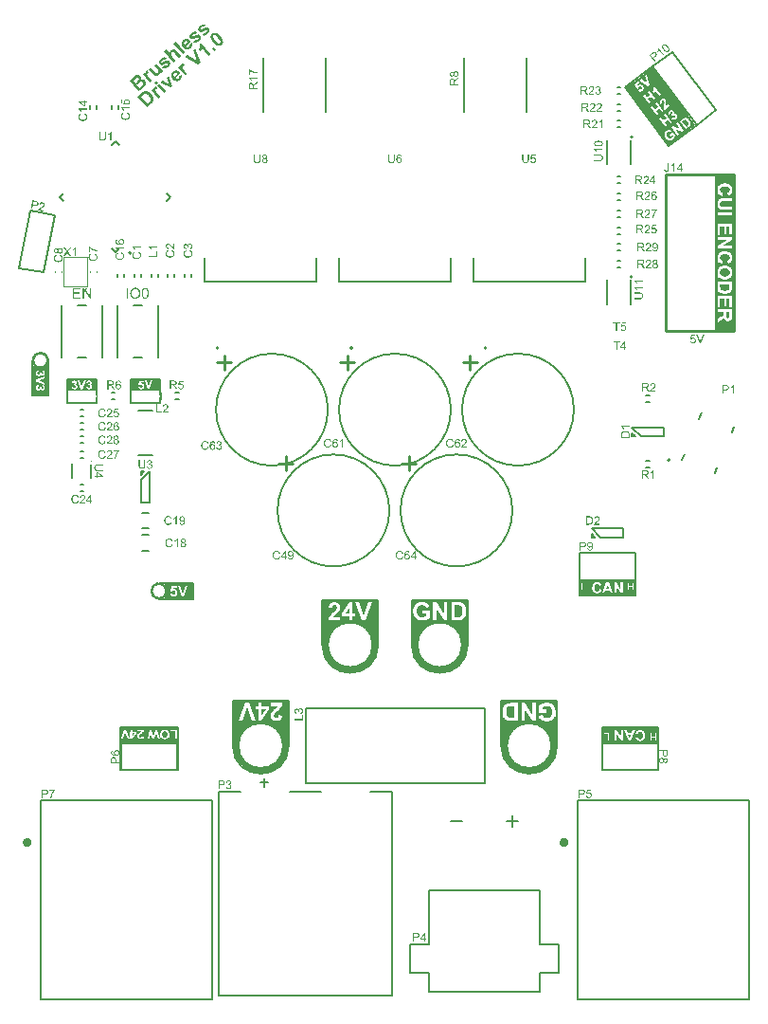
<source format=gto>
%TF.GenerationSoftware,Altium Limited,Altium Designer,23.4.1 (23)*%
G04 Layer_Color=65535*
%FSLAX45Y45*%
%MOMM*%
%TF.SameCoordinates,71FFD784-3963-444D-9D63-9DA0FBDCC313*%
%TF.FilePolarity,Positive*%
%TF.FileFunction,Legend,Top*%
%TF.Part,Single*%
G01*
G75*
%TA.AperFunction,NonConductor*%
%ADD78C,0.15000*%
%ADD79C,0.20000*%
%ADD80C,0.50000*%
%ADD81C,0.25400*%
%ADD82C,0.40000*%
%ADD83C,0.10000*%
%ADD84C,0.05000*%
%ADD85C,0.12700*%
%ADD86C,0.25000*%
%ADD87C,0.15240*%
%ADD88R,1.30000X0.40000*%
%ADD89R,1.20000X0.40000*%
%ADD90R,0.49997X1.30001*%
%ADD91R,0.50000X1.30000*%
%ADD92R,1.10000X0.50000*%
%ADD93R,0.60000X1.60000*%
%ADD94R,0.60000X2.00000*%
%ADD95R,0.50000X2.00000*%
%ADD96R,0.90000X0.40000*%
%ADD97R,0.80000X0.40000*%
%ADD98R,0.24252X1.40000*%
%ADD99R,0.30000X1.40000*%
G04:AMPARAMS|DCode=100|XSize=0.73437mm|YSize=5.23845mm|CornerRadius=0mm|HoleSize=0mm|Usage=FLASHONLY|Rotation=37.000|XOffset=0mm|YOffset=0mm|HoleType=Round|Shape=Rectangle|*
%AMROTATEDRECTD100*
4,1,4,1.28304,-2.31278,-1.86953,1.87083,-1.28304,2.31278,1.86953,-1.87083,1.28304,-2.31278,0.0*
%
%ADD100ROTATEDRECTD100*%

%ADD101R,0.20000X1.40000*%
%ADD102R,1.60000X0.70000*%
%ADD103R,0.30000X1.00000*%
%ADD104R,2.60000X0.20001*%
%ADD105R,2.60000X0.19999*%
%ADD106R,0.30000X2.60000*%
%ADD107R,0.58450X1.00000*%
%ADD108R,0.61676X1.00000*%
G36*
X-1713293Y2539943D02*
X-1712109Y2539971D01*
X-1710806Y2539856D01*
X-1709314Y2539660D01*
X-1707763Y2539393D01*
X-1706021Y2539044D01*
X-1704291Y2538565D01*
X-1702442Y2537943D01*
X-1700534Y2537251D01*
X-1698578Y2536358D01*
X-1696633Y2535335D01*
X-1694640Y2534111D01*
X-1709613Y2515995D01*
X-1709672Y2516066D01*
X-1709862Y2516148D01*
X-1710111Y2516302D01*
X-1710419Y2516525D01*
X-1711368Y2516937D01*
X-1712566Y2517501D01*
X-1714035Y2517957D01*
X-1715635Y2518425D01*
X-1717387Y2518644D01*
X-1719293Y2518614D01*
X-1719494Y2518566D01*
X-1719826Y2518530D01*
X-1720157Y2518493D01*
X-1720630Y2518337D01*
X-1721162Y2518253D01*
X-1722510Y2517846D01*
X-1724142Y2517201D01*
X-1725997Y2516248D01*
X-1728076Y2514986D01*
X-1730190Y2513333D01*
X-1731394Y2512323D01*
X-1731972Y2511717D01*
X-1732621Y2511052D01*
X-1733329Y2510458D01*
X-1734060Y2509603D01*
X-1735652Y2507905D01*
X-1737066Y2505994D01*
X-1738279Y2504131D01*
X-1738690Y2503183D01*
X-1739031Y2502294D01*
X-1739042Y2502164D01*
X-1739147Y2501714D01*
X-1739193Y2501192D01*
X-1739261Y2500411D01*
X-1739140Y2499547D01*
X-1738959Y2498612D01*
X-1738589Y2497596D01*
X-1737946Y2496686D01*
X-1737887Y2496616D01*
X-1737649Y2496332D01*
X-1737281Y2496038D01*
X-1736783Y2495732D01*
X-1736095Y2495343D01*
X-1735265Y2495074D01*
X-1734365Y2494864D01*
X-1733252Y2494832D01*
X-1733051Y2494880D01*
X-1732720Y2494917D01*
X-1732318Y2495013D01*
X-1731774Y2495228D01*
X-1730969Y2495420D01*
X-1730094Y2495671D01*
X-1729007Y2496101D01*
X-1727647Y2496639D01*
X-1726146Y2497295D01*
X-1724313Y2497988D01*
X-1722328Y2498929D01*
X-1720000Y2500038D01*
X-1717399Y2501255D01*
X-1714587Y2502649D01*
X-1712944Y2503424D01*
X-1711360Y2504270D01*
X-1711290Y2504330D01*
X-1711159Y2504318D01*
X-1710947Y2504496D01*
X-1710604Y2504663D01*
X-1709647Y2505104D01*
X-1708417Y2505653D01*
X-1706905Y2506440D01*
X-1705132Y2507203D01*
X-1703288Y2508026D01*
X-1701113Y2508886D01*
X-1696703Y2510535D01*
X-1694338Y2511312D01*
X-1692044Y2512030D01*
X-1689690Y2512677D01*
X-1687490Y2513075D01*
X-1685360Y2513414D01*
X-1683383Y2513504D01*
X-1683253Y2513492D01*
X-1682922Y2513529D01*
X-1682401Y2513483D01*
X-1681690Y2513356D01*
X-1680778Y2513276D01*
X-1679748Y2513054D01*
X-1678658Y2512762D01*
X-1677378Y2512388D01*
X-1675979Y2511872D01*
X-1674651Y2511296D01*
X-1673134Y2510638D01*
X-1671639Y2509720D01*
X-1670156Y2508671D01*
X-1668684Y2507493D01*
X-1667164Y2506113D01*
X-1665726Y2504543D01*
X-1665608Y2504402D01*
X-1665370Y2504118D01*
X-1665025Y2503563D01*
X-1664501Y2502795D01*
X-1663930Y2501827D01*
X-1663239Y2500716D01*
X-1662631Y2499416D01*
X-1661904Y2497974D01*
X-1661330Y2496284D01*
X-1660697Y2494522D01*
X-1660217Y2492511D01*
X-1659807Y2490441D01*
X-1659539Y2488252D01*
X-1659484Y2485884D01*
X-1659570Y2483398D01*
X-1659857Y2480864D01*
X-1659869Y2480734D01*
X-1659974Y2480283D01*
X-1660172Y2479513D01*
X-1660453Y2478553D01*
X-1660899Y2477214D01*
X-1661415Y2475816D01*
X-1662155Y2474108D01*
X-1663036Y2472282D01*
X-1664000Y2470267D01*
X-1665307Y2468084D01*
X-1666744Y2465913D01*
X-1668523Y2463575D01*
X-1670444Y2461118D01*
X-1672697Y2458624D01*
X-1675210Y2456154D01*
X-1678055Y2453646D01*
X-1678692Y2453111D01*
X-1679531Y2452528D01*
X-1680522Y2451696D01*
X-1681845Y2450828D01*
X-1683321Y2449710D01*
X-1685057Y2448615D01*
X-1686935Y2447401D01*
X-1689074Y2446210D01*
X-1691213Y2445019D01*
X-1693541Y2443910D01*
X-1695999Y2442813D01*
X-1698435Y2441976D01*
X-1701001Y2441150D01*
X-1703485Y2440515D01*
X-1706005Y2440210D01*
X-1706136Y2440221D01*
X-1706597Y2440196D01*
X-1707319Y2440194D01*
X-1708242Y2440143D01*
X-1709486Y2440186D01*
X-1710859Y2440241D01*
X-1712351Y2440437D01*
X-1714045Y2440585D01*
X-1715916Y2440946D01*
X-1717847Y2441377D01*
X-1719838Y2441880D01*
X-1721947Y2442523D01*
X-1724034Y2443428D01*
X-1726179Y2444403D01*
X-1728303Y2445639D01*
X-1730414Y2447005D01*
X-1714012Y2465717D01*
X-1713952Y2465646D01*
X-1713762Y2465564D01*
X-1713454Y2465340D01*
X-1713027Y2464974D01*
X-1712528Y2464668D01*
X-1711840Y2464280D01*
X-1710334Y2463492D01*
X-1708568Y2462681D01*
X-1706600Y2461919D01*
X-1704468Y2461535D01*
X-1702183Y2461401D01*
X-1702112Y2461460D01*
X-1701922Y2461378D01*
X-1701591Y2461415D01*
X-1701118Y2461570D01*
X-1700585Y2461655D01*
X-1699923Y2461728D01*
X-1699178Y2461991D01*
X-1698303Y2462243D01*
X-1697357Y2462554D01*
X-1696399Y2462995D01*
X-1695312Y2463425D01*
X-1694213Y2463985D01*
X-1693102Y2464675D01*
X-1691921Y2465425D01*
X-1690669Y2466234D01*
X-1688757Y2467839D01*
X-1688320Y2468326D01*
X-1687683Y2468860D01*
X-1687105Y2469466D01*
X-1686385Y2470191D01*
X-1685654Y2471046D01*
X-1684121Y2472815D01*
X-1682696Y2474856D01*
X-1681531Y2476919D01*
X-1681038Y2478058D01*
X-1680686Y2479077D01*
X-1680604Y2479266D01*
X-1680558Y2479787D01*
X-1680561Y2480509D01*
X-1680540Y2481492D01*
X-1680710Y2482557D01*
X-1680998Y2483763D01*
X-1681547Y2484993D01*
X-1682427Y2486185D01*
X-1682486Y2486256D01*
X-1682724Y2486539D01*
X-1683151Y2486905D01*
X-1683638Y2487341D01*
X-1684266Y2487659D01*
X-1685014Y2488118D01*
X-1685843Y2488387D01*
X-1686744Y2488598D01*
X-1686874Y2488609D01*
X-1687205Y2488572D01*
X-1687868Y2488499D01*
X-1688803Y2488318D01*
X-1689879Y2488019D01*
X-1691368Y2487493D01*
X-1692184Y2487170D01*
X-1693071Y2486789D01*
X-1694099Y2486288D01*
X-1695127Y2485787D01*
X-1695198Y2485728D01*
X-1695470Y2485620D01*
X-1695813Y2485453D01*
X-1696297Y2485167D01*
X-1696912Y2484893D01*
X-1697668Y2484500D01*
X-1698495Y2484047D01*
X-1699453Y2483606D01*
X-1700552Y2483046D01*
X-1701650Y2482486D01*
X-1704180Y2481329D01*
X-1706922Y2479994D01*
X-1709794Y2478670D01*
X-1712808Y2477227D01*
X-1715869Y2475986D01*
X-1718872Y2474674D01*
X-1721863Y2473492D01*
X-1724701Y2472558D01*
X-1727337Y2471673D01*
X-1728484Y2471315D01*
X-1729620Y2471086D01*
X-1730685Y2470916D01*
X-1731620Y2470736D01*
X-1731750Y2470747D01*
X-1732211Y2470722D01*
X-1732874Y2470649D01*
X-1733786Y2470728D01*
X-1734899Y2470760D01*
X-1736201Y2470874D01*
X-1737694Y2471070D01*
X-1739305Y2471408D01*
X-1740975Y2471817D01*
X-1742765Y2472367D01*
X-1744543Y2473048D01*
X-1746428Y2474000D01*
X-1748172Y2475072D01*
X-1750023Y2476415D01*
X-1751792Y2477948D01*
X-1753408Y2479730D01*
X-1753527Y2479871D01*
X-1753765Y2480155D01*
X-1754110Y2480710D01*
X-1754574Y2481407D01*
X-1755157Y2482245D01*
X-1755788Y2483285D01*
X-1756336Y2484514D01*
X-1757004Y2485885D01*
X-1757660Y2487386D01*
X-1758234Y2489077D01*
X-1758737Y2490827D01*
X-1759099Y2492696D01*
X-1759378Y2494755D01*
X-1759527Y2496803D01*
X-1759464Y2499028D01*
X-1759199Y2501302D01*
X-1759187Y2501432D01*
X-1759083Y2501882D01*
X-1758895Y2502523D01*
X-1758614Y2503482D01*
X-1758251Y2504632D01*
X-1757747Y2505900D01*
X-1757089Y2507418D01*
X-1756278Y2509184D01*
X-1755266Y2510999D01*
X-1754113Y2512932D01*
X-1752687Y2514973D01*
X-1751049Y2517193D01*
X-1749210Y2519460D01*
X-1747040Y2521764D01*
X-1744598Y2524175D01*
X-1741895Y2526564D01*
X-1740478Y2527752D01*
X-1739427Y2528513D01*
X-1738164Y2529453D01*
X-1736699Y2530440D01*
X-1735022Y2531606D01*
X-1733204Y2532891D01*
X-1731266Y2534034D01*
X-1729198Y2535165D01*
X-1727060Y2536357D01*
X-1724873Y2537346D01*
X-1722686Y2538337D01*
X-1720463Y2538995D01*
X-1718311Y2539594D01*
X-1716181Y2539933D01*
X-1716051Y2539922D01*
X-1715719Y2539958D01*
X-1715057Y2540031D01*
X-1714335Y2540034D01*
X-1713293Y2539943D01*
D02*
G37*
G36*
X-1789430Y2476056D02*
X-1788246Y2476084D01*
X-1786944Y2475970D01*
X-1785452Y2475774D01*
X-1783900Y2475507D01*
X-1782158Y2475157D01*
X-1780428Y2474678D01*
X-1778580Y2474057D01*
X-1776672Y2473365D01*
X-1774715Y2472472D01*
X-1772770Y2471448D01*
X-1770778Y2470224D01*
X-1785750Y2452109D01*
X-1785809Y2452179D01*
X-1785999Y2452262D01*
X-1786248Y2452415D01*
X-1786557Y2452639D01*
X-1787505Y2453050D01*
X-1788703Y2453614D01*
X-1790172Y2454071D01*
X-1791772Y2454539D01*
X-1793525Y2454758D01*
X-1795430Y2454727D01*
X-1795631Y2454679D01*
X-1795963Y2454643D01*
X-1796294Y2454606D01*
X-1796767Y2454451D01*
X-1797300Y2454366D01*
X-1798648Y2453959D01*
X-1800279Y2453314D01*
X-1802134Y2452361D01*
X-1804214Y2451099D01*
X-1806327Y2449446D01*
X-1807531Y2448436D01*
X-1808109Y2447830D01*
X-1808758Y2447165D01*
X-1809466Y2446571D01*
X-1810197Y2445716D01*
X-1811789Y2444018D01*
X-1813204Y2442107D01*
X-1814416Y2440245D01*
X-1814828Y2439296D01*
X-1815168Y2438407D01*
X-1815179Y2438277D01*
X-1815284Y2437827D01*
X-1815330Y2437306D01*
X-1815398Y2436524D01*
X-1815277Y2435660D01*
X-1815096Y2434726D01*
X-1814726Y2433709D01*
X-1814083Y2432800D01*
X-1814024Y2432729D01*
X-1813786Y2432445D01*
X-1813418Y2432151D01*
X-1812920Y2431845D01*
X-1812232Y2431456D01*
X-1811403Y2431187D01*
X-1810502Y2430977D01*
X-1809389Y2430945D01*
X-1809188Y2430993D01*
X-1808857Y2431030D01*
X-1808455Y2431126D01*
X-1807911Y2431341D01*
X-1807107Y2431533D01*
X-1806232Y2431785D01*
X-1805144Y2432214D01*
X-1803784Y2432752D01*
X-1802283Y2433408D01*
X-1800451Y2434101D01*
X-1798465Y2435043D01*
X-1796137Y2436152D01*
X-1793537Y2437368D01*
X-1790724Y2438762D01*
X-1789081Y2439537D01*
X-1787498Y2440383D01*
X-1787427Y2440443D01*
X-1787297Y2440431D01*
X-1787084Y2440610D01*
X-1786741Y2440776D01*
X-1785784Y2441218D01*
X-1784555Y2441767D01*
X-1783042Y2442553D01*
X-1781269Y2443316D01*
X-1779425Y2444140D01*
X-1777250Y2444999D01*
X-1772840Y2446648D01*
X-1770475Y2447425D01*
X-1768181Y2448143D01*
X-1765828Y2448791D01*
X-1763627Y2449189D01*
X-1761497Y2449527D01*
X-1759521Y2449617D01*
X-1759390Y2449606D01*
X-1759059Y2449642D01*
X-1758538Y2449597D01*
X-1757827Y2449469D01*
X-1756916Y2449389D01*
X-1755885Y2449168D01*
X-1754795Y2448875D01*
X-1753515Y2448501D01*
X-1752117Y2447985D01*
X-1750789Y2447409D01*
X-1749271Y2446752D01*
X-1747777Y2445833D01*
X-1746293Y2444785D01*
X-1744822Y2443606D01*
X-1743302Y2442226D01*
X-1741864Y2440657D01*
X-1741745Y2440515D01*
X-1741507Y2440232D01*
X-1741162Y2439676D01*
X-1740639Y2438909D01*
X-1740067Y2437940D01*
X-1739377Y2436830D01*
X-1738768Y2435529D01*
X-1738041Y2434088D01*
X-1737468Y2432397D01*
X-1736834Y2430635D01*
X-1736354Y2428624D01*
X-1735944Y2426554D01*
X-1735676Y2424365D01*
X-1735621Y2421997D01*
X-1735707Y2419511D01*
X-1735995Y2416977D01*
X-1736006Y2416847D01*
X-1736111Y2416396D01*
X-1736310Y2415626D01*
X-1736591Y2414667D01*
X-1737036Y2413327D01*
X-1737552Y2411929D01*
X-1738292Y2410222D01*
X-1739174Y2408396D01*
X-1740137Y2406380D01*
X-1741444Y2404197D01*
X-1742881Y2402026D01*
X-1744660Y2399688D01*
X-1746582Y2397231D01*
X-1748834Y2394737D01*
X-1751348Y2392267D01*
X-1754192Y2389759D01*
X-1754829Y2389224D01*
X-1755668Y2388641D01*
X-1756659Y2387810D01*
X-1757982Y2386941D01*
X-1759458Y2385823D01*
X-1761195Y2384728D01*
X-1763073Y2383514D01*
X-1765211Y2382323D01*
X-1767350Y2381132D01*
X-1769678Y2380023D01*
X-1772137Y2378926D01*
X-1774573Y2378089D01*
X-1777138Y2377263D01*
X-1779622Y2376628D01*
X-1782143Y2376323D01*
X-1782273Y2376335D01*
X-1782735Y2376309D01*
X-1783457Y2376307D01*
X-1784380Y2376256D01*
X-1785623Y2376300D01*
X-1786996Y2376354D01*
X-1788489Y2376550D01*
X-1790182Y2376698D01*
X-1792054Y2377059D01*
X-1793984Y2377491D01*
X-1795975Y2377993D01*
X-1798084Y2378637D01*
X-1800171Y2379541D01*
X-1802317Y2380516D01*
X-1804440Y2381752D01*
X-1806552Y2383118D01*
X-1790149Y2401830D01*
X-1790089Y2401759D01*
X-1789900Y2401677D01*
X-1789591Y2401453D01*
X-1789164Y2401088D01*
X-1788665Y2400782D01*
X-1787978Y2400393D01*
X-1786471Y2399605D01*
X-1784705Y2398795D01*
X-1782737Y2398032D01*
X-1780605Y2397648D01*
X-1778320Y2397514D01*
X-1778249Y2397574D01*
X-1778059Y2397491D01*
X-1777728Y2397528D01*
X-1777255Y2397683D01*
X-1776723Y2397768D01*
X-1776060Y2397841D01*
X-1775315Y2398104D01*
X-1774440Y2398356D01*
X-1773494Y2398667D01*
X-1772537Y2399108D01*
X-1771449Y2399538D01*
X-1770350Y2400098D01*
X-1769240Y2400788D01*
X-1768058Y2401538D01*
X-1766806Y2402347D01*
X-1764894Y2403952D01*
X-1764458Y2404439D01*
X-1763820Y2404974D01*
X-1763242Y2405579D01*
X-1762523Y2406304D01*
X-1761791Y2407159D01*
X-1760259Y2408928D01*
X-1758833Y2410969D01*
X-1757668Y2413033D01*
X-1757175Y2414171D01*
X-1756823Y2415190D01*
X-1756741Y2415379D01*
X-1756695Y2415901D01*
X-1756698Y2416623D01*
X-1756677Y2417605D01*
X-1756847Y2418670D01*
X-1757135Y2419877D01*
X-1757684Y2421106D01*
X-1758564Y2422298D01*
X-1758623Y2422369D01*
X-1758861Y2422653D01*
X-1759288Y2423018D01*
X-1759775Y2423454D01*
X-1760404Y2423772D01*
X-1761151Y2424231D01*
X-1761981Y2424501D01*
X-1762881Y2424711D01*
X-1763011Y2424722D01*
X-1763343Y2424685D01*
X-1764005Y2424612D01*
X-1764940Y2424431D01*
X-1766016Y2424132D01*
X-1767506Y2423606D01*
X-1768322Y2423283D01*
X-1769208Y2422902D01*
X-1770236Y2422401D01*
X-1771264Y2421900D01*
X-1771335Y2421841D01*
X-1771607Y2421733D01*
X-1771950Y2421566D01*
X-1772434Y2421281D01*
X-1773049Y2421006D01*
X-1773805Y2420613D01*
X-1774632Y2420161D01*
X-1775590Y2419719D01*
X-1776689Y2419159D01*
X-1777788Y2418599D01*
X-1780317Y2417442D01*
X-1783059Y2416107D01*
X-1785931Y2414783D01*
X-1788945Y2413341D01*
X-1792007Y2412099D01*
X-1795009Y2410787D01*
X-1798000Y2409605D01*
X-1800838Y2408672D01*
X-1803475Y2407787D01*
X-1804622Y2407428D01*
X-1805757Y2407199D01*
X-1806822Y2407030D01*
X-1807757Y2406849D01*
X-1807887Y2406860D01*
X-1808349Y2406835D01*
X-1809011Y2406762D01*
X-1809923Y2406842D01*
X-1811036Y2406873D01*
X-1812339Y2406987D01*
X-1813831Y2407183D01*
X-1815442Y2407521D01*
X-1817112Y2407930D01*
X-1818902Y2408480D01*
X-1820680Y2409161D01*
X-1822565Y2410113D01*
X-1824309Y2411185D01*
X-1826160Y2412528D01*
X-1827929Y2414061D01*
X-1829545Y2415843D01*
X-1829664Y2415984D01*
X-1829902Y2416268D01*
X-1830247Y2416823D01*
X-1830711Y2417520D01*
X-1831294Y2418358D01*
X-1831925Y2419398D01*
X-1832474Y2420627D01*
X-1833141Y2421998D01*
X-1833797Y2423499D01*
X-1834371Y2425190D01*
X-1834874Y2426941D01*
X-1835236Y2428809D01*
X-1835515Y2430868D01*
X-1835664Y2432916D01*
X-1835601Y2435142D01*
X-1835336Y2437415D01*
X-1835325Y2437546D01*
X-1835220Y2437996D01*
X-1835033Y2438636D01*
X-1834752Y2439596D01*
X-1834389Y2440745D01*
X-1833884Y2442013D01*
X-1833226Y2443531D01*
X-1832415Y2445297D01*
X-1831404Y2447112D01*
X-1830250Y2449046D01*
X-1828824Y2451087D01*
X-1827187Y2453306D01*
X-1825348Y2455573D01*
X-1823177Y2457877D01*
X-1820735Y2460288D01*
X-1818032Y2462677D01*
X-1816616Y2463866D01*
X-1815565Y2464627D01*
X-1814301Y2465566D01*
X-1812837Y2466554D01*
X-1811160Y2467719D01*
X-1809341Y2469004D01*
X-1807404Y2470147D01*
X-1805336Y2471279D01*
X-1803197Y2472470D01*
X-1801010Y2473460D01*
X-1798824Y2474450D01*
X-1796600Y2475108D01*
X-1794448Y2475708D01*
X-1792318Y2476046D01*
X-1792188Y2476035D01*
X-1791857Y2476072D01*
X-1791194Y2476145D01*
X-1790472Y2476147D01*
X-1789430Y2476056D01*
D02*
G37*
G36*
X-1606725Y2465728D02*
X-1603681Y2465265D01*
X-1603420Y2465242D01*
X-1603231Y2465160D01*
X-1602781Y2465055D01*
X-1602271Y2464879D01*
X-1601691Y2464763D01*
X-1600991Y2464505D01*
X-1600233Y2464176D01*
X-1599403Y2463906D01*
X-1598384Y2463555D01*
X-1597376Y2463073D01*
X-1596238Y2462580D01*
X-1594981Y2461945D01*
X-1593724Y2461310D01*
X-1592337Y2460663D01*
X-1590901Y2459816D01*
X-1589407Y2458898D01*
X-1587782Y2457968D01*
X-1586168Y2456908D01*
X-1584495Y2455777D01*
X-1582703Y2454505D01*
X-1580982Y2453173D01*
X-1579072Y2451759D01*
X-1577172Y2450215D01*
X-1575225Y2448469D01*
X-1573278Y2446724D01*
X-1571211Y2444837D01*
X-1569157Y2442819D01*
X-1567043Y2440731D01*
X-1564880Y2438442D01*
X-1562729Y2436023D01*
X-1560590Y2433473D01*
X-1560531Y2433402D01*
X-1560352Y2433190D01*
X-1559996Y2432765D01*
X-1559580Y2432269D01*
X-1559045Y2431631D01*
X-1558462Y2430793D01*
X-1557689Y2429872D01*
X-1556928Y2428821D01*
X-1556048Y2427629D01*
X-1555168Y2426436D01*
X-1554169Y2425102D01*
X-1553182Y2423637D01*
X-1551028Y2420496D01*
X-1548838Y2417023D01*
X-1546600Y2413349D01*
X-1544445Y2409485D01*
X-1542430Y2405502D01*
X-1540617Y2401472D01*
X-1539076Y2397334D01*
X-1537855Y2393290D01*
X-1537375Y2391279D01*
X-1537025Y2389279D01*
X-1536805Y2387291D01*
X-1536645Y2385374D01*
X-1536597Y2385173D01*
X-1536642Y2384652D01*
X-1536722Y2383740D01*
X-1536824Y2382568D01*
X-1536950Y2381135D01*
X-1537228Y2379453D01*
X-1537719Y2377593D01*
X-1538292Y2375543D01*
X-1538947Y2373304D01*
X-1539863Y2371087D01*
X-1540992Y2368692D01*
X-1542321Y2366249D01*
X-1543911Y2363828D01*
X-1545832Y2361371D01*
X-1548002Y2359067D01*
X-1550504Y2356727D01*
X-1551142Y2356192D01*
X-1551909Y2355669D01*
X-1552960Y2354907D01*
X-1554413Y2354050D01*
X-1555937Y2353133D01*
X-1557864Y2352121D01*
X-1559849Y2351179D01*
X-1562225Y2350271D01*
X-1564661Y2349434D01*
X-1567287Y2348679D01*
X-1570161Y2348078D01*
X-1573143Y2347748D01*
X-1576233Y2347690D01*
X-1579501Y2347845D01*
X-1582805Y2348331D01*
X-1582995Y2348413D01*
X-1583575Y2348529D01*
X-1584084Y2348705D01*
X-1584594Y2348881D01*
X-1585234Y2349068D01*
X-1585933Y2349326D01*
X-1586822Y2349667D01*
X-1587640Y2350066D01*
X-1588719Y2350489D01*
X-1589727Y2350971D01*
X-1590854Y2351594D01*
X-1592051Y2352159D01*
X-1593368Y2352864D01*
X-1594673Y2353700D01*
X-1596108Y2354548D01*
X-1597662Y2355537D01*
X-1599216Y2356526D01*
X-1600818Y2357716D01*
X-1602480Y2358977D01*
X-1604201Y2360309D01*
X-1606041Y2361783D01*
X-1607940Y2363327D01*
X-1609828Y2365001D01*
X-1611775Y2366747D01*
X-1613771Y2368693D01*
X-1615826Y2370711D01*
X-1617869Y2372858D01*
X-1620031Y2375147D01*
X-1622182Y2377567D01*
X-1624381Y2380188D01*
X-1624440Y2380258D01*
X-1624619Y2380471D01*
X-1624975Y2380896D01*
X-1625391Y2381391D01*
X-1625855Y2382088D01*
X-1626509Y2382867D01*
X-1627281Y2383788D01*
X-1628043Y2384839D01*
X-1628863Y2385961D01*
X-1629803Y2387224D01*
X-1630731Y2388618D01*
X-1631789Y2390023D01*
X-1633883Y2393094D01*
X-1636073Y2396567D01*
X-1638311Y2400241D01*
X-1640407Y2404034D01*
X-1642421Y2408016D01*
X-1644294Y2412118D01*
X-1645847Y2416125D01*
X-1647068Y2420170D01*
X-1647477Y2422240D01*
X-1647898Y2424180D01*
X-1648118Y2426168D01*
X-1648278Y2428085D01*
X-1648326Y2428286D01*
X-1648281Y2428807D01*
X-1648201Y2429719D01*
X-1648098Y2430891D01*
X-1647973Y2432324D01*
X-1647695Y2434006D01*
X-1647263Y2435937D01*
X-1646690Y2437987D01*
X-1645975Y2440156D01*
X-1645119Y2442443D01*
X-1643991Y2444838D01*
X-1642661Y2447281D01*
X-1641071Y2449702D01*
X-1639150Y2452159D01*
X-1636980Y2454463D01*
X-1634478Y2456803D01*
X-1633841Y2457338D01*
X-1633073Y2457861D01*
X-1632022Y2458623D01*
X-1630699Y2459491D01*
X-1629045Y2460397D01*
X-1627320Y2461361D01*
X-1625263Y2462363D01*
X-1623088Y2463222D01*
X-1620712Y2464130D01*
X-1618157Y2464825D01*
X-1615484Y2465379D01*
X-1612691Y2465791D01*
X-1609792Y2465931D01*
X-1606725Y2465728D01*
D02*
G37*
G36*
X-1976710Y2317219D02*
X-1974519Y2316765D01*
X-1974459Y2316694D01*
X-1974258Y2316742D01*
X-1973938Y2316649D01*
X-1973559Y2316484D01*
X-1973049Y2316309D01*
X-1972409Y2316121D01*
X-1970951Y2315534D01*
X-1969375Y2314806D01*
X-1967549Y2313924D01*
X-1965674Y2312841D01*
X-1963823Y2311498D01*
X-1963764Y2311427D01*
X-1963574Y2311345D01*
X-1963336Y2311062D01*
X-1962968Y2310767D01*
X-1962481Y2310331D01*
X-1961935Y2309824D01*
X-1961199Y2309234D01*
X-1960415Y2308444D01*
X-1959572Y2307582D01*
X-1958598Y2306710D01*
X-1957517Y2305565D01*
X-1956436Y2304421D01*
X-1955176Y2303063D01*
X-1953929Y2301576D01*
X-1952491Y2300007D01*
X-1951064Y2298307D01*
X-1916120Y2256661D01*
X-1934889Y2240913D01*
X-1966327Y2278379D01*
X-1966446Y2278521D01*
X-1966743Y2278875D01*
X-1967218Y2279442D01*
X-1967813Y2280150D01*
X-1968585Y2281071D01*
X-1969488Y2282003D01*
X-1970439Y2283136D01*
X-1971461Y2284210D01*
X-1973623Y2286499D01*
X-1974704Y2287644D01*
X-1975796Y2288658D01*
X-1976830Y2289601D01*
X-1977744Y2290403D01*
X-1978599Y2291134D01*
X-1979346Y2291593D01*
X-1979536Y2291676D01*
X-1979974Y2291911D01*
X-1980733Y2292240D01*
X-1981622Y2292580D01*
X-1982772Y2292943D01*
X-1984134Y2293128D01*
X-1985567Y2293253D01*
X-1987082Y2293189D01*
X-1987283Y2293141D01*
X-1987815Y2293056D01*
X-1988619Y2292864D01*
X-1989696Y2292565D01*
X-1990984Y2292087D01*
X-1992355Y2291419D01*
X-1993879Y2290502D01*
X-1995426Y2289325D01*
X-1996205Y2288672D01*
X-1996571Y2288244D01*
X-1997007Y2287757D01*
X-1997950Y2286724D01*
X-1999058Y2285312D01*
X-2000118Y2283698D01*
X-2001059Y2281943D01*
X-2001822Y2279975D01*
X-2001893Y2279916D01*
X-2001904Y2279786D01*
X-2002032Y2279075D01*
X-2002265Y2277914D01*
X-2002450Y2276552D01*
X-2002468Y2274847D01*
X-2002437Y2272942D01*
X-2002099Y2270812D01*
X-2001440Y2268589D01*
X-2001381Y2268518D01*
X-2001333Y2268317D01*
X-2001166Y2267974D01*
X-2001010Y2267501D01*
X-2000736Y2266886D01*
X-2000402Y2266201D01*
X-1999950Y2265374D01*
X-1999437Y2264476D01*
X-1998866Y2263507D01*
X-1998176Y2262397D01*
X-1997366Y2261145D01*
X-1996498Y2259822D01*
X-1995510Y2258357D01*
X-1994393Y2256881D01*
X-1993215Y2255334D01*
X-1991848Y2253705D01*
X-1962015Y2218151D01*
X-1980783Y2202402D01*
X-2063034Y2300425D01*
X-2044265Y2316173D01*
X-2013956Y2280053D01*
X-2013933Y2280313D01*
X-2013947Y2280905D01*
X-2013867Y2281817D01*
X-2013753Y2283119D01*
X-2013557Y2284611D01*
X-2013267Y2286424D01*
X-2012836Y2288355D01*
X-2012382Y2290546D01*
X-2011656Y2292845D01*
X-2010799Y2295133D01*
X-2009731Y2297599D01*
X-2008472Y2299982D01*
X-2007083Y2302355D01*
X-2005434Y2304704D01*
X-2003405Y2306889D01*
X-2001187Y2308992D01*
X-2000124Y2309883D01*
X-1999498Y2310288D01*
X-1998731Y2310811D01*
X-1997963Y2311335D01*
X-1997054Y2311977D01*
X-1995045Y2313180D01*
X-1992705Y2314419D01*
X-1990188Y2315445D01*
X-1987551Y2316330D01*
X-1987480Y2316390D01*
X-1987219Y2316367D01*
X-1986877Y2316534D01*
X-1986344Y2316619D01*
X-1985741Y2316763D01*
X-1984948Y2316824D01*
X-1983150Y2317127D01*
X-1981162Y2317346D01*
X-1978995Y2317354D01*
X-1976710Y2317219D01*
D02*
G37*
G36*
X-1862484Y2410653D02*
X-1859168Y2410297D01*
X-1858979Y2410215D01*
X-1858328Y2410158D01*
X-1857368Y2409877D01*
X-1856088Y2409502D01*
X-1854429Y2408963D01*
X-1852521Y2408272D01*
X-1850375Y2407296D01*
X-1847980Y2406168D01*
X-1845347Y2404756D01*
X-1842476Y2403061D01*
X-1839569Y2401035D01*
X-1836424Y2398725D01*
X-1833314Y2396025D01*
X-1830036Y2392982D01*
X-1826733Y2389478D01*
X-1823394Y2385642D01*
X-1870493Y2346121D01*
X-1870433Y2346050D01*
X-1870195Y2345767D01*
X-1869768Y2345401D01*
X-1869293Y2344835D01*
X-1868627Y2344186D01*
X-1867773Y2343455D01*
X-1866918Y2342724D01*
X-1865873Y2341910D01*
X-1863595Y2340202D01*
X-1862349Y2339437D01*
X-1861033Y2338731D01*
X-1859575Y2338144D01*
X-1858117Y2337557D01*
X-1856647Y2337100D01*
X-1855096Y2336833D01*
X-1854965Y2336822D01*
X-1854705Y2336799D01*
X-1854314Y2336765D01*
X-1853722Y2336779D01*
X-1853000Y2336781D01*
X-1852077Y2336831D01*
X-1851213Y2336953D01*
X-1850148Y2337122D01*
X-1849024Y2337221D01*
X-1847877Y2337580D01*
X-1845382Y2338346D01*
X-1844082Y2338954D01*
X-1842841Y2339633D01*
X-1841589Y2340442D01*
X-1840326Y2341382D01*
X-1839901Y2341738D01*
X-1839606Y2342106D01*
X-1838886Y2342831D01*
X-1837943Y2343864D01*
X-1837047Y2345098D01*
X-1836129Y2346593D01*
X-1835400Y2348170D01*
X-1834850Y2349959D01*
X-1834779Y2350018D01*
X-1834827Y2350220D01*
X-1834770Y2350871D01*
X-1834679Y2351913D01*
X-1834755Y2353298D01*
X-1834867Y2355014D01*
X-1835217Y2357013D01*
X-1835816Y2359165D01*
X-1836784Y2361613D01*
X-1815471Y2374186D01*
X-1815423Y2373985D01*
X-1815256Y2373642D01*
X-1814993Y2372897D01*
X-1814753Y2371892D01*
X-1814394Y2370745D01*
X-1814058Y2369337D01*
X-1813673Y2367729D01*
X-1813431Y2366001D01*
X-1813069Y2364132D01*
X-1812849Y2362144D01*
X-1812712Y2359966D01*
X-1812634Y2357859D01*
X-1812697Y2355634D01*
X-1812831Y2353348D01*
X-1813226Y2351086D01*
X-1813751Y2348835D01*
X-1813763Y2348705D01*
X-1813927Y2348325D01*
X-1814114Y2347685D01*
X-1814455Y2346796D01*
X-1814936Y2345789D01*
X-1815370Y2344580D01*
X-1816147Y2343204D01*
X-1816935Y2341698D01*
X-1817865Y2340073D01*
X-1818865Y2338389D01*
X-1820078Y2336526D01*
X-1821481Y2334745D01*
X-1823025Y2332846D01*
X-1824771Y2330899D01*
X-1826706Y2329034D01*
X-1828771Y2327180D01*
X-1829550Y2326526D01*
X-1830105Y2326181D01*
X-1830601Y2325765D01*
X-1831227Y2325360D01*
X-1831995Y2324837D01*
X-1833672Y2323671D01*
X-1835609Y2322528D01*
X-1837890Y2321218D01*
X-1840430Y2319931D01*
X-1843161Y2318726D01*
X-1846140Y2317674D01*
X-1849179Y2316693D01*
X-1852456Y2315996D01*
X-1855781Y2315499D01*
X-1859202Y2315405D01*
X-1862730Y2315582D01*
X-1866284Y2316221D01*
X-1866473Y2316303D01*
X-1866923Y2316408D01*
X-1867753Y2316678D01*
X-1868832Y2317100D01*
X-1870171Y2317546D01*
X-1871688Y2318203D01*
X-1873455Y2319014D01*
X-1875400Y2320037D01*
X-1877534Y2321143D01*
X-1879717Y2322450D01*
X-1881947Y2323957D01*
X-1884286Y2325737D01*
X-1886683Y2327587D01*
X-1889117Y2329769D01*
X-1891529Y2332211D01*
X-1893858Y2334843D01*
X-1893917Y2334914D01*
X-1894036Y2335056D01*
X-1894214Y2335268D01*
X-1894512Y2335622D01*
X-1894797Y2336107D01*
X-1895213Y2336602D01*
X-1895689Y2337169D01*
X-1896153Y2337866D01*
X-1897259Y2339472D01*
X-1898473Y2341350D01*
X-1899794Y2343500D01*
X-1901164Y2345851D01*
X-1902510Y2348463D01*
X-1903774Y2351264D01*
X-1904968Y2354125D01*
X-1906008Y2357235D01*
X-1906848Y2360393D01*
X-1907486Y2363598D01*
X-1907793Y2366841D01*
X-1907828Y2370191D01*
X-1907805Y2370451D01*
X-1907760Y2370972D01*
X-1907680Y2371884D01*
X-1907506Y2373116D01*
X-1907240Y2374668D01*
X-1906819Y2376468D01*
X-1906317Y2378459D01*
X-1905673Y2380568D01*
X-1904817Y2382856D01*
X-1903819Y2385262D01*
X-1902620Y2387717D01*
X-1901219Y2390219D01*
X-1899559Y2392699D01*
X-1897638Y2395156D01*
X-1895396Y2397519D01*
X-1892895Y2399860D01*
X-1892186Y2400454D01*
X-1891773Y2400680D01*
X-1891348Y2401037D01*
X-1890155Y2401917D01*
X-1888691Y2402905D01*
X-1886966Y2403869D01*
X-1884957Y2405072D01*
X-1882759Y2406192D01*
X-1880371Y2407230D01*
X-1877723Y2408245D01*
X-1874956Y2409119D01*
X-1871999Y2409910D01*
X-1868935Y2410430D01*
X-1865763Y2410677D01*
X-1862484Y2410653D01*
D02*
G37*
G36*
X-1598888Y2319025D02*
X-1617656Y2303276D01*
X-1633405Y2322045D01*
X-1614637Y2337794D01*
X-1598888Y2319025D01*
D02*
G37*
G36*
X-1878299Y2288397D02*
X-1897068Y2272648D01*
X-1979318Y2370670D01*
X-1960550Y2386419D01*
X-1878299Y2288397D01*
D02*
G37*
G36*
X-1649740Y2276354D02*
X-1668509Y2260606D01*
X-1727879Y2331360D01*
X-1727902Y2331100D01*
X-1728018Y2330519D01*
X-1728169Y2329548D01*
X-1728413Y2328257D01*
X-1728751Y2326646D01*
X-1729182Y2324715D01*
X-1729637Y2322523D01*
X-1730303Y2320153D01*
X-1731052Y2317594D01*
X-1731884Y2314845D01*
X-1732856Y2311977D01*
X-1734030Y2309060D01*
X-1735346Y2306026D01*
X-1736803Y2302872D01*
X-1738450Y2299800D01*
X-1740227Y2296740D01*
X-1754549Y2313809D01*
X-1754479Y2313868D01*
X-1754314Y2314248D01*
X-1754079Y2314687D01*
X-1753691Y2315374D01*
X-1753220Y2316252D01*
X-1752679Y2317189D01*
X-1752115Y2318387D01*
X-1751468Y2319774D01*
X-1750870Y2321362D01*
X-1750201Y2323010D01*
X-1749449Y2324847D01*
X-1748817Y2326826D01*
X-1748102Y2328995D01*
X-1747447Y2331235D01*
X-1746840Y2333675D01*
X-1746221Y2336246D01*
X-1746209Y2336376D01*
X-1746104Y2336827D01*
X-1745965Y2337668D01*
X-1745815Y2338639D01*
X-1745641Y2339871D01*
X-1745516Y2341303D01*
X-1745379Y2342866D01*
X-1745220Y2344690D01*
X-1745250Y2346596D01*
X-1745269Y2348632D01*
X-1745347Y2350739D01*
X-1745544Y2352987D01*
X-1745812Y2355176D01*
X-1746269Y2357448D01*
X-1746857Y2359730D01*
X-1747586Y2361894D01*
X-1732288Y2374731D01*
X-1649740Y2276354D01*
D02*
G37*
G36*
X-2063383Y2246182D02*
X-2062199Y2246210D01*
X-2060896Y2246096D01*
X-2059404Y2245900D01*
X-2057853Y2245633D01*
X-2056111Y2245284D01*
X-2054381Y2244804D01*
X-2052532Y2244183D01*
X-2050624Y2243491D01*
X-2048668Y2242598D01*
X-2046723Y2241575D01*
X-2044730Y2240350D01*
X-2059703Y2222235D01*
X-2059762Y2222306D01*
X-2059952Y2222388D01*
X-2060201Y2222541D01*
X-2060509Y2222765D01*
X-2061458Y2223176D01*
X-2062656Y2223740D01*
X-2064125Y2224197D01*
X-2065725Y2224665D01*
X-2067477Y2224884D01*
X-2069383Y2224854D01*
X-2069584Y2224806D01*
X-2069916Y2224769D01*
X-2070247Y2224733D01*
X-2070720Y2224577D01*
X-2071252Y2224492D01*
X-2072600Y2224085D01*
X-2074232Y2223441D01*
X-2076087Y2222487D01*
X-2078166Y2221225D01*
X-2080280Y2219573D01*
X-2081484Y2218562D01*
X-2082062Y2217957D01*
X-2082711Y2217292D01*
X-2083419Y2216697D01*
X-2084150Y2215843D01*
X-2085742Y2214144D01*
X-2087156Y2212234D01*
X-2088369Y2210371D01*
X-2088780Y2209423D01*
X-2089121Y2208534D01*
X-2089132Y2208403D01*
X-2089237Y2207953D01*
X-2089283Y2207432D01*
X-2089351Y2206651D01*
X-2089230Y2205787D01*
X-2089049Y2204852D01*
X-2088679Y2203836D01*
X-2088036Y2202926D01*
X-2087977Y2202855D01*
X-2087739Y2202572D01*
X-2087371Y2202277D01*
X-2086873Y2201971D01*
X-2086185Y2201583D01*
X-2085355Y2201313D01*
X-2084455Y2201103D01*
X-2083342Y2201072D01*
X-2083141Y2201120D01*
X-2082810Y2201156D01*
X-2082408Y2201252D01*
X-2081864Y2201467D01*
X-2081059Y2201660D01*
X-2080184Y2201911D01*
X-2079097Y2202341D01*
X-2077737Y2202878D01*
X-2076236Y2203534D01*
X-2074403Y2204227D01*
X-2072418Y2205169D01*
X-2070090Y2206278D01*
X-2067489Y2207494D01*
X-2064677Y2208889D01*
X-2063034Y2209664D01*
X-2061450Y2210510D01*
X-2061380Y2210569D01*
X-2061249Y2210558D01*
X-2061037Y2210736D01*
X-2060694Y2210903D01*
X-2059737Y2211344D01*
X-2058507Y2211893D01*
X-2056995Y2212679D01*
X-2055222Y2213443D01*
X-2053378Y2214266D01*
X-2051203Y2215126D01*
X-2046793Y2216774D01*
X-2044428Y2217552D01*
X-2042134Y2218270D01*
X-2039780Y2218917D01*
X-2037580Y2219315D01*
X-2035450Y2219654D01*
X-2033473Y2219743D01*
X-2033343Y2219732D01*
X-2033012Y2219769D01*
X-2032491Y2219723D01*
X-2031780Y2219595D01*
X-2030868Y2219515D01*
X-2029838Y2219294D01*
X-2028748Y2219002D01*
X-2027468Y2218627D01*
X-2026069Y2218111D01*
X-2024741Y2217536D01*
X-2023224Y2216878D01*
X-2021729Y2215960D01*
X-2020246Y2214911D01*
X-2018774Y2213732D01*
X-2017254Y2212352D01*
X-2015816Y2210783D01*
X-2015698Y2210641D01*
X-2015460Y2210358D01*
X-2015115Y2209803D01*
X-2014591Y2209035D01*
X-2014020Y2208066D01*
X-2013329Y2206956D01*
X-2012721Y2205656D01*
X-2011994Y2204214D01*
X-2011420Y2202523D01*
X-2010787Y2200761D01*
X-2010307Y2198751D01*
X-2009897Y2196680D01*
X-2009629Y2194491D01*
X-2009574Y2192124D01*
X-2009660Y2189638D01*
X-2009947Y2187104D01*
X-2009959Y2186973D01*
X-2010064Y2186523D01*
X-2010262Y2185753D01*
X-2010543Y2184793D01*
X-2010989Y2183454D01*
X-2011505Y2182055D01*
X-2012245Y2180348D01*
X-2013126Y2178522D01*
X-2014090Y2176506D01*
X-2015397Y2174324D01*
X-2016834Y2172153D01*
X-2018613Y2169815D01*
X-2020534Y2167358D01*
X-2022787Y2164864D01*
X-2025300Y2162393D01*
X-2028145Y2159886D01*
X-2028782Y2159351D01*
X-2029621Y2158768D01*
X-2030612Y2157936D01*
X-2031935Y2157067D01*
X-2033411Y2155949D01*
X-2035147Y2154854D01*
X-2037025Y2153641D01*
X-2039164Y2152450D01*
X-2041302Y2151259D01*
X-2043631Y2150150D01*
X-2046089Y2149052D01*
X-2048525Y2148215D01*
X-2051091Y2147390D01*
X-2053575Y2146754D01*
X-2056095Y2146450D01*
X-2056226Y2146461D01*
X-2056687Y2146436D01*
X-2057409Y2146433D01*
X-2058332Y2146383D01*
X-2059576Y2146426D01*
X-2060949Y2146481D01*
X-2062441Y2146677D01*
X-2064135Y2146825D01*
X-2066006Y2147185D01*
X-2067937Y2147617D01*
X-2069928Y2148119D01*
X-2072037Y2148763D01*
X-2074124Y2149668D01*
X-2076269Y2150643D01*
X-2078393Y2151879D01*
X-2080504Y2153245D01*
X-2064102Y2171957D01*
X-2064042Y2171886D01*
X-2063852Y2171804D01*
X-2063544Y2171580D01*
X-2063117Y2171214D01*
X-2062618Y2170908D01*
X-2061930Y2170520D01*
X-2060424Y2169732D01*
X-2058658Y2168921D01*
X-2056690Y2168158D01*
X-2054558Y2167775D01*
X-2052273Y2167641D01*
X-2052202Y2167700D01*
X-2052012Y2167618D01*
X-2051681Y2167654D01*
X-2051208Y2167810D01*
X-2050675Y2167895D01*
X-2050013Y2167968D01*
X-2049268Y2168231D01*
X-2048393Y2168482D01*
X-2047447Y2168793D01*
X-2046489Y2169234D01*
X-2045402Y2169664D01*
X-2044303Y2170225D01*
X-2043192Y2170915D01*
X-2042011Y2171665D01*
X-2040759Y2172474D01*
X-2038847Y2174078D01*
X-2038410Y2174565D01*
X-2037773Y2175100D01*
X-2037195Y2175706D01*
X-2036475Y2176430D01*
X-2035744Y2177285D01*
X-2034211Y2179054D01*
X-2032786Y2181095D01*
X-2031621Y2183159D01*
X-2031128Y2184297D01*
X-2030776Y2185316D01*
X-2030694Y2185506D01*
X-2030648Y2186027D01*
X-2030650Y2186749D01*
X-2030630Y2187732D01*
X-2030800Y2188796D01*
X-2031088Y2190003D01*
X-2031637Y2191232D01*
X-2032517Y2192425D01*
X-2032576Y2192496D01*
X-2032814Y2192779D01*
X-2033241Y2193145D01*
X-2033728Y2193581D01*
X-2034356Y2193898D01*
X-2035104Y2194358D01*
X-2035933Y2194627D01*
X-2036834Y2194837D01*
X-2036964Y2194849D01*
X-2037295Y2194812D01*
X-2037958Y2194739D01*
X-2038893Y2194558D01*
X-2039969Y2194258D01*
X-2041458Y2193732D01*
X-2042274Y2193410D01*
X-2043161Y2193028D01*
X-2044189Y2192527D01*
X-2045217Y2192027D01*
X-2045288Y2191967D01*
X-2045560Y2191860D01*
X-2045903Y2191693D01*
X-2046387Y2191407D01*
X-2047002Y2191133D01*
X-2047758Y2190740D01*
X-2048585Y2190287D01*
X-2049543Y2189846D01*
X-2050642Y2189286D01*
X-2051740Y2188725D01*
X-2054270Y2187569D01*
X-2057012Y2186233D01*
X-2059884Y2184910D01*
X-2062898Y2183467D01*
X-2065959Y2182226D01*
X-2068962Y2180913D01*
X-2071953Y2179731D01*
X-2074791Y2178798D01*
X-2077427Y2177913D01*
X-2078574Y2177554D01*
X-2079710Y2177325D01*
X-2080775Y2177156D01*
X-2081710Y2176975D01*
X-2081840Y2176987D01*
X-2082301Y2176962D01*
X-2082964Y2176888D01*
X-2083876Y2176968D01*
X-2084989Y2177000D01*
X-2086291Y2177114D01*
X-2087783Y2177310D01*
X-2089395Y2177648D01*
X-2091065Y2178056D01*
X-2092855Y2178607D01*
X-2094633Y2179287D01*
X-2096518Y2180240D01*
X-2098262Y2181311D01*
X-2100113Y2182654D01*
X-2101882Y2184187D01*
X-2103498Y2185969D01*
X-2103617Y2186111D01*
X-2103855Y2186394D01*
X-2104200Y2186949D01*
X-2104664Y2187646D01*
X-2105247Y2188485D01*
X-2105878Y2189524D01*
X-2106426Y2190754D01*
X-2107094Y2192124D01*
X-2107750Y2193626D01*
X-2108324Y2195317D01*
X-2108827Y2197067D01*
X-2109189Y2198936D01*
X-2109468Y2200995D01*
X-2109617Y2203042D01*
X-2109554Y2205268D01*
X-2109289Y2207542D01*
X-2109277Y2207672D01*
X-2109173Y2208122D01*
X-2108985Y2208762D01*
X-2108704Y2209722D01*
X-2108341Y2210871D01*
X-2107837Y2212140D01*
X-2107179Y2213657D01*
X-2106368Y2215424D01*
X-2105356Y2217238D01*
X-2104203Y2219172D01*
X-2102777Y2221213D01*
X-2101139Y2223432D01*
X-2099300Y2225699D01*
X-2097130Y2228003D01*
X-2094688Y2230415D01*
X-2091985Y2232803D01*
X-2090568Y2233992D01*
X-2089517Y2234753D01*
X-2088254Y2235693D01*
X-2086789Y2236680D01*
X-2085112Y2237846D01*
X-2083294Y2239130D01*
X-2081356Y2240273D01*
X-2079288Y2241405D01*
X-2077150Y2242596D01*
X-2074963Y2243586D01*
X-2072776Y2244576D01*
X-2070553Y2245235D01*
X-2068401Y2245834D01*
X-2066271Y2246173D01*
X-2066141Y2246161D01*
X-2065809Y2246198D01*
X-2065147Y2246271D01*
X-2064425Y2246274D01*
X-2063383Y2246182D01*
D02*
G37*
G36*
X-1738626Y2201770D02*
X-1759945Y2183882D01*
X-1877183Y2252546D01*
X-1855794Y2270494D01*
X-1770078Y2218828D01*
X-1806995Y2311441D01*
X-1785960Y2329092D01*
X-1738626Y2201770D01*
D02*
G37*
G36*
X-1881230Y2171787D02*
X-1881360Y2171798D01*
X-1881561Y2171750D01*
X-1881963Y2171654D01*
X-1882425Y2171629D01*
X-1883028Y2171485D01*
X-1883762Y2171352D01*
X-1885441Y2170908D01*
X-1887262Y2170345D01*
X-1889165Y2169593D01*
X-1891021Y2168640D01*
X-1891919Y2168128D01*
X-1893335Y2166939D01*
X-1893995Y2166144D01*
X-1894797Y2165230D01*
X-1895622Y2164055D01*
X-1896458Y2162750D01*
X-1897116Y2161232D01*
X-1897584Y2159633D01*
X-1897666Y2159443D01*
X-1897652Y2158851D01*
X-1897673Y2157869D01*
X-1897656Y2156555D01*
X-1897343Y2154887D01*
X-1897162Y2153952D01*
X-1896922Y2152947D01*
X-1896622Y2151870D01*
X-1896263Y2150723D01*
X-1895785Y2149435D01*
X-1895237Y2148205D01*
X-1895177Y2148135D01*
X-1895070Y2147863D01*
X-1894844Y2147449D01*
X-1894498Y2146894D01*
X-1894046Y2146067D01*
X-1893415Y2145027D01*
X-1892665Y2143846D01*
X-1891737Y2142452D01*
X-1890630Y2140846D01*
X-1889346Y2139027D01*
X-1887824Y2136925D01*
X-1886182Y2134682D01*
X-1884173Y2132143D01*
X-1881986Y2129393D01*
X-1879560Y2126358D01*
X-1878253Y2124800D01*
X-1876827Y2123101D01*
X-1858463Y2101216D01*
X-1877231Y2085467D01*
X-1936839Y2156504D01*
X-1919416Y2171124D01*
X-1910918Y2160996D01*
X-1910907Y2161126D01*
X-1910943Y2161458D01*
X-1911087Y2162061D01*
X-1911090Y2162783D01*
X-1911211Y2163647D01*
X-1911310Y2164771D01*
X-1911495Y2167150D01*
X-1911599Y2169718D01*
X-1911560Y2172406D01*
X-1911447Y2173708D01*
X-1911273Y2174940D01*
X-1911040Y2176101D01*
X-1910819Y2177132D01*
X-1910748Y2177191D01*
X-1910737Y2177321D01*
X-1910643Y2177641D01*
X-1910479Y2178021D01*
X-1909997Y2179028D01*
X-1909362Y2180285D01*
X-1908514Y2181721D01*
X-1907466Y2183204D01*
X-1906145Y2184795D01*
X-1904576Y2186232D01*
X-1903938Y2186767D01*
X-1903383Y2187112D01*
X-1902757Y2187517D01*
X-1902060Y2187981D01*
X-1901221Y2188564D01*
X-1900253Y2189135D01*
X-1897984Y2190315D01*
X-1895324Y2191460D01*
X-1893905Y2191927D01*
X-1892356Y2192382D01*
X-1890748Y2192767D01*
X-1889080Y2193080D01*
X-1881230Y2171787D01*
D02*
G37*
G36*
X-2198603Y2109304D02*
X-2198734Y2109316D01*
X-2198935Y2109268D01*
X-2199337Y2109172D01*
X-2199799Y2109146D01*
X-2200402Y2109002D01*
X-2201135Y2108870D01*
X-2202815Y2108426D01*
X-2204636Y2107863D01*
X-2206539Y2107111D01*
X-2208395Y2106158D01*
X-2209293Y2105646D01*
X-2210709Y2104457D01*
X-2211369Y2103662D01*
X-2212171Y2102747D01*
X-2212996Y2101573D01*
X-2213832Y2100268D01*
X-2214490Y2098750D01*
X-2214958Y2097150D01*
X-2215040Y2096961D01*
X-2215026Y2096369D01*
X-2215046Y2095386D01*
X-2215030Y2094072D01*
X-2214717Y2092404D01*
X-2214536Y2091470D01*
X-2214296Y2090464D01*
X-2213996Y2089388D01*
X-2213637Y2088241D01*
X-2213159Y2086952D01*
X-2212611Y2085723D01*
X-2212551Y2085652D01*
X-2212444Y2085380D01*
X-2212217Y2084967D01*
X-2211872Y2084412D01*
X-2211420Y2083584D01*
X-2210789Y2082545D01*
X-2210039Y2081364D01*
X-2209111Y2079970D01*
X-2208004Y2078364D01*
X-2206720Y2076545D01*
X-2205197Y2074443D01*
X-2203556Y2072199D01*
X-2201547Y2069661D01*
X-2199359Y2066910D01*
X-2196934Y2063876D01*
X-2195627Y2062318D01*
X-2194200Y2060618D01*
X-2175837Y2038733D01*
X-2194605Y2022984D01*
X-2254213Y2094022D01*
X-2236790Y2108642D01*
X-2228292Y2098514D01*
X-2228280Y2098644D01*
X-2228317Y2098975D01*
X-2228461Y2099579D01*
X-2228464Y2100301D01*
X-2228585Y2101164D01*
X-2228683Y2102289D01*
X-2228869Y2104668D01*
X-2228972Y2107236D01*
X-2228934Y2109923D01*
X-2228820Y2111226D01*
X-2228647Y2112458D01*
X-2228414Y2113619D01*
X-2228193Y2114649D01*
X-2228122Y2114709D01*
X-2228110Y2114839D01*
X-2228017Y2115159D01*
X-2227852Y2115538D01*
X-2227370Y2116546D01*
X-2226735Y2117803D01*
X-2225888Y2119238D01*
X-2224839Y2120721D01*
X-2223519Y2122312D01*
X-2221949Y2123750D01*
X-2221312Y2124285D01*
X-2220757Y2124630D01*
X-2220131Y2125035D01*
X-2219434Y2125499D01*
X-2218596Y2126082D01*
X-2217627Y2126653D01*
X-2215358Y2127833D01*
X-2212698Y2128978D01*
X-2211279Y2129445D01*
X-2209730Y2129900D01*
X-2208121Y2130284D01*
X-2206453Y2130597D01*
X-2198603Y2109304D01*
D02*
G37*
G36*
X-2076327Y2122232D02*
X-2093750Y2107612D01*
X-2102664Y2118236D01*
X-2102676Y2118106D01*
X-2102639Y2117774D01*
X-2102614Y2117313D01*
X-2102600Y2116721D01*
X-2102538Y2115928D01*
X-2102559Y2114945D01*
X-2102590Y2113832D01*
X-2102693Y2112660D01*
X-2102807Y2111358D01*
X-2102932Y2109925D01*
X-2103384Y2107011D01*
X-2104249Y2103871D01*
X-2105386Y2100624D01*
X-2105457Y2100564D01*
X-2105551Y2100244D01*
X-2105786Y2099806D01*
X-2106033Y2099237D01*
X-2106433Y2098418D01*
X-2106832Y2097600D01*
X-2107374Y2096663D01*
X-2108057Y2095607D01*
X-2108740Y2094551D01*
X-2109564Y2093377D01*
X-2111355Y2090908D01*
X-2113466Y2088534D01*
X-2114752Y2087334D01*
X-2115968Y2086193D01*
X-2116676Y2085599D01*
X-2117231Y2085254D01*
X-2117869Y2084719D01*
X-2118637Y2084195D01*
X-2119605Y2083624D01*
X-2120645Y2082993D01*
X-2122925Y2081683D01*
X-2125525Y2080467D01*
X-2128446Y2079344D01*
X-2129935Y2078818D01*
X-2131473Y2078493D01*
X-2131603Y2078505D01*
X-2131804Y2078457D01*
X-2132337Y2078372D01*
X-2132869Y2078287D01*
X-2133662Y2078225D01*
X-2134455Y2078163D01*
X-2136491Y2078145D01*
X-2138907Y2078290D01*
X-2141571Y2078589D01*
X-2144332Y2079290D01*
X-2145671Y2079735D01*
X-2147058Y2080382D01*
X-2147118Y2080453D01*
X-2147367Y2080605D01*
X-2147746Y2080770D01*
X-2148304Y2081147D01*
X-2148992Y2081535D01*
X-2149798Y2082065D01*
X-2150724Y2082737D01*
X-2151709Y2083479D01*
X-2152884Y2084304D01*
X-2154107Y2085330D01*
X-2155389Y2086426D01*
X-2156719Y2087724D01*
X-2158239Y2089104D01*
X-2159677Y2090673D01*
X-2161245Y2092254D01*
X-2162790Y2094096D01*
X-2200527Y2139070D01*
X-2181759Y2154819D01*
X-2154362Y2122168D01*
X-2154302Y2122097D01*
X-2154243Y2122026D01*
X-2154065Y2121814D01*
X-2153827Y2121531D01*
X-2153173Y2120752D01*
X-2152341Y2119760D01*
X-2151390Y2118627D01*
X-2150190Y2117341D01*
X-2148942Y2115853D01*
X-2147624Y2114426D01*
X-2144878Y2111298D01*
X-2143429Y2109858D01*
X-2142170Y2108501D01*
X-2140899Y2107274D01*
X-2139818Y2106130D01*
X-2138773Y2105317D01*
X-2137978Y2104656D01*
X-2137919Y2104586D01*
X-2137788Y2104574D01*
X-2137290Y2104268D01*
X-2136472Y2103868D01*
X-2135524Y2103457D01*
X-2134184Y2103012D01*
X-2132834Y2102697D01*
X-2131282Y2102430D01*
X-2129708Y2102424D01*
X-2129507Y2102472D01*
X-2128974Y2102556D01*
X-2128039Y2102737D01*
X-2127023Y2103107D01*
X-2125734Y2103585D01*
X-2124233Y2104241D01*
X-2122638Y2105218D01*
X-2121091Y2106395D01*
X-2120595Y2106811D01*
X-2120301Y2107179D01*
X-2119947Y2107476D01*
X-2119510Y2107963D01*
X-2118485Y2109186D01*
X-2117377Y2110598D01*
X-2116376Y2112282D01*
X-2115424Y2114168D01*
X-2114650Y2116266D01*
X-2114579Y2116325D01*
X-2114627Y2116526D01*
X-2114533Y2116846D01*
X-2114428Y2117296D01*
X-2114266Y2118398D01*
X-2114011Y2119819D01*
X-2113992Y2121524D01*
X-2114034Y2123299D01*
X-2114325Y2125228D01*
X-2114876Y2127179D01*
X-2114935Y2127250D01*
X-2114983Y2127451D01*
X-2115150Y2127794D01*
X-2115377Y2128208D01*
X-2115651Y2128822D01*
X-2116174Y2129590D01*
X-2116686Y2130488D01*
X-2117436Y2131669D01*
X-2118245Y2132921D01*
X-2119233Y2134386D01*
X-2120470Y2136003D01*
X-2121873Y2137963D01*
X-2123466Y2140006D01*
X-2125238Y2142261D01*
X-2127247Y2144799D01*
X-2129565Y2147562D01*
X-2154704Y2177521D01*
X-2135935Y2193270D01*
X-2076327Y2122232D01*
D02*
G37*
G36*
X-2299266Y2089892D02*
X-2297052Y2089698D01*
X-2294588Y2089351D01*
X-2292077Y2088804D01*
X-2289327Y2087972D01*
X-2289197Y2087961D01*
X-2289008Y2087879D01*
X-2288628Y2087714D01*
X-2288059Y2087468D01*
X-2287490Y2087221D01*
X-2286731Y2086892D01*
X-2285854Y2086422D01*
X-2284976Y2085951D01*
X-2283980Y2085339D01*
X-2283054Y2084667D01*
X-2280894Y2083100D01*
X-2278757Y2081272D01*
X-2277665Y2080258D01*
X-2276654Y2079054D01*
X-2276595Y2078983D01*
X-2276417Y2078771D01*
X-2276119Y2078417D01*
X-2275774Y2077861D01*
X-2275310Y2077165D01*
X-2274787Y2076397D01*
X-2274204Y2075558D01*
X-2273644Y2074459D01*
X-2272464Y2072190D01*
X-2271319Y2069531D01*
X-2270852Y2068112D01*
X-2270397Y2066563D01*
X-2270084Y2064895D01*
X-2269830Y2063297D01*
X-2269841Y2063167D01*
X-2269734Y2062895D01*
X-2269708Y2062434D01*
X-2269694Y2061842D01*
X-2269703Y2060990D01*
X-2269653Y2060066D01*
X-2269744Y2059024D01*
X-2269716Y2057840D01*
X-2269890Y2056609D01*
X-2270004Y2055306D01*
X-2270455Y2052393D01*
X-2271309Y2049383D01*
X-2272566Y2046277D01*
X-2272495Y2046337D01*
X-2272022Y2046492D01*
X-2271478Y2046707D01*
X-2270662Y2047029D01*
X-2269716Y2047340D01*
X-2268569Y2047699D01*
X-2267221Y2048106D01*
X-2265743Y2048502D01*
X-2264205Y2048827D01*
X-2262537Y2049140D01*
X-2260750Y2049312D01*
X-2258963Y2049484D01*
X-2257117Y2049585D01*
X-2255222Y2049485D01*
X-2253268Y2049314D01*
X-2251397Y2048953D01*
X-2251267Y2048942D01*
X-2250946Y2048848D01*
X-2250437Y2048673D01*
X-2249667Y2048474D01*
X-2248837Y2048204D01*
X-2247818Y2047853D01*
X-2246680Y2047359D01*
X-2245482Y2046795D01*
X-2244166Y2046089D01*
X-2242719Y2045372D01*
X-2241355Y2044465D01*
X-2239872Y2043417D01*
X-2238388Y2042368D01*
X-2236928Y2041059D01*
X-2235538Y2039691D01*
X-2234160Y2038192D01*
X-2234100Y2038121D01*
X-2233922Y2037909D01*
X-2233625Y2037554D01*
X-2233280Y2036999D01*
X-2232745Y2036362D01*
X-2232281Y2035665D01*
X-2231710Y2034696D01*
X-2231067Y2033787D01*
X-2230448Y2032617D01*
X-2229828Y2031447D01*
X-2228552Y2028776D01*
X-2227299Y2025845D01*
X-2226785Y2024225D01*
X-2226341Y2022545D01*
X-2226282Y2022474D01*
X-2226245Y2022143D01*
X-2226160Y2021611D01*
X-2226016Y2021007D01*
X-2225884Y2020274D01*
X-2225774Y2019280D01*
X-2225506Y2017091D01*
X-2225414Y2014392D01*
X-2225404Y2011504D01*
X-2225737Y2008448D01*
X-2226342Y2005286D01*
X-2226353Y2005155D01*
X-2226435Y2004966D01*
X-2226611Y2004456D01*
X-2226858Y2003887D01*
X-2227057Y2003117D01*
X-2227456Y2002299D01*
X-2227808Y2001279D01*
X-2228361Y2000212D01*
X-2228925Y1999015D01*
X-2229619Y1997829D01*
X-2230396Y1996453D01*
X-2231232Y1995148D01*
X-2232210Y1993724D01*
X-2233318Y1992311D01*
X-2235794Y1989509D01*
X-2236006Y1989331D01*
X-2236301Y1988963D01*
X-2236797Y1988547D01*
X-2237375Y1987941D01*
X-2238165Y1987157D01*
X-2239157Y1986325D01*
X-2240372Y1985185D01*
X-2241800Y1983866D01*
X-2243441Y1982369D01*
X-2245353Y1980764D01*
X-2247489Y1978851D01*
X-2248693Y1977841D01*
X-2249909Y1976700D01*
X-2252742Y1974323D01*
X-2254169Y1973004D01*
X-2292415Y1940912D01*
X-2374666Y2038934D01*
X-2332596Y2074236D01*
X-2331474Y2075056D01*
X-2330270Y2076066D01*
X-2328865Y2077125D01*
X-2325972Y2079431D01*
X-2322961Y2081596D01*
X-2321485Y2082714D01*
X-2320020Y2083701D01*
X-2318638Y2084499D01*
X-2317386Y2085308D01*
X-2317315Y2085368D01*
X-2317043Y2085475D01*
X-2316700Y2085642D01*
X-2316216Y2085928D01*
X-2315601Y2086202D01*
X-2314916Y2086536D01*
X-2314160Y2086929D01*
X-2313202Y2087370D01*
X-2311169Y2088111D01*
X-2308875Y2088829D01*
X-2306331Y2089394D01*
X-2303669Y2089818D01*
X-2303598Y2089877D01*
X-2303338Y2089854D01*
X-2303007Y2089891D01*
X-2302415Y2089905D01*
X-2301101Y2089921D01*
X-2299266Y2089892D01*
D02*
G37*
G36*
X-1955969Y2128384D02*
X-1952653Y2128028D01*
X-1952463Y2127946D01*
X-1951812Y2127889D01*
X-1950852Y2127608D01*
X-1949572Y2127234D01*
X-1947913Y2126695D01*
X-1946005Y2126003D01*
X-1943859Y2125027D01*
X-1941464Y2123899D01*
X-1938831Y2122488D01*
X-1935961Y2120793D01*
X-1933054Y2118767D01*
X-1929909Y2116457D01*
X-1926798Y2113757D01*
X-1923520Y2110714D01*
X-1920217Y2107209D01*
X-1916878Y2103373D01*
X-1963977Y2063852D01*
X-1963918Y2063781D01*
X-1963680Y2063498D01*
X-1963252Y2063133D01*
X-1962777Y2062566D01*
X-1962112Y2061917D01*
X-1961257Y2061186D01*
X-1960402Y2060455D01*
X-1959358Y2059642D01*
X-1957079Y2057933D01*
X-1955834Y2057168D01*
X-1954517Y2056462D01*
X-1953059Y2055875D01*
X-1951601Y2055288D01*
X-1950131Y2054832D01*
X-1948580Y2054565D01*
X-1948450Y2054553D01*
X-1948189Y2054530D01*
X-1947798Y2054496D01*
X-1947206Y2054510D01*
X-1946485Y2054513D01*
X-1945561Y2054563D01*
X-1944697Y2054684D01*
X-1943633Y2054854D01*
X-1942508Y2054952D01*
X-1941361Y2055311D01*
X-1938866Y2056077D01*
X-1937566Y2056685D01*
X-1936325Y2057364D01*
X-1935073Y2058174D01*
X-1933810Y2059113D01*
X-1933385Y2059470D01*
X-1933090Y2059838D01*
X-1932371Y2060562D01*
X-1931427Y2061595D01*
X-1930532Y2062830D01*
X-1929613Y2064324D01*
X-1928885Y2065901D01*
X-1928334Y2067690D01*
X-1928264Y2067750D01*
X-1928312Y2067951D01*
X-1928255Y2068602D01*
X-1928164Y2069644D01*
X-1928239Y2071029D01*
X-1928351Y2072745D01*
X-1928702Y2074744D01*
X-1929301Y2076897D01*
X-1930268Y2079344D01*
X-1908955Y2091917D01*
X-1908907Y2091716D01*
X-1908740Y2091374D01*
X-1908477Y2090629D01*
X-1908237Y2089623D01*
X-1907878Y2088476D01*
X-1907542Y2087068D01*
X-1907157Y2085460D01*
X-1906915Y2083732D01*
X-1906553Y2081863D01*
X-1906334Y2079875D01*
X-1906196Y2077697D01*
X-1906118Y2075591D01*
X-1906181Y2073365D01*
X-1906316Y2071080D01*
X-1906710Y2068817D01*
X-1907235Y2066566D01*
X-1907247Y2066436D01*
X-1907411Y2066057D01*
X-1907599Y2065417D01*
X-1907939Y2064528D01*
X-1908421Y2063520D01*
X-1908855Y2062311D01*
X-1909631Y2060935D01*
X-1910419Y2059429D01*
X-1911349Y2057804D01*
X-1912349Y2056120D01*
X-1913563Y2054257D01*
X-1914965Y2052477D01*
X-1916510Y2050578D01*
X-1918255Y2048630D01*
X-1920190Y2046765D01*
X-1922255Y2044911D01*
X-1923035Y2044258D01*
X-1923589Y2043912D01*
X-1924085Y2043497D01*
X-1924711Y2043092D01*
X-1925479Y2042568D01*
X-1927156Y2041403D01*
X-1929094Y2040260D01*
X-1931374Y2038950D01*
X-1933915Y2037662D01*
X-1936645Y2036458D01*
X-1939625Y2035406D01*
X-1942664Y2034425D01*
X-1945940Y2033727D01*
X-1949265Y2033230D01*
X-1952686Y2033136D01*
X-1956214Y2033313D01*
X-1959768Y2033952D01*
X-1959957Y2034035D01*
X-1960408Y2034140D01*
X-1961237Y2034409D01*
X-1962316Y2034832D01*
X-1963655Y2035277D01*
X-1965173Y2035935D01*
X-1966939Y2036745D01*
X-1968884Y2037769D01*
X-1971019Y2038874D01*
X-1973201Y2040181D01*
X-1975432Y2041689D01*
X-1977770Y2043468D01*
X-1980167Y2045318D01*
X-1982602Y2047500D01*
X-1985013Y2049943D01*
X-1987342Y2052575D01*
X-1987401Y2052645D01*
X-1987520Y2052787D01*
X-1987699Y2052999D01*
X-1987996Y2053354D01*
X-1988282Y2053838D01*
X-1988698Y2054334D01*
X-1989173Y2054900D01*
X-1989637Y2055597D01*
X-1990744Y2057203D01*
X-1991957Y2059081D01*
X-1993278Y2061232D01*
X-1994648Y2063583D01*
X-1995994Y2066194D01*
X-1997259Y2068995D01*
X-1998452Y2071856D01*
X-1999493Y2074966D01*
X-2000332Y2078124D01*
X-2000970Y2081330D01*
X-2001277Y2084572D01*
X-2001312Y2087922D01*
X-2001290Y2088183D01*
X-2001244Y2088704D01*
X-2001164Y2089616D01*
X-2000991Y2090847D01*
X-2000724Y2092399D01*
X-2000304Y2094200D01*
X-1999801Y2096190D01*
X-1999158Y2098300D01*
X-1998301Y2100587D01*
X-1997303Y2102994D01*
X-1996104Y2105448D01*
X-1994704Y2107951D01*
X-1993043Y2110430D01*
X-1991122Y2112887D01*
X-1988881Y2115251D01*
X-1986379Y2117591D01*
X-1985671Y2118186D01*
X-1985257Y2118412D01*
X-1984832Y2118768D01*
X-1983640Y2119649D01*
X-1982175Y2120636D01*
X-1980450Y2121601D01*
X-1978442Y2122803D01*
X-1976243Y2123923D01*
X-1973856Y2124961D01*
X-1971208Y2125976D01*
X-1968441Y2126850D01*
X-1965484Y2127641D01*
X-1962419Y2128161D01*
X-1959248Y2128408D01*
X-1955969Y2128384D01*
D02*
G37*
G36*
X-2115611Y2022912D02*
X-2134380Y2007163D01*
X-2148940Y2024515D01*
X-2130171Y2040264D01*
X-2115611Y2022912D01*
D02*
G37*
G36*
X-1992181Y1989013D02*
X-2009109Y1974809D01*
X-2097330Y2021837D01*
X-2077640Y2038359D01*
X-2033826Y2013328D01*
X-2019769Y2004486D01*
X-2019828Y2004557D01*
X-2019876Y2004757D01*
X-2019984Y2005030D01*
X-2020139Y2005502D01*
X-2020580Y2006460D01*
X-2020999Y2007678D01*
X-2021607Y2008978D01*
X-2022085Y2010266D01*
X-2022585Y2011295D01*
X-2022800Y2011838D01*
X-2022967Y2012181D01*
X-2023015Y2012382D01*
X-2023242Y2012796D01*
X-2023564Y2013612D01*
X-2023875Y2014558D01*
X-2024364Y2015716D01*
X-2024901Y2017075D01*
X-2025439Y2018435D01*
X-2025965Y2019925D01*
X-2042936Y2067479D01*
X-2023600Y2083703D01*
X-1992181Y1989013D01*
D02*
G37*
G36*
X-2124798Y1967408D02*
X-2124928Y1967420D01*
X-2125130Y1967372D01*
X-2125532Y1967275D01*
X-2125993Y1967250D01*
X-2126597Y1967106D01*
X-2127330Y1966973D01*
X-2129009Y1966530D01*
X-2130831Y1965967D01*
X-2132734Y1965215D01*
X-2134589Y1964262D01*
X-2135487Y1963750D01*
X-2136904Y1962561D01*
X-2137564Y1961766D01*
X-2138366Y1960851D01*
X-2139191Y1959677D01*
X-2140027Y1958372D01*
X-2140684Y1956854D01*
X-2141152Y1955254D01*
X-2141235Y1955065D01*
X-2141221Y1954473D01*
X-2141241Y1953490D01*
X-2141225Y1952176D01*
X-2140911Y1950508D01*
X-2140731Y1949574D01*
X-2140491Y1948568D01*
X-2140191Y1947492D01*
X-2139832Y1946345D01*
X-2139354Y1945056D01*
X-2138805Y1943827D01*
X-2138746Y1943756D01*
X-2138638Y1943484D01*
X-2138412Y1943071D01*
X-2138067Y1942516D01*
X-2137614Y1941689D01*
X-2136983Y1940649D01*
X-2136233Y1939468D01*
X-2135305Y1938074D01*
X-2134199Y1936468D01*
X-2132914Y1934649D01*
X-2131392Y1932547D01*
X-2129751Y1930303D01*
X-2127741Y1927765D01*
X-2125554Y1925014D01*
X-2123129Y1921980D01*
X-2121822Y1920422D01*
X-2120395Y1918722D01*
X-2102031Y1896837D01*
X-2120800Y1881088D01*
X-2180408Y1952126D01*
X-2162985Y1966746D01*
X-2154486Y1956618D01*
X-2154475Y1956748D01*
X-2154512Y1957079D01*
X-2154656Y1957683D01*
X-2154658Y1958405D01*
X-2154780Y1959269D01*
X-2154878Y1960393D01*
X-2155064Y1962772D01*
X-2155167Y1965340D01*
X-2155129Y1968027D01*
X-2155015Y1969330D01*
X-2154842Y1970562D01*
X-2154609Y1971722D01*
X-2154387Y1972753D01*
X-2154316Y1972813D01*
X-2154305Y1972943D01*
X-2154212Y1973263D01*
X-2154047Y1973642D01*
X-2153565Y1974650D01*
X-2152930Y1975907D01*
X-2152083Y1977342D01*
X-2151034Y1978826D01*
X-2149714Y1980416D01*
X-2148144Y1981854D01*
X-2147507Y1982389D01*
X-2146952Y1982734D01*
X-2146325Y1983139D01*
X-2145629Y1983603D01*
X-2144790Y1984186D01*
X-2143821Y1984757D01*
X-2141552Y1985937D01*
X-2138893Y1987082D01*
X-2137474Y1987549D01*
X-2135925Y1988004D01*
X-2134316Y1988388D01*
X-2132648Y1988702D01*
X-2124798Y1967408D01*
D02*
G37*
G36*
X-2047921Y1942241D02*
X-2066690Y1926493D01*
X-2126297Y1997530D01*
X-2107529Y2013279D01*
X-2047921Y1942241D01*
D02*
G37*
G36*
X-2224454Y1944495D02*
X-2222240Y1944302D01*
X-2222110Y1944290D01*
X-2221719Y1944256D01*
X-2221139Y1944140D01*
X-2220298Y1944000D01*
X-2219196Y1943838D01*
X-2217976Y1943535D01*
X-2216625Y1943220D01*
X-2215085Y1942822D01*
X-2213355Y1942343D01*
X-2211636Y1941733D01*
X-2209788Y1941112D01*
X-2207820Y1940349D01*
X-2205793Y1939516D01*
X-2203777Y1938552D01*
X-2201643Y1937446D01*
X-2199579Y1936281D01*
X-2199448Y1936270D01*
X-2199081Y1935975D01*
X-2198523Y1935598D01*
X-2197657Y1934998D01*
X-2196601Y1934315D01*
X-2195426Y1933490D01*
X-2194073Y1932453D01*
X-2192601Y1931274D01*
X-2190951Y1929883D01*
X-2189182Y1928350D01*
X-2187294Y1926675D01*
X-2185287Y1924859D01*
X-2183292Y1922913D01*
X-2181189Y1920694D01*
X-2179027Y1918405D01*
X-2176887Y1915855D01*
X-2176769Y1915713D01*
X-2176412Y1915289D01*
X-2175877Y1914651D01*
X-2175235Y1913742D01*
X-2174403Y1912750D01*
X-2173404Y1911416D01*
X-2172416Y1909951D01*
X-2171239Y1908405D01*
X-2170144Y1906668D01*
X-2168860Y1904850D01*
X-2166514Y1900904D01*
X-2164322Y1896709D01*
X-2163320Y1894652D01*
X-2162460Y1892477D01*
X-2162412Y1892276D01*
X-2162186Y1891862D01*
X-2161923Y1891118D01*
X-2161683Y1890112D01*
X-2161265Y1888894D01*
X-2160798Y1887475D01*
X-2160414Y1885867D01*
X-2159982Y1884057D01*
X-2159561Y1882117D01*
X-2159151Y1880047D01*
X-2158813Y1877917D01*
X-2158485Y1875657D01*
X-2158359Y1873349D01*
X-2158233Y1871041D01*
X-2158177Y1868674D01*
X-2158383Y1866329D01*
X-2158394Y1866199D01*
X-2158417Y1865939D01*
X-2158533Y1865358D01*
X-2158590Y1864707D01*
X-2158800Y1863807D01*
X-2159081Y1862847D01*
X-2159314Y1861686D01*
X-2159688Y1860406D01*
X-2160074Y1858996D01*
X-2160602Y1857467D01*
X-2161200Y1855879D01*
X-2161869Y1854231D01*
X-2162680Y1852464D01*
X-2163562Y1850638D01*
X-2164574Y1848824D01*
X-2165727Y1846890D01*
X-2165798Y1846831D01*
X-2165951Y1846582D01*
X-2166257Y1846083D01*
X-2166693Y1845597D01*
X-2167153Y1844849D01*
X-2167884Y1843995D01*
X-2168626Y1843010D01*
X-2169569Y1841977D01*
X-2170595Y1840753D01*
X-2171692Y1839471D01*
X-2173060Y1838082D01*
X-2174500Y1836633D01*
X-2176080Y1835065D01*
X-2177732Y1833437D01*
X-2179585Y1831762D01*
X-2218752Y1798897D01*
X-2301002Y1896920D01*
X-2262898Y1928893D01*
X-2261776Y1929713D01*
X-2260572Y1930724D01*
X-2259238Y1931723D01*
X-2257762Y1932840D01*
X-2256156Y1933947D01*
X-2254550Y1935053D01*
X-2251196Y1937385D01*
X-2249530Y1938420D01*
X-2247805Y1939385D01*
X-2246222Y1940231D01*
X-2244650Y1940946D01*
X-2244579Y1941006D01*
X-2244177Y1941102D01*
X-2243562Y1941376D01*
X-2242817Y1941639D01*
X-2241800Y1942010D01*
X-2240653Y1942369D01*
X-2239305Y1942776D01*
X-2237827Y1943171D01*
X-2236159Y1943485D01*
X-2234420Y1943858D01*
X-2232562Y1944089D01*
X-2230633Y1944380D01*
X-2228657Y1944469D01*
X-2226550Y1944547D01*
X-2224454Y1944495D01*
D02*
G37*
G36*
X2735627Y-308726D02*
X2725162D01*
X2695483Y-232091D01*
X2706502D01*
X2726380Y-287796D01*
X2726436Y-287851D01*
X2726491Y-288073D01*
X2726602Y-288460D01*
X2726768Y-288959D01*
X2726989Y-289512D01*
X2727211Y-290232D01*
X2727488Y-291007D01*
X2727820Y-291893D01*
X2728097Y-292835D01*
X2728429Y-293831D01*
X2729094Y-295935D01*
X2729813Y-298150D01*
X2730423Y-300365D01*
Y-300310D01*
X2730478Y-300088D01*
X2730589Y-299756D01*
X2730755Y-299313D01*
X2730921Y-298704D01*
X2731087Y-298040D01*
X2731364Y-297264D01*
X2731585Y-296434D01*
X2731918Y-295548D01*
X2732194Y-294551D01*
X2732582Y-293499D01*
X2732914Y-292447D01*
X2733689Y-290121D01*
X2734575Y-287796D01*
X2755285Y-232091D01*
X2765639D01*
X2735627Y-308726D01*
D02*
G37*
G36*
X2687232Y-242058D02*
X2656556D01*
X2652459Y-262712D01*
X2652514Y-262657D01*
X2652791Y-262491D01*
X2653123Y-262269D01*
X2653677Y-261937D01*
X2654286Y-261605D01*
X2655006Y-261162D01*
X2655892Y-260774D01*
X2656833Y-260276D01*
X2657885Y-259833D01*
X2658993Y-259390D01*
X2660211Y-259002D01*
X2661429Y-258670D01*
X2662758Y-258338D01*
X2664087Y-258116D01*
X2665527Y-257950D01*
X2666911Y-257895D01*
X2667354D01*
X2667908Y-257950D01*
X2668572Y-258006D01*
X2669458Y-258116D01*
X2670455Y-258282D01*
X2671617Y-258504D01*
X2672836Y-258781D01*
X2674109Y-259113D01*
X2675494Y-259611D01*
X2676878Y-260165D01*
X2678317Y-260830D01*
X2679757Y-261660D01*
X2681197Y-262546D01*
X2682581Y-263654D01*
X2683910Y-264872D01*
X2683965Y-264927D01*
X2684187Y-265204D01*
X2684575Y-265592D01*
X2685017Y-266145D01*
X2685516Y-266810D01*
X2686125Y-267640D01*
X2686734Y-268637D01*
X2687398Y-269744D01*
X2688008Y-270963D01*
X2688617Y-272292D01*
X2689226Y-273787D01*
X2689779Y-275337D01*
X2690167Y-277054D01*
X2690555Y-278881D01*
X2690776Y-280763D01*
X2690832Y-282757D01*
Y-282812D01*
Y-282868D01*
Y-283034D01*
Y-283200D01*
X2690776Y-283754D01*
X2690721Y-284473D01*
X2690665Y-285415D01*
X2690499Y-286467D01*
X2690333Y-287630D01*
X2690056Y-288903D01*
X2689724Y-290287D01*
X2689337Y-291727D01*
X2688838Y-293222D01*
X2688284Y-294717D01*
X2687565Y-296268D01*
X2686734Y-297763D01*
X2685793Y-299258D01*
X2684741Y-300697D01*
X2684630Y-300808D01*
X2684408Y-301085D01*
X2683965Y-301528D01*
X2683412Y-302137D01*
X2682636Y-302857D01*
X2681751Y-303632D01*
X2680698Y-304463D01*
X2679480Y-305349D01*
X2678096Y-306235D01*
X2676601Y-307065D01*
X2674940Y-307840D01*
X2673113Y-308560D01*
X2671174Y-309114D01*
X2669126Y-309612D01*
X2666911Y-309889D01*
X2664585Y-310000D01*
X2664142D01*
X2663589Y-309945D01*
X2662869Y-309889D01*
X2661983Y-309834D01*
X2660931Y-309668D01*
X2659768Y-309502D01*
X2658550Y-309280D01*
X2657221Y-308948D01*
X2655836Y-308560D01*
X2654397Y-308117D01*
X2652957Y-307564D01*
X2651573Y-306899D01*
X2650133Y-306124D01*
X2648804Y-305183D01*
X2647531Y-304186D01*
X2647475Y-304130D01*
X2647254Y-303909D01*
X2646922Y-303577D01*
X2646479Y-303134D01*
X2645980Y-302525D01*
X2645371Y-301805D01*
X2644762Y-300974D01*
X2644098Y-300033D01*
X2643433Y-298981D01*
X2642824Y-297818D01*
X2642160Y-296544D01*
X2641550Y-295160D01*
X2641052Y-293665D01*
X2640609Y-292059D01*
X2640222Y-290398D01*
X2640000Y-288626D01*
X2649856Y-287796D01*
Y-287851D01*
X2649912Y-288128D01*
X2649967Y-288460D01*
X2650078Y-288959D01*
X2650244Y-289568D01*
X2650410Y-290287D01*
X2650631Y-291063D01*
X2650908Y-291893D01*
X2651573Y-293610D01*
X2651960Y-294551D01*
X2652403Y-295437D01*
X2652957Y-296323D01*
X2653511Y-297154D01*
X2654175Y-297929D01*
X2654895Y-298649D01*
X2654950Y-298704D01*
X2655061Y-298815D01*
X2655283Y-298981D01*
X2655615Y-299202D01*
X2656003Y-299479D01*
X2656501Y-299811D01*
X2656999Y-300088D01*
X2657608Y-300421D01*
X2658273Y-300808D01*
X2659048Y-301085D01*
X2659823Y-301417D01*
X2660709Y-301694D01*
X2661595Y-301916D01*
X2662536Y-302082D01*
X2663533Y-302192D01*
X2664585Y-302248D01*
X2664917D01*
X2665250Y-302192D01*
X2665748D01*
X2666302Y-302082D01*
X2667022Y-301971D01*
X2667797Y-301805D01*
X2668627Y-301583D01*
X2669513Y-301362D01*
X2670455Y-301030D01*
X2671396Y-300587D01*
X2672393Y-300088D01*
X2673334Y-299535D01*
X2674331Y-298815D01*
X2675272Y-298040D01*
X2676158Y-297154D01*
X2676213Y-297098D01*
X2676379Y-296932D01*
X2676601Y-296600D01*
X2676878Y-296212D01*
X2677265Y-295714D01*
X2677653Y-295105D01*
X2678096Y-294385D01*
X2678539Y-293554D01*
X2678927Y-292613D01*
X2679370Y-291616D01*
X2679757Y-290509D01*
X2680145Y-289291D01*
X2680422Y-287962D01*
X2680643Y-286578D01*
X2680809Y-285138D01*
X2680865Y-283587D01*
Y-283477D01*
Y-283255D01*
X2680809Y-282812D01*
Y-282259D01*
X2680754Y-281594D01*
X2680643Y-280763D01*
X2680477Y-279933D01*
X2680311Y-278936D01*
X2680034Y-277939D01*
X2679757Y-276943D01*
X2679370Y-275891D01*
X2678927Y-274783D01*
X2678428Y-273731D01*
X2677819Y-272735D01*
X2677099Y-271738D01*
X2676324Y-270852D01*
X2676269Y-270797D01*
X2676103Y-270630D01*
X2675881Y-270409D01*
X2675494Y-270132D01*
X2675051Y-269744D01*
X2674497Y-269357D01*
X2673888Y-268969D01*
X2673168Y-268526D01*
X2672337Y-268083D01*
X2671451Y-267696D01*
X2670510Y-267253D01*
X2669458Y-266920D01*
X2668295Y-266644D01*
X2667077Y-266422D01*
X2665803Y-266256D01*
X2664474Y-266201D01*
X2664032D01*
X2663699Y-266256D01*
X2663312D01*
X2662813Y-266311D01*
X2662315Y-266367D01*
X2661706Y-266477D01*
X2660432Y-266699D01*
X2659048Y-267087D01*
X2657608Y-267585D01*
X2656224Y-268305D01*
X2656169D01*
X2656058Y-268416D01*
X2655892Y-268526D01*
X2655615Y-268692D01*
X2654950Y-269135D01*
X2654120Y-269744D01*
X2653234Y-270520D01*
X2652293Y-271406D01*
X2651351Y-272458D01*
X2650521Y-273620D01*
X2641661Y-272458D01*
X2649081Y-233088D01*
X2687232D01*
Y-242058D01*
D02*
G37*
G36*
X-2717726Y92015D02*
X-2730831D01*
X-2781104Y167321D01*
Y92015D01*
X-2793308D01*
Y187985D01*
X-2780272D01*
X-2729930Y112610D01*
Y187985D01*
X-2717726D01*
Y92015D01*
D02*
G37*
G36*
X-2812932Y176682D02*
X-2869585D01*
Y147281D01*
X-2816538D01*
Y135978D01*
X-2869585D01*
Y103318D01*
X-2810713D01*
Y92015D01*
X-2882274D01*
Y187985D01*
X-2812932D01*
Y176682D01*
D02*
G37*
G36*
X-2385880Y91981D02*
X-2398569D01*
Y187950D01*
X-2385880D01*
Y91981D01*
D02*
G37*
G36*
X-2231386Y188227D02*
X-2230762D01*
X-2229930Y188158D01*
X-2229098Y188019D01*
X-2228127Y187881D01*
X-2226047Y187534D01*
X-2223758Y186979D01*
X-2221401Y186217D01*
X-2220291Y185731D01*
X-2219182Y185176D01*
X-2219112D01*
X-2218904Y185038D01*
X-2218627Y184830D01*
X-2218211Y184622D01*
X-2217726Y184275D01*
X-2217171Y183859D01*
X-2216477Y183443D01*
X-2215784Y182888D01*
X-2214258Y181640D01*
X-2212664Y180045D01*
X-2211069Y178242D01*
X-2209613Y176162D01*
X-2209543Y176093D01*
X-2209474Y175885D01*
X-2209266Y175538D01*
X-2208988Y175122D01*
X-2208642Y174567D01*
X-2208295Y173874D01*
X-2207879Y173111D01*
X-2207463Y172209D01*
X-2206978Y171239D01*
X-2206492Y170129D01*
X-2206007Y168950D01*
X-2205452Y167702D01*
X-2204967Y166385D01*
X-2204551Y164998D01*
X-2204065Y163472D01*
X-2203649Y161947D01*
Y161878D01*
X-2203580Y161531D01*
X-2203441Y161115D01*
X-2203302Y160421D01*
X-2203164Y159589D01*
X-2202956Y158549D01*
X-2202748Y157370D01*
X-2202540Y155983D01*
X-2202332Y154458D01*
X-2202124Y152724D01*
X-2201916Y150852D01*
X-2201777Y148841D01*
X-2201638Y146692D01*
X-2201500Y144334D01*
X-2201430Y141907D01*
Y139272D01*
Y139203D01*
Y139064D01*
Y138856D01*
Y138509D01*
Y138163D01*
Y137677D01*
X-2201500Y137122D01*
Y136498D01*
X-2201569Y135042D01*
X-2201638Y133378D01*
X-2201708Y131575D01*
X-2201846Y129564D01*
X-2202054Y127415D01*
X-2202262Y125196D01*
X-2202886Y120688D01*
X-2203302Y118400D01*
X-2203788Y116181D01*
X-2204343Y114032D01*
X-2204967Y112021D01*
X-2205036Y111882D01*
X-2205105Y111535D01*
X-2205313Y111050D01*
X-2205591Y110287D01*
X-2206007Y109455D01*
X-2206423Y108415D01*
X-2206978Y107305D01*
X-2207532Y106127D01*
X-2208226Y104878D01*
X-2209058Y103561D01*
X-2209890Y102243D01*
X-2210791Y100857D01*
X-2211831Y99539D01*
X-2212941Y98291D01*
X-2214120Y97112D01*
X-2215368Y96003D01*
X-2215437Y95933D01*
X-2215715Y95795D01*
X-2216061Y95517D01*
X-2216616Y95101D01*
X-2217310Y94685D01*
X-2218072Y94200D01*
X-2219043Y93714D01*
X-2220083Y93229D01*
X-2221331Y92674D01*
X-2222649Y92189D01*
X-2224036Y91703D01*
X-2225561Y91287D01*
X-2227225Y90941D01*
X-2228959Y90663D01*
X-2230762Y90455D01*
X-2232703Y90386D01*
X-2233328D01*
X-2234021Y90455D01*
X-2234992Y90525D01*
X-2236171Y90663D01*
X-2237557Y90941D01*
X-2239014Y91218D01*
X-2240678Y91634D01*
X-2242411Y92119D01*
X-2244145Y92813D01*
X-2245948Y93576D01*
X-2247820Y94546D01*
X-2249623Y95656D01*
X-2251356Y96973D01*
X-2253021Y98499D01*
X-2254546Y100232D01*
Y100302D01*
X-2254616Y100371D01*
X-2254754Y100579D01*
X-2254962Y100787D01*
X-2255170Y101134D01*
X-2255448Y101550D01*
X-2255725Y101966D01*
X-2256002Y102521D01*
X-2256349Y103145D01*
X-2256765Y103838D01*
X-2257112Y104601D01*
X-2257528Y105433D01*
X-2257944Y106404D01*
X-2258360Y107375D01*
X-2258845Y108484D01*
X-2259261Y109594D01*
X-2259677Y110842D01*
X-2260163Y112159D01*
X-2260579Y113546D01*
X-2260995Y115072D01*
X-2261411Y116597D01*
X-2261758Y118261D01*
X-2262174Y119926D01*
X-2262520Y121798D01*
X-2262798Y123670D01*
X-2263075Y125612D01*
X-2263353Y127692D01*
X-2263561Y129841D01*
X-2263769Y132060D01*
X-2263838Y134349D01*
X-2263977Y136776D01*
Y139272D01*
Y139341D01*
Y139480D01*
Y139688D01*
Y140035D01*
Y140451D01*
Y140936D01*
X-2263907Y141491D01*
Y142115D01*
X-2263838Y143502D01*
X-2263769Y145166D01*
X-2263699Y147038D01*
X-2263561Y149049D01*
X-2263353Y151199D01*
X-2263145Y153418D01*
X-2262520Y157994D01*
X-2262104Y160283D01*
X-2261619Y162502D01*
X-2261134Y164651D01*
X-2260510Y166662D01*
X-2260440Y166801D01*
X-2260371Y167147D01*
X-2260163Y167633D01*
X-2259885Y168396D01*
X-2259469Y169228D01*
X-2259053Y170268D01*
X-2258499Y171377D01*
X-2257875Y172556D01*
X-2257251Y173804D01*
X-2256418Y175122D01*
X-2255586Y176509D01*
X-2254685Y177826D01*
X-2253645Y179144D01*
X-2252535Y180392D01*
X-2251356Y181571D01*
X-2250108Y182680D01*
X-2250039Y182749D01*
X-2249762Y182957D01*
X-2249415Y183235D01*
X-2248860Y183582D01*
X-2248167Y183998D01*
X-2247335Y184483D01*
X-2246433Y184968D01*
X-2245324Y185523D01*
X-2244145Y186009D01*
X-2242827Y186494D01*
X-2241371Y186979D01*
X-2239846Y187395D01*
X-2238181Y187811D01*
X-2236448Y188089D01*
X-2234645Y188227D01*
X-2232703Y188297D01*
X-2231941D01*
X-2231386Y188227D01*
D02*
G37*
G36*
X-2320144Y189545D02*
X-2319242D01*
X-2318063Y189406D01*
X-2316677Y189268D01*
X-2315151Y189060D01*
X-2313487Y188852D01*
X-2311684Y188505D01*
X-2309742Y188089D01*
X-2307731Y187534D01*
X-2305721Y186910D01*
X-2303640Y186217D01*
X-2301560Y185315D01*
X-2299480Y184344D01*
X-2297469Y183235D01*
X-2297330Y183165D01*
X-2296983Y182957D01*
X-2296429Y182611D01*
X-2295735Y182056D01*
X-2294834Y181432D01*
X-2293794Y180669D01*
X-2292684Y179698D01*
X-2291436Y178658D01*
X-2290119Y177479D01*
X-2288801Y176162D01*
X-2287414Y174706D01*
X-2286097Y173111D01*
X-2284779Y171377D01*
X-2283462Y169574D01*
X-2282283Y167633D01*
X-2281173Y165553D01*
X-2281104Y165414D01*
X-2280896Y165067D01*
X-2280619Y164443D01*
X-2280272Y163542D01*
X-2279856Y162502D01*
X-2279371Y161184D01*
X-2278885Y159728D01*
X-2278330Y158064D01*
X-2277845Y156261D01*
X-2277360Y154250D01*
X-2276874Y152170D01*
X-2276458Y149881D01*
X-2276042Y147524D01*
X-2275765Y145027D01*
X-2275626Y142462D01*
X-2275557Y139827D01*
Y139757D01*
Y139688D01*
Y139480D01*
Y139203D01*
Y138856D01*
X-2275626Y138371D01*
Y137330D01*
X-2275765Y136082D01*
X-2275834Y134626D01*
X-2276042Y132893D01*
X-2276320Y131090D01*
X-2276597Y129079D01*
X-2277013Y126998D01*
X-2277498Y124849D01*
X-2278053Y122630D01*
X-2278747Y120342D01*
X-2279509Y118123D01*
X-2280411Y115904D01*
X-2281451Y113685D01*
X-2281520Y113546D01*
X-2281728Y113199D01*
X-2282075Y112575D01*
X-2282560Y111813D01*
X-2283115Y110842D01*
X-2283878Y109732D01*
X-2284779Y108484D01*
X-2285750Y107167D01*
X-2286860Y105780D01*
X-2288108Y104393D01*
X-2289495Y102937D01*
X-2290951Y101481D01*
X-2292615Y100094D01*
X-2294348Y98707D01*
X-2296221Y97459D01*
X-2298162Y96280D01*
X-2298301Y96211D01*
X-2298648Y96003D01*
X-2299272Y95725D01*
X-2300035Y95379D01*
X-2301075Y94893D01*
X-2302253Y94408D01*
X-2303571Y93853D01*
X-2305096Y93368D01*
X-2306830Y92813D01*
X-2308633Y92258D01*
X-2310505Y91773D01*
X-2312585Y91287D01*
X-2314666Y90941D01*
X-2316885Y90663D01*
X-2319173Y90455D01*
X-2321461Y90386D01*
X-2322085D01*
X-2322779Y90455D01*
X-2323749Y90525D01*
X-2324928Y90594D01*
X-2326315Y90733D01*
X-2327910Y90941D01*
X-2329574Y91218D01*
X-2331446Y91565D01*
X-2333388Y91981D01*
X-2335399Y92536D01*
X-2337410Y93160D01*
X-2339490Y93853D01*
X-2341640Y94754D01*
X-2343720Y95725D01*
X-2345731Y96904D01*
X-2345870Y96973D01*
X-2346216Y97181D01*
X-2346771Y97597D01*
X-2347464Y98083D01*
X-2348366Y98776D01*
X-2349406Y99539D01*
X-2350515Y100510D01*
X-2351764Y101550D01*
X-2353012Y102798D01*
X-2354399Y104116D01*
X-2355716Y105572D01*
X-2357034Y107167D01*
X-2358351Y108900D01*
X-2359599Y110703D01*
X-2360778Y112645D01*
X-2361888Y114725D01*
X-2361957Y114864D01*
X-2362096Y115210D01*
X-2362373Y115834D01*
X-2362720Y116736D01*
X-2363136Y117776D01*
X-2363621Y119024D01*
X-2364107Y120411D01*
X-2364592Y122006D01*
X-2365147Y123739D01*
X-2365632Y125612D01*
X-2366117Y127553D01*
X-2366533Y129633D01*
X-2366880Y131852D01*
X-2367158Y134071D01*
X-2367296Y136360D01*
X-2367366Y138717D01*
Y138787D01*
Y138995D01*
Y139341D01*
Y139757D01*
X-2367296Y140312D01*
Y141006D01*
X-2367227Y141768D01*
X-2367158Y142670D01*
X-2367088Y143641D01*
X-2366950Y144681D01*
X-2366811Y145790D01*
X-2366672Y146969D01*
X-2366256Y149535D01*
X-2365771Y152308D01*
X-2365077Y155290D01*
X-2364245Y158341D01*
X-2363205Y161461D01*
X-2361957Y164582D01*
X-2360501Y167633D01*
X-2358767Y170615D01*
X-2357796Y172071D01*
X-2356826Y173458D01*
X-2355716Y174775D01*
X-2354537Y176093D01*
X-2354468Y176162D01*
X-2354399Y176231D01*
X-2354191Y176439D01*
X-2353913Y176647D01*
X-2353636Y176994D01*
X-2353220Y177341D01*
X-2352180Y178242D01*
X-2350932Y179213D01*
X-2349406Y180392D01*
X-2347603Y181571D01*
X-2345592Y182888D01*
X-2343304Y184136D01*
X-2340808Y185315D01*
X-2338103Y186494D01*
X-2335191Y187534D01*
X-2332001Y188366D01*
X-2328673Y189060D01*
X-2326939Y189268D01*
X-2325136Y189476D01*
X-2323333Y189545D01*
X-2321461Y189614D01*
X-2320837D01*
X-2320144Y189545D01*
D02*
G37*
G36*
X647323Y-2792690D02*
X152677D01*
Y-2607309D01*
X647323D01*
Y-2792690D01*
D02*
G37*
G36*
X-192109Y-2792263D02*
X-607891D01*
Y-2607736D01*
X-192109D01*
Y-2792263D01*
D02*
G37*
G36*
X1729971Y-2531990D02*
X1650030D01*
Y-2428010D01*
X1729971D01*
Y-2531990D01*
D02*
G37*
G36*
X2155056D02*
X2064945D01*
Y-2428010D01*
X2155056D01*
Y-2531990D01*
D02*
G37*
G36*
X2056639Y-2559614D02*
X1743362D01*
Y-2420386D01*
X2056639D01*
Y-2559614D01*
D02*
G37*
G36*
X2334069Y2013675D02*
X2327295Y2008570D01*
X2401567Y1910008D01*
X2407178Y1914236D01*
X2483141Y1813430D01*
X2483503Y1813703D01*
X2559582Y1712742D01*
X2607715Y1749012D01*
X2687567Y1643045D01*
X2443177Y1458883D01*
X2363324Y1564851D01*
X2411457Y1601121D01*
X2335377Y1702082D01*
X2335739Y1702355D01*
X2259777Y1803161D01*
X2265390Y1807391D01*
X2191118Y1905954D01*
X2184340Y1900846D01*
X2105384Y2005624D01*
X2255113Y2118453D01*
X2334069Y2013675D01*
D02*
G37*
G36*
X2256638Y-3879614D02*
X1943362D01*
Y-3740386D01*
X2256638D01*
Y-3879614D01*
D02*
G37*
G36*
X1929970Y-3768010D02*
Y-3871989D01*
X1850030D01*
Y-3768010D01*
X1929970D01*
D02*
G37*
G36*
X2355056Y-3871989D02*
X2264945D01*
Y-3768010D01*
X2355056D01*
Y-3871989D01*
D02*
G37*
G36*
X3026152Y-130796D02*
X2873848D01*
Y1130796D01*
X3026152D01*
Y-130796D01*
D02*
G37*
G36*
X-1940153Y-3852890D02*
X-2459846D01*
Y-3747110D01*
X-1940153D01*
Y-3852890D01*
D02*
G37*
G36*
X1447323Y-3692690D02*
X952677D01*
Y-3507310D01*
X1447323D01*
Y-3692690D01*
D02*
G37*
G36*
X-992109Y-3692263D02*
X-1407891D01*
Y-3507736D01*
X-992109D01*
Y-3692263D01*
D02*
G37*
G36*
X-2698607Y-729620D02*
X-2901393D01*
Y-630379D01*
X-2698607D01*
Y-729620D01*
D02*
G37*
G36*
X-1844054Y-2575817D02*
X-2015946D01*
Y-2464183D01*
X-1844054D01*
Y-2575817D01*
D02*
G37*
G36*
X-3123880Y-737893D02*
X-3216120D01*
Y-542107D01*
X-3123880D01*
Y-737893D01*
D02*
G37*
G36*
X-2156471Y-729494D02*
X-2303554D01*
Y-630530D01*
X-2156471D01*
Y-729494D01*
D02*
G37*
G36*
X1743943Y-2080963D02*
X1744607Y-2081018D01*
X1745383Y-2081129D01*
X1746213Y-2081240D01*
X1747154Y-2081406D01*
X1748207Y-2081627D01*
X1749259Y-2081904D01*
X1750421Y-2082236D01*
X1751584Y-2082624D01*
X1752747Y-2083067D01*
X1753965Y-2083621D01*
X1755128Y-2084230D01*
X1756291Y-2084950D01*
X1756346Y-2085005D01*
X1756568Y-2085116D01*
X1756900Y-2085393D01*
X1757288Y-2085669D01*
X1757841Y-2086112D01*
X1758450Y-2086611D01*
X1759059Y-2087220D01*
X1759779Y-2087884D01*
X1760555Y-2088660D01*
X1761330Y-2089545D01*
X1762105Y-2090487D01*
X1762880Y-2091539D01*
X1763655Y-2092646D01*
X1764375Y-2093809D01*
X1765095Y-2095083D01*
X1765704Y-2096467D01*
X1765759Y-2096578D01*
X1765870Y-2096799D01*
X1765981Y-2097242D01*
X1766202Y-2097851D01*
X1766479Y-2098626D01*
X1766756Y-2099568D01*
X1767033Y-2100675D01*
X1767365Y-2101949D01*
X1767642Y-2103388D01*
X1767919Y-2104994D01*
X1768196Y-2106711D01*
X1768473Y-2108649D01*
X1768694Y-2110753D01*
X1768805Y-2112968D01*
X1768916Y-2115404D01*
X1768971Y-2117951D01*
Y-2118007D01*
Y-2118117D01*
Y-2118339D01*
Y-2118616D01*
Y-2118948D01*
Y-2119336D01*
X1768916Y-2119834D01*
Y-2120388D01*
Y-2120997D01*
X1768860Y-2121606D01*
X1768805Y-2123046D01*
X1768694Y-2124651D01*
X1768583Y-2126368D01*
X1768417Y-2128195D01*
X1768196Y-2130078D01*
X1767919Y-2132071D01*
X1767642Y-2134009D01*
X1767255Y-2135947D01*
X1766812Y-2137830D01*
X1766313Y-2139602D01*
X1765759Y-2141318D01*
X1765704Y-2141429D01*
X1765593Y-2141706D01*
X1765427Y-2142149D01*
X1765150Y-2142758D01*
X1764818Y-2143478D01*
X1764431Y-2144308D01*
X1763932Y-2145250D01*
X1763378Y-2146246D01*
X1762714Y-2147298D01*
X1762050Y-2148351D01*
X1761219Y-2149458D01*
X1760388Y-2150565D01*
X1759447Y-2151617D01*
X1758450Y-2152670D01*
X1757398Y-2153666D01*
X1756236Y-2154552D01*
X1756180Y-2154608D01*
X1755959Y-2154718D01*
X1755626Y-2154995D01*
X1755128Y-2155272D01*
X1754519Y-2155604D01*
X1753799Y-2155992D01*
X1752969Y-2156379D01*
X1752027Y-2156822D01*
X1751031Y-2157265D01*
X1749868Y-2157653D01*
X1748705Y-2158041D01*
X1747376Y-2158373D01*
X1745992Y-2158650D01*
X1744552Y-2158871D01*
X1743057Y-2159037D01*
X1741507Y-2159093D01*
X1741119D01*
X1740621Y-2159037D01*
X1740012D01*
X1739236Y-2158927D01*
X1738350Y-2158816D01*
X1737354Y-2158650D01*
X1736302Y-2158484D01*
X1735139Y-2158207D01*
X1733921Y-2157875D01*
X1732702Y-2157487D01*
X1731484Y-2156989D01*
X1730266Y-2156435D01*
X1729048Y-2155770D01*
X1727885Y-2154995D01*
X1726778Y-2154109D01*
X1726722Y-2154054D01*
X1726556Y-2153888D01*
X1726224Y-2153611D01*
X1725892Y-2153168D01*
X1725449Y-2152670D01*
X1724895Y-2152060D01*
X1724341Y-2151341D01*
X1723788Y-2150455D01*
X1723178Y-2149513D01*
X1722625Y-2148461D01*
X1722016Y-2147354D01*
X1721517Y-2146080D01*
X1721019Y-2144696D01*
X1720576Y-2143256D01*
X1720244Y-2141706D01*
X1719967Y-2140045D01*
X1728992Y-2139214D01*
Y-2139270D01*
X1729048Y-2139491D01*
X1729103Y-2139823D01*
X1729214Y-2140266D01*
X1729325Y-2140765D01*
X1729491Y-2141374D01*
X1729712Y-2142094D01*
X1729934Y-2142758D01*
X1730543Y-2144308D01*
X1731318Y-2145859D01*
X1732259Y-2147298D01*
X1732758Y-2147963D01*
X1733367Y-2148517D01*
X1733422Y-2148572D01*
X1733533Y-2148627D01*
X1733699Y-2148794D01*
X1733976Y-2148960D01*
X1734253Y-2149181D01*
X1734640Y-2149403D01*
X1735139Y-2149679D01*
X1735637Y-2149901D01*
X1736191Y-2150178D01*
X1736855Y-2150455D01*
X1738240Y-2150898D01*
X1739845Y-2151230D01*
X1740731Y-2151285D01*
X1741673Y-2151341D01*
X1742116D01*
X1742393Y-2151285D01*
X1742780D01*
X1743223Y-2151230D01*
X1744275Y-2151119D01*
X1745438Y-2150842D01*
X1746767Y-2150510D01*
X1748040Y-2150067D01*
X1749314Y-2149403D01*
X1749369D01*
X1749480Y-2149292D01*
X1749646Y-2149181D01*
X1749868Y-2149015D01*
X1750477Y-2148572D01*
X1751197Y-2147963D01*
X1752027Y-2147243D01*
X1752913Y-2146302D01*
X1753799Y-2145250D01*
X1754630Y-2144087D01*
Y-2144032D01*
X1754740Y-2143921D01*
X1754851Y-2143755D01*
X1754962Y-2143478D01*
X1755183Y-2143146D01*
X1755350Y-2142758D01*
X1755626Y-2142260D01*
X1755848Y-2141706D01*
X1756125Y-2141097D01*
X1756402Y-2140432D01*
X1756678Y-2139713D01*
X1757011Y-2138937D01*
X1757288Y-2138051D01*
X1757564Y-2137165D01*
X1757841Y-2136169D01*
X1758118Y-2135172D01*
Y-2135117D01*
X1758174Y-2134895D01*
X1758229Y-2134618D01*
X1758340Y-2134175D01*
X1758450Y-2133677D01*
X1758561Y-2133068D01*
X1758727Y-2132403D01*
X1758838Y-2131628D01*
X1758949Y-2130798D01*
X1759115Y-2129856D01*
X1759336Y-2127918D01*
X1759502Y-2125814D01*
X1759558Y-2123655D01*
Y-2123599D01*
Y-2123544D01*
Y-2123378D01*
Y-2123212D01*
Y-2122935D01*
Y-2122603D01*
Y-2122215D01*
Y-2121772D01*
X1759502Y-2121827D01*
X1759447Y-2121993D01*
X1759281Y-2122215D01*
X1759059Y-2122547D01*
X1758727Y-2122935D01*
X1758395Y-2123378D01*
X1758007Y-2123876D01*
X1757509Y-2124374D01*
X1757011Y-2124984D01*
X1756402Y-2125537D01*
X1755793Y-2126146D01*
X1755073Y-2126755D01*
X1753578Y-2127974D01*
X1751806Y-2129081D01*
X1751750Y-2129136D01*
X1751584Y-2129192D01*
X1751307Y-2129358D01*
X1750975Y-2129524D01*
X1750477Y-2129746D01*
X1749978Y-2129967D01*
X1749369Y-2130189D01*
X1748650Y-2130465D01*
X1747874Y-2130742D01*
X1747099Y-2130964D01*
X1745272Y-2131407D01*
X1743334Y-2131739D01*
X1742282Y-2131794D01*
X1741230Y-2131850D01*
X1740787D01*
X1740288Y-2131794D01*
X1739624Y-2131739D01*
X1738849Y-2131628D01*
X1737852Y-2131462D01*
X1736800Y-2131296D01*
X1735637Y-2130964D01*
X1734419Y-2130632D01*
X1733090Y-2130189D01*
X1731761Y-2129635D01*
X1730432Y-2128970D01*
X1729048Y-2128140D01*
X1727719Y-2127254D01*
X1726390Y-2126202D01*
X1725116Y-2124984D01*
X1725061Y-2124928D01*
X1724840Y-2124651D01*
X1724507Y-2124264D01*
X1724120Y-2123710D01*
X1723621Y-2123046D01*
X1723068Y-2122215D01*
X1722459Y-2121218D01*
X1721849Y-2120111D01*
X1721240Y-2118893D01*
X1720631Y-2117508D01*
X1720078Y-2116013D01*
X1719579Y-2114408D01*
X1719192Y-2112691D01*
X1718859Y-2110808D01*
X1718638Y-2108870D01*
X1718583Y-2106822D01*
Y-2106766D01*
Y-2106711D01*
Y-2106545D01*
Y-2106323D01*
X1718638Y-2106046D01*
Y-2105714D01*
X1718693Y-2104884D01*
X1718804Y-2103887D01*
X1718970Y-2102724D01*
X1719136Y-2101450D01*
X1719468Y-2100066D01*
X1719801Y-2098626D01*
X1720244Y-2097076D01*
X1720797Y-2095526D01*
X1721462Y-2093975D01*
X1722292Y-2092425D01*
X1723178Y-2090874D01*
X1724230Y-2089435D01*
X1725449Y-2088050D01*
X1725504Y-2087995D01*
X1725781Y-2087718D01*
X1726169Y-2087386D01*
X1726667Y-2086943D01*
X1727331Y-2086389D01*
X1728162Y-2085780D01*
X1729103Y-2085116D01*
X1730155Y-2084451D01*
X1731373Y-2083787D01*
X1732647Y-2083178D01*
X1734087Y-2082569D01*
X1735637Y-2082015D01*
X1737243Y-2081572D01*
X1738959Y-2081240D01*
X1740787Y-2080963D01*
X1742669Y-2080907D01*
X1743389D01*
X1743943Y-2080963D01*
D02*
G37*
G36*
X1682535Y-2081240D02*
X1683311D01*
X1684197Y-2081295D01*
X1686079Y-2081350D01*
X1688017Y-2081517D01*
X1689900Y-2081683D01*
X1690786Y-2081849D01*
X1691561Y-2081960D01*
X1691616D01*
X1691838Y-2082015D01*
X1692115Y-2082070D01*
X1692502Y-2082126D01*
X1693001Y-2082236D01*
X1693554Y-2082402D01*
X1694163Y-2082569D01*
X1694883Y-2082735D01*
X1696378Y-2083233D01*
X1697929Y-2083898D01*
X1699535Y-2084617D01*
X1701030Y-2085559D01*
X1701085Y-2085614D01*
X1701196Y-2085669D01*
X1701417Y-2085836D01*
X1701639Y-2086057D01*
X1701971Y-2086279D01*
X1702359Y-2086611D01*
X1702802Y-2086998D01*
X1703244Y-2087441D01*
X1703687Y-2087940D01*
X1704186Y-2088493D01*
X1705238Y-2089767D01*
X1706235Y-2091262D01*
X1707176Y-2092923D01*
X1707231Y-2092979D01*
X1707287Y-2093145D01*
X1707397Y-2093422D01*
X1707564Y-2093754D01*
X1707730Y-2094197D01*
X1707896Y-2094750D01*
X1708117Y-2095360D01*
X1708339Y-2096024D01*
X1708560Y-2096744D01*
X1708782Y-2097574D01*
X1708948Y-2098405D01*
X1709114Y-2099346D01*
X1709391Y-2101284D01*
X1709502Y-2103388D01*
Y-2103499D01*
Y-2103831D01*
X1709446Y-2104330D01*
X1709391Y-2104994D01*
X1709335Y-2105880D01*
X1709169Y-2106822D01*
X1709003Y-2107929D01*
X1708726Y-2109092D01*
X1708394Y-2110365D01*
X1707951Y-2111694D01*
X1707453Y-2113079D01*
X1706844Y-2114463D01*
X1706124Y-2115847D01*
X1705293Y-2117231D01*
X1704352Y-2118616D01*
X1703244Y-2119889D01*
X1703189Y-2119945D01*
X1702968Y-2120166D01*
X1702580Y-2120498D01*
X1702026Y-2120941D01*
X1701306Y-2121440D01*
X1700421Y-2122049D01*
X1699368Y-2122658D01*
X1698095Y-2123267D01*
X1696655Y-2123876D01*
X1695049Y-2124485D01*
X1693167Y-2125094D01*
X1691173Y-2125593D01*
X1688903Y-2126036D01*
X1687685Y-2126202D01*
X1686411Y-2126368D01*
X1685082Y-2126479D01*
X1683698Y-2126589D01*
X1682259Y-2126645D01*
X1661162D01*
Y-2157819D01*
X1651029D01*
Y-2081184D01*
X1681760D01*
X1682535Y-2081240D01*
D02*
G37*
G36*
X2319303Y2294298D02*
X2319701Y2294321D01*
X2320211Y2294289D01*
X2320798Y2294246D01*
X2321418Y2294159D01*
X2322072Y2294027D01*
X2322803Y2293885D01*
X2324410Y2293501D01*
X2326106Y2292907D01*
X2327857Y2292147D01*
X2327935Y2292136D01*
X2328079Y2292037D01*
X2328334Y2291882D01*
X2328666Y2291717D01*
X2329066Y2291463D01*
X2329532Y2291121D01*
X2330075Y2290768D01*
X2330652Y2290370D01*
X2331262Y2289929D01*
X2331939Y2289399D01*
X2332571Y2288835D01*
X2333270Y2288184D01*
X2334658Y2286802D01*
X2336013Y2285188D01*
X2336079Y2285100D01*
X2336279Y2284835D01*
X2336535Y2284403D01*
X2336890Y2283839D01*
X2337379Y2283099D01*
X2337813Y2282247D01*
X2338347Y2281262D01*
X2338826Y2280167D01*
X2339327Y2278950D01*
X2339773Y2277622D01*
X2340208Y2276217D01*
X2340555Y2274745D01*
X2340813Y2273206D01*
X2340983Y2271600D01*
X2341064Y2269928D01*
X2340946Y2268245D01*
X2340935Y2268167D01*
X2340891Y2267857D01*
X2340782Y2267358D01*
X2340606Y2266672D01*
X2340331Y2265840D01*
X2339990Y2264821D01*
X2339517Y2263701D01*
X2338866Y2262448D01*
X2338083Y2261095D01*
X2337167Y2259642D01*
X2336030Y2258023D01*
X2334738Y2256426D01*
X2333191Y2254705D01*
X2332318Y2253840D01*
X2331401Y2252940D01*
X2330407Y2252052D01*
X2329368Y2251131D01*
X2328251Y2250220D01*
X2311403Y2237524D01*
X2330164Y2212627D01*
X2322071Y2206528D01*
X2275951Y2267732D01*
X2300495Y2286227D01*
X2301147Y2286649D01*
X2301766Y2287115D01*
X2302507Y2287604D01*
X2304044Y2288693D01*
X2305692Y2289727D01*
X2307295Y2290727D01*
X2308103Y2291127D01*
X2308788Y2291506D01*
X2308833Y2291539D01*
X2309043Y2291628D01*
X2309297Y2291750D01*
X2309640Y2291940D01*
X2310105Y2292151D01*
X2310647Y2292352D01*
X2311233Y2292585D01*
X2311908Y2292886D01*
X2313402Y2293388D01*
X2315040Y2293790D01*
X2316756Y2294182D01*
X2318516Y2294330D01*
X2318594Y2294319D01*
X2318716Y2294341D01*
X2318993Y2294342D01*
X2319303Y2294298D01*
D02*
G37*
G36*
X2410608Y2364141D02*
X2412181Y2364079D01*
X2413964Y2363828D01*
X2415848Y2363445D01*
X2417776Y2362818D01*
X2417854Y2362807D01*
X2417998Y2362707D01*
X2418297Y2362586D01*
X2418674Y2362454D01*
X2419162Y2362267D01*
X2419716Y2361991D01*
X2420348Y2361705D01*
X2421046Y2361330D01*
X2421822Y2360944D01*
X2422665Y2360470D01*
X2423541Y2359951D01*
X2424495Y2359422D01*
X2425438Y2358815D01*
X2426369Y2358131D01*
X2427412Y2357391D01*
X2428410Y2356618D01*
X2428444Y2356574D01*
X2428655Y2356386D01*
X2428943Y2356187D01*
X2429365Y2355812D01*
X2429853Y2355348D01*
X2430486Y2354784D01*
X2431185Y2354133D01*
X2431984Y2353348D01*
X2432850Y2352475D01*
X2433815Y2351470D01*
X2434848Y2350376D01*
X2435903Y2349160D01*
X2437024Y2347856D01*
X2438246Y2346419D01*
X2439456Y2344904D01*
X2440722Y2343224D01*
X2440756Y2343179D01*
X2440822Y2343091D01*
X2440922Y2342958D01*
X2441089Y2342737D01*
X2441256Y2342516D01*
X2441489Y2342207D01*
X2441711Y2341820D01*
X2442011Y2341422D01*
X2442667Y2340460D01*
X2443422Y2339365D01*
X2444245Y2338182D01*
X2445122Y2336833D01*
X2446023Y2335362D01*
X2446956Y2333847D01*
X2448725Y2330673D01*
X2449559Y2329013D01*
X2450316Y2327365D01*
X2450995Y2325727D01*
X2451563Y2324145D01*
X2451586Y2324023D01*
X2451708Y2323769D01*
X2451809Y2323359D01*
X2451998Y2322740D01*
X2452133Y2322009D01*
X2452367Y2321146D01*
X2452547Y2320172D01*
X2452760Y2319153D01*
X2452917Y2318024D01*
X2453020Y2316784D01*
X2453122Y2315544D01*
X2453214Y2314226D01*
X2453184Y2312886D01*
X2453076Y2311557D01*
X2452891Y2310238D01*
X2452628Y2308931D01*
X2452617Y2308854D01*
X2452507Y2308632D01*
X2452419Y2308288D01*
X2452265Y2307756D01*
X2452023Y2307158D01*
X2451770Y2306482D01*
X2451384Y2305706D01*
X2450954Y2304896D01*
X2450424Y2303943D01*
X2449817Y2303000D01*
X2449166Y2302024D01*
X2448393Y2301025D01*
X2447499Y2300005D01*
X2446526Y2298995D01*
X2445476Y2297996D01*
X2444271Y2297018D01*
X2443873Y2296718D01*
X2443398Y2296429D01*
X2442745Y2296007D01*
X2441927Y2295529D01*
X2440909Y2295039D01*
X2439847Y2294516D01*
X2438586Y2293982D01*
X2437247Y2293458D01*
X2435808Y2293068D01*
X2434292Y2292688D01*
X2432632Y2292407D01*
X2430949Y2292248D01*
X2429210Y2292255D01*
X2427416Y2292428D01*
X2425610Y2292801D01*
X2425576Y2292845D01*
X2425499Y2292856D01*
X2425310Y2292922D01*
X2425078Y2292955D01*
X2424778Y2293076D01*
X2424402Y2293208D01*
X2424025Y2293340D01*
X2423581Y2293560D01*
X2423060Y2293792D01*
X2422462Y2294034D01*
X2421874Y2294354D01*
X2421209Y2294685D01*
X2420477Y2295104D01*
X2419745Y2295523D01*
X2418902Y2295997D01*
X2418104Y2296505D01*
X2417238Y2297101D01*
X2416296Y2297708D01*
X2415364Y2298392D01*
X2414366Y2299165D01*
X2413367Y2299938D01*
X2412346Y2300833D01*
X2411281Y2301694D01*
X2410160Y2302722D01*
X2409084Y2303782D01*
X2407974Y2304887D01*
X2406797Y2306081D01*
X2405631Y2307351D01*
X2404433Y2308667D01*
X2403289Y2310093D01*
X2402034Y2311574D01*
X2400834Y2313166D01*
X2400801Y2313210D01*
X2400734Y2313298D01*
X2400634Y2313431D01*
X2400468Y2313652D01*
X2400268Y2313918D01*
X2400034Y2314227D01*
X2399812Y2314614D01*
X2399512Y2315012D01*
X2398890Y2315930D01*
X2398134Y2317025D01*
X2397279Y2318252D01*
X2396401Y2319601D01*
X2395500Y2321072D01*
X2394567Y2322587D01*
X2392765Y2325806D01*
X2391931Y2327465D01*
X2391174Y2329113D01*
X2390451Y2330717D01*
X2389882Y2332300D01*
X2389860Y2332422D01*
X2389738Y2332676D01*
X2389637Y2333086D01*
X2389447Y2333705D01*
X2389313Y2334436D01*
X2389078Y2335299D01*
X2388899Y2336273D01*
X2388730Y2337325D01*
X2388528Y2338421D01*
X2388426Y2339661D01*
X2388290Y2340945D01*
X2388232Y2342219D01*
X2388262Y2343559D01*
X2388370Y2344888D01*
X2388555Y2346206D01*
X2388818Y2347513D01*
X2388829Y2347591D01*
X2388906Y2347857D01*
X2388993Y2348201D01*
X2389181Y2348688D01*
X2389423Y2349287D01*
X2389720Y2349996D01*
X2390062Y2350739D01*
X2390503Y2351626D01*
X2391021Y2352502D01*
X2391628Y2353445D01*
X2392324Y2354454D01*
X2393097Y2355452D01*
X2393958Y2356518D01*
X2394930Y2357528D01*
X2396013Y2358482D01*
X2397218Y2359460D01*
X2397705Y2359826D01*
X2398092Y2360049D01*
X2398490Y2360349D01*
X2399054Y2360704D01*
X2399651Y2361016D01*
X2400337Y2361394D01*
X2401830Y2362172D01*
X2403556Y2362918D01*
X2405426Y2363565D01*
X2406367Y2363789D01*
X2407341Y2363968D01*
X2407386Y2364001D01*
X2407585Y2364013D01*
X2407862Y2364013D01*
X2408227Y2364081D01*
X2408703Y2364093D01*
X2409257Y2364094D01*
X2409899Y2364162D01*
X2410608Y2364141D01*
D02*
G37*
G36*
X2404324Y2268511D02*
X2396806Y2262846D01*
X2360750Y2310694D01*
X2360739Y2310616D01*
X2360718Y2310461D01*
X2360685Y2310229D01*
X2360597Y2309885D01*
X2360498Y2309464D01*
X2360378Y2308888D01*
X2360213Y2308278D01*
X2360082Y2307625D01*
X2359818Y2306871D01*
X2359620Y2306029D01*
X2359345Y2305198D01*
X2359093Y2304245D01*
X2358718Y2303269D01*
X2358377Y2302250D01*
X2357519Y2300077D01*
X2357508Y2300000D01*
X2357442Y2299811D01*
X2357276Y2299479D01*
X2357067Y2299113D01*
X2356879Y2298625D01*
X2356637Y2298026D01*
X2356306Y2297361D01*
X2356009Y2296652D01*
X2355237Y2295100D01*
X2354377Y2293481D01*
X2353473Y2291829D01*
X2352546Y2290298D01*
X2347081Y2297551D01*
X2347136Y2297661D01*
X2347247Y2297883D01*
X2347467Y2298327D01*
X2347743Y2298881D01*
X2348073Y2299546D01*
X2348470Y2300400D01*
X2348878Y2301331D01*
X2349296Y2302340D01*
X2349736Y2303504D01*
X2350221Y2304701D01*
X2351145Y2307339D01*
X2352014Y2310142D01*
X2352694Y2313012D01*
X2352705Y2313090D01*
X2352782Y2313356D01*
X2352836Y2313743D01*
X2352912Y2314286D01*
X2353011Y2314984D01*
X2353119Y2315760D01*
X2353206Y2316657D01*
X2353337Y2317587D01*
X2353401Y2318606D01*
X2353476Y2319703D01*
X2353549Y2321907D01*
X2353466Y2324133D01*
X2353342Y2325218D01*
X2353173Y2326269D01*
X2358038Y2329935D01*
X2404324Y2268511D01*
D02*
G37*
G36*
X2449966Y1246600D02*
Y1246489D01*
Y1246157D01*
Y1245659D01*
X2449911Y1244994D01*
Y1244219D01*
X2449855Y1243278D01*
X2449745Y1242226D01*
X2449689Y1241118D01*
X2449523Y1239955D01*
X2449412Y1238737D01*
X2448969Y1236245D01*
X2448693Y1235027D01*
X2448360Y1233864D01*
X2448028Y1232757D01*
X2447585Y1231705D01*
Y1231650D01*
X2447474Y1231483D01*
X2447364Y1231207D01*
X2447142Y1230819D01*
X2446921Y1230376D01*
X2446588Y1229878D01*
X2446201Y1229324D01*
X2445813Y1228715D01*
X2445315Y1228106D01*
X2444761Y1227441D01*
X2444152Y1226777D01*
X2443488Y1226112D01*
X2442768Y1225448D01*
X2441993Y1224839D01*
X2441162Y1224230D01*
X2440221Y1223676D01*
X2440165Y1223621D01*
X2439999Y1223565D01*
X2439722Y1223399D01*
X2439335Y1223233D01*
X2438836Y1223012D01*
X2438283Y1222790D01*
X2437618Y1222569D01*
X2436843Y1222292D01*
X2436012Y1222015D01*
X2435126Y1221793D01*
X2434130Y1221572D01*
X2433133Y1221350D01*
X2432026Y1221184D01*
X2430863Y1221018D01*
X2429700Y1220963D01*
X2428426Y1220907D01*
X2427983D01*
X2427485Y1220963D01*
X2426765Y1221018D01*
X2425935Y1221074D01*
X2424938Y1221240D01*
X2423831Y1221406D01*
X2422668Y1221627D01*
X2421450Y1221959D01*
X2420176Y1222292D01*
X2418902Y1222790D01*
X2417629Y1223344D01*
X2416355Y1224008D01*
X2415137Y1224783D01*
X2413974Y1225669D01*
X2412922Y1226666D01*
X2412867Y1226721D01*
X2412701Y1226943D01*
X2412424Y1227275D01*
X2412092Y1227774D01*
X2411704Y1228383D01*
X2411261Y1229102D01*
X2410763Y1229988D01*
X2410320Y1230985D01*
X2409821Y1232148D01*
X2409323Y1233421D01*
X2408935Y1234861D01*
X2408548Y1236412D01*
X2408216Y1238073D01*
X2407994Y1239900D01*
X2407828Y1241838D01*
Y1243887D01*
X2416964Y1245160D01*
Y1245050D01*
Y1244773D01*
X2417020Y1244330D01*
X2417075Y1243721D01*
X2417131Y1243001D01*
X2417241Y1242226D01*
X2417352Y1241340D01*
X2417518Y1240343D01*
X2417906Y1238350D01*
X2418459Y1236356D01*
X2418847Y1235470D01*
X2419235Y1234584D01*
X2419733Y1233809D01*
X2420231Y1233145D01*
X2420287Y1233089D01*
X2420342Y1233034D01*
X2420564Y1232868D01*
X2420785Y1232646D01*
X2421062Y1232425D01*
X2421450Y1232148D01*
X2421837Y1231816D01*
X2422336Y1231539D01*
X2422889Y1231262D01*
X2423498Y1230930D01*
X2424163Y1230653D01*
X2424883Y1230431D01*
X2425713Y1230210D01*
X2426544Y1230099D01*
X2427430Y1229988D01*
X2428371Y1229933D01*
X2428759D01*
X2429036Y1229988D01*
X2429368D01*
X2429755Y1230044D01*
X2430641Y1230155D01*
X2431638Y1230376D01*
X2432745Y1230653D01*
X2433908Y1231096D01*
X2434960Y1231650D01*
X2435016D01*
X2435071Y1231760D01*
X2435403Y1231982D01*
X2435902Y1232369D01*
X2436455Y1232923D01*
X2437120Y1233588D01*
X2437729Y1234418D01*
X2438338Y1235359D01*
X2438781Y1236412D01*
Y1236467D01*
X2438836Y1236578D01*
X2438892Y1236744D01*
X2438947Y1236965D01*
X2439002Y1237298D01*
X2439113Y1237685D01*
X2439224Y1238183D01*
X2439335Y1238737D01*
X2439390Y1239346D01*
X2439501Y1240066D01*
X2439612Y1240841D01*
X2439667Y1241727D01*
X2439722Y1242669D01*
X2439778Y1243665D01*
X2439833Y1244773D01*
Y1245991D01*
Y1298816D01*
X2449966D01*
Y1246600D01*
D02*
G37*
G36*
X2561818Y1249147D02*
X2572172D01*
Y1240509D01*
X2561818D01*
Y1222181D01*
X2552404D01*
Y1240509D01*
X2519181D01*
Y1249147D01*
X2554121Y1298816D01*
X2561818D01*
Y1249147D01*
D02*
G37*
G36*
X2498140Y1222181D02*
X2488727D01*
Y1282093D01*
X2488671Y1282038D01*
X2488560Y1281927D01*
X2488394Y1281761D01*
X2488117Y1281540D01*
X2487785Y1281263D01*
X2487342Y1280875D01*
X2486844Y1280488D01*
X2486346Y1280045D01*
X2485681Y1279602D01*
X2485017Y1279048D01*
X2484297Y1278550D01*
X2483522Y1277941D01*
X2482636Y1277387D01*
X2481750Y1276778D01*
X2479756Y1275560D01*
X2479701Y1275504D01*
X2479535Y1275393D01*
X2479203Y1275227D01*
X2478815Y1275061D01*
X2478372Y1274784D01*
X2477818Y1274452D01*
X2477154Y1274120D01*
X2476489Y1273732D01*
X2474939Y1272957D01*
X2473278Y1272182D01*
X2471561Y1271407D01*
X2469900Y1270742D01*
Y1279823D01*
X2470011Y1279879D01*
X2470232Y1279989D01*
X2470675Y1280211D01*
X2471229Y1280488D01*
X2471893Y1280820D01*
X2472724Y1281263D01*
X2473610Y1281761D01*
X2474551Y1282315D01*
X2475603Y1282979D01*
X2476711Y1283644D01*
X2479036Y1285194D01*
X2481417Y1286911D01*
X2483688Y1288793D01*
X2483743Y1288849D01*
X2483965Y1289015D01*
X2484241Y1289292D01*
X2484629Y1289679D01*
X2485127Y1290178D01*
X2485681Y1290731D01*
X2486290Y1291396D01*
X2486955Y1292060D01*
X2487619Y1292836D01*
X2488339Y1293666D01*
X2489723Y1295383D01*
X2490997Y1297210D01*
X2491551Y1298151D01*
X2492049Y1299093D01*
X2498140D01*
Y1222181D01*
D02*
G37*
G36*
X2438816Y-3971760D02*
X2438760Y-3972535D01*
Y-3973311D01*
X2438705Y-3974197D01*
X2438650Y-3976079D01*
X2438484Y-3978017D01*
X2438317Y-3979900D01*
X2438151Y-3980786D01*
X2438041Y-3981561D01*
Y-3981616D01*
X2437985Y-3981838D01*
X2437930Y-3982115D01*
X2437874Y-3982502D01*
X2437764Y-3983001D01*
X2437598Y-3983554D01*
X2437431Y-3984163D01*
X2437265Y-3984883D01*
X2436767Y-3986378D01*
X2436103Y-3987929D01*
X2435383Y-3989535D01*
X2434441Y-3991030D01*
X2434386Y-3991085D01*
X2434331Y-3991196D01*
X2434165Y-3991417D01*
X2433943Y-3991639D01*
X2433722Y-3991971D01*
X2433389Y-3992359D01*
X2433002Y-3992802D01*
X2432559Y-3993244D01*
X2432060Y-3993687D01*
X2431507Y-3994186D01*
X2430233Y-3995238D01*
X2428738Y-3996235D01*
X2427077Y-3997176D01*
X2427022Y-3997231D01*
X2426855Y-3997287D01*
X2426579Y-3997397D01*
X2426246Y-3997564D01*
X2425803Y-3997730D01*
X2425250Y-3997896D01*
X2424641Y-3998117D01*
X2423976Y-3998339D01*
X2423256Y-3998560D01*
X2422426Y-3998782D01*
X2421595Y-3998948D01*
X2420654Y-3999114D01*
X2418716Y-3999391D01*
X2416612Y-3999502D01*
X2416501D01*
X2416169D01*
X2415670Y-3999446D01*
X2415006Y-3999391D01*
X2414120Y-3999335D01*
X2413179Y-3999169D01*
X2412071Y-3999003D01*
X2410908Y-3998726D01*
X2409635Y-3998394D01*
X2408306Y-3997951D01*
X2406922Y-3997453D01*
X2405537Y-3996844D01*
X2404153Y-3996124D01*
X2402769Y-3995293D01*
X2401384Y-3994352D01*
X2400111Y-3993244D01*
X2400055Y-3993189D01*
X2399834Y-3992968D01*
X2399502Y-3992580D01*
X2399059Y-3992026D01*
X2398560Y-3991306D01*
X2397951Y-3990421D01*
X2397342Y-3989368D01*
X2396733Y-3988095D01*
X2396124Y-3986655D01*
X2395515Y-3985049D01*
X2394906Y-3983167D01*
X2394407Y-3981173D01*
X2393964Y-3978903D01*
X2393798Y-3977685D01*
X2393632Y-3976411D01*
X2393522Y-3975082D01*
X2393411Y-3973698D01*
X2393355Y-3972259D01*
Y-3951162D01*
X2362181D01*
Y-3941029D01*
X2438816D01*
Y-3971760D01*
D02*
G37*
G36*
X2385603Y-4008527D02*
X2386212Y-4008583D01*
X2386988Y-4008693D01*
X2387818Y-4008804D01*
X2388704Y-4008970D01*
X2389645Y-4009136D01*
X2390698Y-4009413D01*
X2391694Y-4009690D01*
X2392746Y-4010078D01*
X2393798Y-4010521D01*
X2394850Y-4011019D01*
X2395847Y-4011573D01*
X2396844Y-4012237D01*
X2396899Y-4012292D01*
X2397065Y-4012403D01*
X2397342Y-4012625D01*
X2397674Y-4012957D01*
X2398062Y-4013345D01*
X2398560Y-4013843D01*
X2399059Y-4014397D01*
X2399612Y-4015006D01*
X2400166Y-4015781D01*
X2400720Y-4016556D01*
X2401329Y-4017442D01*
X2401883Y-4018439D01*
X2402381Y-4019491D01*
X2402879Y-4020598D01*
X2403322Y-4021816D01*
X2403710Y-4023090D01*
Y-4023035D01*
X2403821Y-4022813D01*
X2403931Y-4022536D01*
X2404098Y-4022149D01*
X2404319Y-4021650D01*
X2404596Y-4021097D01*
X2404928Y-4020488D01*
X2405260Y-4019823D01*
X2406146Y-4018383D01*
X2407198Y-4016944D01*
X2408417Y-4015559D01*
X2409081Y-4014950D01*
X2409801Y-4014397D01*
X2409856Y-4014341D01*
X2409967Y-4014286D01*
X2410188Y-4014120D01*
X2410521Y-4013954D01*
X2410908Y-4013732D01*
X2411351Y-4013511D01*
X2411905Y-4013234D01*
X2412514Y-4013012D01*
X2413179Y-4012735D01*
X2413898Y-4012459D01*
X2414674Y-4012237D01*
X2415504Y-4012016D01*
X2417331Y-4011683D01*
X2418328Y-4011628D01*
X2419325Y-4011573D01*
X2419436D01*
X2419712D01*
X2420155Y-4011628D01*
X2420709Y-4011683D01*
X2421429Y-4011739D01*
X2422260Y-4011905D01*
X2423201Y-4012071D01*
X2424198Y-4012348D01*
X2425305Y-4012625D01*
X2426412Y-4013012D01*
X2427575Y-4013511D01*
X2428793Y-4014120D01*
X2429956Y-4014784D01*
X2431174Y-4015559D01*
X2432282Y-4016501D01*
X2433389Y-4017553D01*
X2433445Y-4017608D01*
X2433611Y-4017830D01*
X2433943Y-4018162D01*
X2434275Y-4018660D01*
X2434718Y-4019269D01*
X2435217Y-4019989D01*
X2435715Y-4020820D01*
X2436269Y-4021816D01*
X2436767Y-4022869D01*
X2437265Y-4024087D01*
X2437764Y-4025416D01*
X2438207Y-4026855D01*
X2438594Y-4028350D01*
X2438871Y-4030011D01*
X2439037Y-4031728D01*
X2439093Y-4033555D01*
Y-4033998D01*
X2439037Y-4034497D01*
X2438982Y-4035216D01*
X2438927Y-4036047D01*
X2438760Y-4037044D01*
X2438594Y-4038151D01*
X2438373Y-4039314D01*
X2438041Y-4040588D01*
X2437653Y-4041916D01*
X2437210Y-4043245D01*
X2436601Y-4044574D01*
X2435936Y-4045903D01*
X2435161Y-4047232D01*
X2434275Y-4048506D01*
X2433223Y-4049669D01*
X2433168Y-4049724D01*
X2432946Y-4049945D01*
X2432614Y-4050222D01*
X2432171Y-4050610D01*
X2431617Y-4051108D01*
X2430953Y-4051607D01*
X2430178Y-4052160D01*
X2429292Y-4052769D01*
X2428295Y-4053323D01*
X2427188Y-4053877D01*
X2426025Y-4054375D01*
X2424807Y-4054874D01*
X2423478Y-4055261D01*
X2422038Y-4055538D01*
X2420598Y-4055759D01*
X2419048Y-4055815D01*
X2418993D01*
X2418827D01*
X2418550D01*
X2418162Y-4055759D01*
X2417719Y-4055704D01*
X2417165Y-4055649D01*
X2416556Y-4055593D01*
X2415892Y-4055483D01*
X2414452Y-4055150D01*
X2412902Y-4054652D01*
X2412126Y-4054320D01*
X2411351Y-4053932D01*
X2410576Y-4053489D01*
X2409801Y-4052991D01*
X2409745Y-4052936D01*
X2409635Y-4052880D01*
X2409413Y-4052714D01*
X2409136Y-4052437D01*
X2408804Y-4052160D01*
X2408472Y-4051773D01*
X2408029Y-4051385D01*
X2407586Y-4050887D01*
X2407088Y-4050278D01*
X2406589Y-4049669D01*
X2406091Y-4048949D01*
X2405593Y-4048229D01*
X2405094Y-4047343D01*
X2404596Y-4046457D01*
X2404153Y-4045516D01*
X2403710Y-4044464D01*
Y-4044519D01*
X2403599Y-4044796D01*
X2403488Y-4045128D01*
X2403267Y-4045626D01*
X2403045Y-4046235D01*
X2402713Y-4046900D01*
X2402381Y-4047675D01*
X2401938Y-4048450D01*
X2401440Y-4049336D01*
X2400886Y-4050222D01*
X2400277Y-4051108D01*
X2399612Y-4051994D01*
X2398893Y-4052880D01*
X2398062Y-4053711D01*
X2397231Y-4054541D01*
X2396290Y-4055261D01*
X2396235Y-4055317D01*
X2396069Y-4055427D01*
X2395792Y-4055593D01*
X2395404Y-4055870D01*
X2394906Y-4056147D01*
X2394297Y-4056424D01*
X2393632Y-4056756D01*
X2392857Y-4057144D01*
X2391971Y-4057476D01*
X2391085Y-4057808D01*
X2390033Y-4058085D01*
X2388981Y-4058417D01*
X2387818Y-4058639D01*
X2386655Y-4058805D01*
X2385382Y-4058916D01*
X2384053Y-4058971D01*
X2383942D01*
X2383610D01*
X2383112Y-4058916D01*
X2382392Y-4058860D01*
X2381561Y-4058750D01*
X2380620Y-4058583D01*
X2379512Y-4058362D01*
X2378294Y-4058085D01*
X2377021Y-4057753D01*
X2375692Y-4057255D01*
X2374363Y-4056701D01*
X2372978Y-4056036D01*
X2371539Y-4055206D01*
X2370210Y-4054320D01*
X2368826Y-4053212D01*
X2367552Y-4051994D01*
X2367497Y-4051939D01*
X2367275Y-4051662D01*
X2366943Y-4051274D01*
X2366500Y-4050721D01*
X2366002Y-4050056D01*
X2365448Y-4049170D01*
X2364839Y-4048229D01*
X2364230Y-4047121D01*
X2363621Y-4045848D01*
X2363012Y-4044464D01*
X2362458Y-4042969D01*
X2361959Y-4041363D01*
X2361516Y-4039591D01*
X2361184Y-4037764D01*
X2360963Y-4035770D01*
X2360907Y-4033721D01*
Y-4033223D01*
X2360963Y-4032614D01*
X2361018Y-4031839D01*
X2361129Y-4030897D01*
X2361240Y-4029790D01*
X2361461Y-4028516D01*
X2361738Y-4027188D01*
X2362126Y-4025748D01*
X2362569Y-4024253D01*
X2363067Y-4022758D01*
X2363731Y-4021207D01*
X2364507Y-4019657D01*
X2365393Y-4018162D01*
X2366445Y-4016778D01*
X2367607Y-4015393D01*
X2367663Y-4015338D01*
X2367940Y-4015116D01*
X2368272Y-4014729D01*
X2368826Y-4014341D01*
X2369490Y-4013788D01*
X2370265Y-4013178D01*
X2371151Y-4012569D01*
X2372203Y-4011960D01*
X2373366Y-4011296D01*
X2374640Y-4010687D01*
X2376024Y-4010078D01*
X2377464Y-4009579D01*
X2379069Y-4009136D01*
X2380731Y-4008749D01*
X2382502Y-4008527D01*
X2384330Y-4008472D01*
X2384440D01*
X2384662D01*
X2385050D01*
X2385603Y-4008527D01*
D02*
G37*
G36*
X-3041112Y-4299988D02*
X-3041167Y-4300099D01*
X-3041444Y-4300321D01*
X-3041832Y-4300819D01*
X-3042385Y-4301428D01*
X-3043050Y-4302203D01*
X-3043825Y-4303145D01*
X-3044711Y-4304252D01*
X-3045652Y-4305526D01*
X-3046704Y-4306910D01*
X-3047867Y-4308460D01*
X-3049085Y-4310177D01*
X-3050304Y-4312004D01*
X-3051632Y-4313997D01*
X-3052906Y-4316102D01*
X-3054290Y-4318316D01*
X-3055619Y-4320697D01*
Y-4320753D01*
X-3055675Y-4320864D01*
X-3055785Y-4321030D01*
X-3055951Y-4321251D01*
X-3056118Y-4321583D01*
X-3056284Y-4321971D01*
X-3056561Y-4322414D01*
X-3056782Y-4322912D01*
X-3057114Y-4323466D01*
X-3057391Y-4324131D01*
X-3058111Y-4325515D01*
X-3058886Y-4327065D01*
X-3059717Y-4328837D01*
X-3060603Y-4330775D01*
X-3061489Y-4332879D01*
X-3062430Y-4335039D01*
X-3063316Y-4337364D01*
X-3064257Y-4339745D01*
X-3065088Y-4342182D01*
X-3065918Y-4344729D01*
X-3066694Y-4347276D01*
X-3066749Y-4347387D01*
X-3066804Y-4347719D01*
X-3066970Y-4348217D01*
X-3067137Y-4348937D01*
X-3067358Y-4349879D01*
X-3067635Y-4350931D01*
X-3067912Y-4352149D01*
X-3068189Y-4353533D01*
X-3068521Y-4355028D01*
X-3068798Y-4356634D01*
X-3069130Y-4358406D01*
X-3069407Y-4360233D01*
X-3069684Y-4362116D01*
X-3069905Y-4364109D01*
X-3070127Y-4366213D01*
X-3070293Y-4368317D01*
X-3079983D01*
Y-4368207D01*
Y-4367930D01*
X-3079928Y-4367376D01*
Y-4366712D01*
X-3079872Y-4365826D01*
X-3079761Y-4364774D01*
X-3079651Y-4363555D01*
X-3079485Y-4362226D01*
X-3079318Y-4360676D01*
X-3079097Y-4359015D01*
X-3078820Y-4357243D01*
X-3078488Y-4355305D01*
X-3078045Y-4353256D01*
X-3077602Y-4351097D01*
X-3077104Y-4348826D01*
X-3076494Y-4346501D01*
Y-4346445D01*
X-3076439Y-4346335D01*
X-3076384Y-4346169D01*
X-3076328Y-4345947D01*
X-3076218Y-4345615D01*
X-3076107Y-4345227D01*
X-3075996Y-4344784D01*
X-3075830Y-4344286D01*
X-3075498Y-4343179D01*
X-3075055Y-4341794D01*
X-3074556Y-4340299D01*
X-3074003Y-4338583D01*
X-3073338Y-4336755D01*
X-3072618Y-4334817D01*
X-3071788Y-4332769D01*
X-3070957Y-4330664D01*
X-3070016Y-4328505D01*
X-3068964Y-4326290D01*
X-3067912Y-4324020D01*
X-3066749Y-4321805D01*
Y-4321750D01*
X-3066694Y-4321694D01*
X-3066583Y-4321528D01*
X-3066472Y-4321251D01*
X-3066306Y-4320974D01*
X-3066085Y-4320642D01*
X-3065642Y-4319812D01*
X-3065032Y-4318815D01*
X-3064368Y-4317597D01*
X-3063537Y-4316268D01*
X-3062651Y-4314828D01*
X-3061710Y-4313278D01*
X-3060658Y-4311672D01*
X-3059495Y-4310011D01*
X-3058332Y-4308294D01*
X-3055841Y-4304916D01*
X-3054512Y-4303255D01*
X-3053183Y-4301705D01*
X-3090725D01*
Y-4292679D01*
X-3041112D01*
Y-4299988D01*
D02*
G37*
G36*
X-3127381Y-4291738D02*
X-3126606D01*
X-3125720Y-4291793D01*
X-3123838Y-4291849D01*
X-3121900Y-4292015D01*
X-3120017Y-4292181D01*
X-3119131Y-4292347D01*
X-3118356Y-4292458D01*
X-3118300D01*
X-3118079Y-4292513D01*
X-3117802Y-4292569D01*
X-3117414Y-4292624D01*
X-3116916Y-4292735D01*
X-3116362Y-4292901D01*
X-3115753Y-4293067D01*
X-3115033Y-4293233D01*
X-3113538Y-4293731D01*
X-3111988Y-4294396D01*
X-3110382Y-4295116D01*
X-3108887Y-4296057D01*
X-3108832Y-4296112D01*
X-3108721Y-4296168D01*
X-3108499Y-4296334D01*
X-3108278Y-4296555D01*
X-3107946Y-4296777D01*
X-3107558Y-4297109D01*
X-3107115Y-4297497D01*
X-3106672Y-4297940D01*
X-3106229Y-4298438D01*
X-3105731Y-4298992D01*
X-3104679Y-4300265D01*
X-3103682Y-4301760D01*
X-3102741Y-4303421D01*
X-3102685Y-4303477D01*
X-3102630Y-4303643D01*
X-3102519Y-4303920D01*
X-3102353Y-4304252D01*
X-3102187Y-4304695D01*
X-3102021Y-4305249D01*
X-3101799Y-4305858D01*
X-3101578Y-4306522D01*
X-3101357Y-4307242D01*
X-3101135Y-4308073D01*
X-3100969Y-4308903D01*
X-3100803Y-4309845D01*
X-3100526Y-4311783D01*
X-3100415Y-4313887D01*
Y-4313997D01*
Y-4314330D01*
X-3100471Y-4314828D01*
X-3100526Y-4315493D01*
X-3100581Y-4316378D01*
X-3100747Y-4317320D01*
X-3100914Y-4318427D01*
X-3101190Y-4319590D01*
X-3101523Y-4320864D01*
X-3101966Y-4322193D01*
X-3102464Y-4323577D01*
X-3103073Y-4324961D01*
X-3103793Y-4326345D01*
X-3104623Y-4327730D01*
X-3105565Y-4329114D01*
X-3106672Y-4330388D01*
X-3106728Y-4330443D01*
X-3106949Y-4330664D01*
X-3107337Y-4330997D01*
X-3107890Y-4331440D01*
X-3108610Y-4331938D01*
X-3109496Y-4332547D01*
X-3110548Y-4333156D01*
X-3111822Y-4333765D01*
X-3113261Y-4334374D01*
X-3114867Y-4334983D01*
X-3116750Y-4335593D01*
X-3118743Y-4336091D01*
X-3121014Y-4336534D01*
X-3122232Y-4336700D01*
X-3123505Y-4336866D01*
X-3124834Y-4336977D01*
X-3126219Y-4337088D01*
X-3127658Y-4337143D01*
X-3148755D01*
Y-4368317D01*
X-3158888D01*
Y-4291683D01*
X-3128157D01*
X-3127381Y-4291738D01*
D02*
G37*
G36*
X111434Y-2161489D02*
X112043D01*
X112819Y-2161599D01*
X113705Y-2161710D01*
X114701Y-2161876D01*
X115809Y-2162042D01*
X116916Y-2162319D01*
X118134Y-2162652D01*
X119353Y-2163094D01*
X120571Y-2163593D01*
X121844Y-2164147D01*
X123062Y-2164866D01*
X124225Y-2165642D01*
X125333Y-2166528D01*
X125388Y-2166583D01*
X125610Y-2166749D01*
X125886Y-2167081D01*
X126274Y-2167469D01*
X126717Y-2167967D01*
X127215Y-2168632D01*
X127769Y-2169352D01*
X128378Y-2170182D01*
X128987Y-2171123D01*
X129596Y-2172175D01*
X130205Y-2173338D01*
X130704Y-2174612D01*
X131258Y-2175941D01*
X131701Y-2177380D01*
X132033Y-2178931D01*
X132310Y-2180537D01*
X122952Y-2181256D01*
Y-2181201D01*
X122896Y-2181035D01*
X122841Y-2180703D01*
X122730Y-2180371D01*
X122564Y-2179872D01*
X122453Y-2179374D01*
X122010Y-2178156D01*
X121512Y-2176882D01*
X120903Y-2175553D01*
X120183Y-2174280D01*
X119796Y-2173726D01*
X119353Y-2173228D01*
X119297Y-2173172D01*
X119186Y-2173061D01*
X118965Y-2172840D01*
X118688Y-2172618D01*
X118300Y-2172286D01*
X117858Y-2171954D01*
X117359Y-2171566D01*
X116750Y-2171179D01*
X116086Y-2170847D01*
X115366Y-2170459D01*
X114646Y-2170127D01*
X113815Y-2169794D01*
X112929Y-2169573D01*
X111988Y-2169352D01*
X110991Y-2169241D01*
X109995Y-2169185D01*
X109552D01*
X109219Y-2169241D01*
X108832D01*
X108389Y-2169296D01*
X107891Y-2169407D01*
X107281Y-2169518D01*
X106063Y-2169794D01*
X104734Y-2170237D01*
X103405Y-2170902D01*
X102741Y-2171290D01*
X102077Y-2171733D01*
X102021Y-2171788D01*
X101910Y-2171899D01*
X101634Y-2172065D01*
X101357Y-2172342D01*
X100969Y-2172674D01*
X100526Y-2173061D01*
X100083Y-2173560D01*
X99529Y-2174114D01*
X98976Y-2174723D01*
X98422Y-2175442D01*
X97813Y-2176218D01*
X97259Y-2177048D01*
X96650Y-2177990D01*
X96096Y-2178986D01*
X95543Y-2180038D01*
X95044Y-2181146D01*
Y-2181201D01*
X94934Y-2181423D01*
X94823Y-2181810D01*
X94657Y-2182309D01*
X94435Y-2182918D01*
X94214Y-2183693D01*
X93992Y-2184634D01*
X93771Y-2185686D01*
X93549Y-2186849D01*
X93272Y-2188178D01*
X93051Y-2189673D01*
X92885Y-2191223D01*
X92719Y-2192940D01*
X92553Y-2194767D01*
X92497Y-2196761D01*
X92442Y-2198865D01*
X92497Y-2198809D01*
X92608Y-2198643D01*
X92774Y-2198366D01*
X93051Y-2198034D01*
X93383Y-2197591D01*
X93771Y-2197093D01*
X94214Y-2196539D01*
X94767Y-2195930D01*
X95321Y-2195321D01*
X95930Y-2194712D01*
X97370Y-2193438D01*
X98920Y-2192220D01*
X99806Y-2191666D01*
X100692Y-2191168D01*
X100748Y-2191113D01*
X100914Y-2191057D01*
X101191Y-2190947D01*
X101523Y-2190780D01*
X102021Y-2190559D01*
X102519Y-2190338D01*
X103129Y-2190116D01*
X103848Y-2189895D01*
X104568Y-2189673D01*
X105399Y-2189452D01*
X107115Y-2189009D01*
X109053Y-2188732D01*
X110050Y-2188621D01*
X111490D01*
X111988Y-2188676D01*
X112597Y-2188732D01*
X113428Y-2188842D01*
X114369Y-2189009D01*
X115421Y-2189230D01*
X116584Y-2189507D01*
X117802Y-2189839D01*
X119076Y-2190338D01*
X120405Y-2190891D01*
X121789Y-2191556D01*
X123118Y-2192386D01*
X124447Y-2193272D01*
X125776Y-2194380D01*
X127049Y-2195598D01*
X127105Y-2195653D01*
X127326Y-2195930D01*
X127658Y-2196318D01*
X128101Y-2196871D01*
X128600Y-2197536D01*
X129153Y-2198366D01*
X129763Y-2199308D01*
X130372Y-2200415D01*
X130981Y-2201633D01*
X131590Y-2203018D01*
X132144Y-2204457D01*
X132642Y-2206063D01*
X133085Y-2207780D01*
X133417Y-2209552D01*
X133639Y-2211490D01*
X133694Y-2213483D01*
Y-2213538D01*
Y-2213815D01*
Y-2214203D01*
X133639Y-2214701D01*
X133583Y-2215366D01*
X133528Y-2216085D01*
X133417Y-2216916D01*
X133306Y-2217857D01*
X133140Y-2218854D01*
X132919Y-2219906D01*
X132697Y-2221014D01*
X132365Y-2222176D01*
X131977Y-2223339D01*
X131590Y-2224502D01*
X131091Y-2225720D01*
X130538Y-2226883D01*
X130482Y-2226938D01*
X130372Y-2227160D01*
X130205Y-2227492D01*
X129984Y-2227880D01*
X129652Y-2228433D01*
X129264Y-2229043D01*
X128821Y-2229652D01*
X128323Y-2230371D01*
X127714Y-2231147D01*
X127105Y-2231922D01*
X126385Y-2232697D01*
X125610Y-2233472D01*
X124834Y-2234248D01*
X123948Y-2235023D01*
X123007Y-2235687D01*
X122010Y-2236352D01*
X121955Y-2236407D01*
X121789Y-2236518D01*
X121457Y-2236628D01*
X121069Y-2236850D01*
X120515Y-2237127D01*
X119906Y-2237404D01*
X119242Y-2237681D01*
X118411Y-2237957D01*
X117581Y-2238290D01*
X116639Y-2238567D01*
X115587Y-2238843D01*
X114535Y-2239120D01*
X113372Y-2239342D01*
X112210Y-2239452D01*
X110936Y-2239563D01*
X109662Y-2239619D01*
X109164D01*
X108887Y-2239563D01*
X108555D01*
X107724Y-2239508D01*
X106728Y-2239342D01*
X105565Y-2239176D01*
X104291Y-2238899D01*
X102852Y-2238511D01*
X101357Y-2238068D01*
X99806Y-2237514D01*
X98256Y-2236795D01*
X96650Y-2235964D01*
X95044Y-2234967D01*
X93438Y-2233805D01*
X91943Y-2232476D01*
X90504Y-2230981D01*
X90448Y-2230870D01*
X90172Y-2230593D01*
X89839Y-2230039D01*
X89341Y-2229319D01*
X88787Y-2228378D01*
X88455Y-2227824D01*
X88178Y-2227215D01*
X87846Y-2226551D01*
X87514Y-2225831D01*
X87126Y-2225000D01*
X86794Y-2224170D01*
X86462Y-2223284D01*
X86129Y-2222343D01*
X85742Y-2221290D01*
X85410Y-2220238D01*
X85133Y-2219076D01*
X84800Y-2217913D01*
X84524Y-2216639D01*
X84247Y-2215310D01*
X83970Y-2213926D01*
X83748Y-2212486D01*
X83582Y-2210991D01*
X83416Y-2209441D01*
X83250Y-2207780D01*
X83195Y-2206119D01*
X83084Y-2204347D01*
Y-2202519D01*
Y-2202464D01*
Y-2202242D01*
Y-2201966D01*
Y-2201523D01*
X83139Y-2201024D01*
Y-2200415D01*
X83195Y-2199695D01*
Y-2198865D01*
X83250Y-2198034D01*
X83361Y-2197038D01*
X83416Y-2196041D01*
X83527Y-2194933D01*
X83748Y-2192663D01*
X84136Y-2190171D01*
X84524Y-2187569D01*
X85077Y-2184856D01*
X85742Y-2182198D01*
X86517Y-2179540D01*
X87458Y-2176937D01*
X88566Y-2174501D01*
X89175Y-2173338D01*
X89839Y-2172286D01*
X90559Y-2171234D01*
X91279Y-2170237D01*
X91390Y-2170127D01*
X91611Y-2169850D01*
X91999Y-2169407D01*
X92608Y-2168853D01*
X93328Y-2168189D01*
X94158Y-2167469D01*
X95210Y-2166638D01*
X96373Y-2165808D01*
X97702Y-2165032D01*
X99142Y-2164202D01*
X100692Y-2163482D01*
X102409Y-2162818D01*
X104291Y-2162264D01*
X106229Y-2161821D01*
X108334Y-2161544D01*
X110548Y-2161433D01*
X110936D01*
X111434Y-2161489D01*
D02*
G37*
G36*
X44324Y-2160437D02*
X45154Y-2160492D01*
X46151Y-2160547D01*
X47258Y-2160713D01*
X48532Y-2160880D01*
X49971Y-2161101D01*
X51466Y-2161433D01*
X53017Y-2161821D01*
X54623Y-2162264D01*
X56228Y-2162873D01*
X57834Y-2163537D01*
X59495Y-2164313D01*
X61046Y-2165199D01*
X62541Y-2166251D01*
X62652Y-2166306D01*
X62873Y-2166528D01*
X63316Y-2166860D01*
X63814Y-2167358D01*
X64479Y-2167912D01*
X65199Y-2168687D01*
X65974Y-2169518D01*
X66860Y-2170514D01*
X67746Y-2171622D01*
X68687Y-2172840D01*
X69573Y-2174224D01*
X70459Y-2175664D01*
X71345Y-2177270D01*
X72120Y-2178986D01*
X72895Y-2180814D01*
X73505Y-2182752D01*
X63538Y-2185077D01*
X63482Y-2184966D01*
X63427Y-2184690D01*
X63261Y-2184302D01*
X63039Y-2183693D01*
X62762Y-2183028D01*
X62430Y-2182253D01*
X61987Y-2181367D01*
X61544Y-2180426D01*
X61046Y-2179429D01*
X60437Y-2178433D01*
X59828Y-2177436D01*
X59108Y-2176384D01*
X58333Y-2175442D01*
X57557Y-2174501D01*
X56671Y-2173671D01*
X55730Y-2172895D01*
X55675Y-2172840D01*
X55509Y-2172729D01*
X55232Y-2172563D01*
X54844Y-2172286D01*
X54346Y-2172009D01*
X53737Y-2171677D01*
X53017Y-2171345D01*
X52242Y-2170957D01*
X51356Y-2170625D01*
X50414Y-2170293D01*
X49362Y-2169961D01*
X48255Y-2169684D01*
X47037Y-2169407D01*
X45763Y-2169241D01*
X44434Y-2169130D01*
X42995Y-2169075D01*
X42164D01*
X41555Y-2169130D01*
X40780Y-2169185D01*
X39894Y-2169296D01*
X38897Y-2169407D01*
X37845Y-2169628D01*
X36682Y-2169850D01*
X35519Y-2170127D01*
X34301Y-2170459D01*
X33028Y-2170847D01*
X31809Y-2171345D01*
X30591Y-2171954D01*
X29373Y-2172563D01*
X28210Y-2173338D01*
X28155Y-2173394D01*
X27933Y-2173504D01*
X27657Y-2173781D01*
X27269Y-2174114D01*
X26771Y-2174556D01*
X26217Y-2175055D01*
X25608Y-2175664D01*
X24943Y-2176328D01*
X24279Y-2177104D01*
X23559Y-2177934D01*
X22895Y-2178875D01*
X22230Y-2179928D01*
X21566Y-2180980D01*
X20957Y-2182142D01*
X20403Y-2183361D01*
X19904Y-2184690D01*
Y-2184745D01*
X19794Y-2185022D01*
X19683Y-2185409D01*
X19517Y-2185908D01*
X19351Y-2186572D01*
X19129Y-2187347D01*
X18963Y-2188233D01*
X18742Y-2189230D01*
X18520Y-2190282D01*
X18299Y-2191445D01*
X18077Y-2192663D01*
X17911Y-2193937D01*
X17634Y-2196595D01*
X17579Y-2197979D01*
X17523Y-2199419D01*
Y-2199529D01*
Y-2199861D01*
Y-2200360D01*
X17579Y-2201080D01*
X17634Y-2201910D01*
X17690Y-2202907D01*
X17745Y-2204014D01*
X17856Y-2205177D01*
X18022Y-2206506D01*
X18188Y-2207890D01*
X18742Y-2210714D01*
X19019Y-2212209D01*
X19406Y-2213649D01*
X19849Y-2215089D01*
X20347Y-2216473D01*
X20403Y-2216528D01*
X20458Y-2216805D01*
X20624Y-2217138D01*
X20901Y-2217636D01*
X21178Y-2218245D01*
X21566Y-2218965D01*
X22009Y-2219740D01*
X22507Y-2220571D01*
X23116Y-2221401D01*
X23780Y-2222287D01*
X24500Y-2223228D01*
X25276Y-2224114D01*
X26161Y-2225000D01*
X27103Y-2225831D01*
X28100Y-2226606D01*
X29207Y-2227326D01*
X29262Y-2227381D01*
X29484Y-2227492D01*
X29816Y-2227658D01*
X30259Y-2227880D01*
X30813Y-2228157D01*
X31477Y-2228489D01*
X32252Y-2228766D01*
X33083Y-2229098D01*
X34024Y-2229486D01*
X35021Y-2229762D01*
X36128Y-2230095D01*
X37236Y-2230371D01*
X38454Y-2230593D01*
X39672Y-2230759D01*
X40946Y-2230870D01*
X42219Y-2230925D01*
X42607D01*
X43050Y-2230870D01*
X43659D01*
X44379Y-2230759D01*
X45209Y-2230648D01*
X46206Y-2230538D01*
X47203Y-2230316D01*
X48310Y-2230039D01*
X49473Y-2229707D01*
X50691Y-2229319D01*
X51909Y-2228876D01*
X53128Y-2228323D01*
X54346Y-2227658D01*
X55509Y-2226883D01*
X56671Y-2226052D01*
X56727Y-2225997D01*
X56948Y-2225831D01*
X57225Y-2225554D01*
X57613Y-2225111D01*
X58111Y-2224613D01*
X58665Y-2224004D01*
X59274Y-2223228D01*
X59883Y-2222398D01*
X60548Y-2221401D01*
X61212Y-2220349D01*
X61932Y-2219131D01*
X62541Y-2217802D01*
X63205Y-2216418D01*
X63759Y-2214867D01*
X64257Y-2213262D01*
X64700Y-2211490D01*
X74833Y-2214037D01*
Y-2214092D01*
X74778Y-2214203D01*
X74723Y-2214369D01*
X74667Y-2214590D01*
X74612Y-2214867D01*
X74501Y-2215255D01*
X74224Y-2216085D01*
X73837Y-2217138D01*
X73394Y-2218300D01*
X72840Y-2219629D01*
X72176Y-2221069D01*
X71456Y-2222619D01*
X70625Y-2224170D01*
X69684Y-2225720D01*
X68632Y-2227326D01*
X67469Y-2228876D01*
X66195Y-2230371D01*
X64811Y-2231756D01*
X63316Y-2233085D01*
X63205Y-2233140D01*
X62928Y-2233362D01*
X62486Y-2233694D01*
X61821Y-2234081D01*
X61046Y-2234580D01*
X60049Y-2235133D01*
X58942Y-2235743D01*
X57668Y-2236352D01*
X56284Y-2236961D01*
X54733Y-2237570D01*
X53072Y-2238124D01*
X51300Y-2238622D01*
X49362Y-2239009D01*
X47369Y-2239342D01*
X45265Y-2239563D01*
X43050Y-2239619D01*
X42219D01*
X41832Y-2239563D01*
X41001D01*
X39949Y-2239452D01*
X38731Y-2239342D01*
X37347Y-2239176D01*
X35907Y-2239009D01*
X34301Y-2238733D01*
X32695Y-2238400D01*
X30979Y-2237957D01*
X29318Y-2237514D01*
X27657Y-2236905D01*
X25995Y-2236241D01*
X24390Y-2235466D01*
X22895Y-2234580D01*
X22784Y-2234524D01*
X22562Y-2234358D01*
X22175Y-2234026D01*
X21621Y-2233638D01*
X20957Y-2233140D01*
X20237Y-2232476D01*
X19406Y-2231756D01*
X18520Y-2230870D01*
X17579Y-2229873D01*
X16638Y-2228821D01*
X15641Y-2227603D01*
X14644Y-2226329D01*
X13703Y-2224890D01*
X12761Y-2223395D01*
X11876Y-2221733D01*
X11100Y-2220017D01*
Y-2219962D01*
X11045Y-2219906D01*
X10934Y-2219574D01*
X10713Y-2219076D01*
X10491Y-2218356D01*
X10159Y-2217470D01*
X9827Y-2216418D01*
X9439Y-2215200D01*
X9107Y-2213871D01*
X8719Y-2212376D01*
X8332Y-2210770D01*
X7999Y-2209109D01*
X7667Y-2207281D01*
X7446Y-2205454D01*
X7224Y-2203516D01*
X7114Y-2201523D01*
X7058Y-2199474D01*
Y-2199419D01*
Y-2199308D01*
Y-2199142D01*
Y-2198920D01*
Y-2198643D01*
X7114Y-2198311D01*
Y-2197480D01*
X7224Y-2196428D01*
X7280Y-2195210D01*
X7446Y-2193826D01*
X7612Y-2192331D01*
X7889Y-2190780D01*
X8166Y-2189119D01*
X8553Y-2187347D01*
X8996Y-2185576D01*
X9495Y-2183804D01*
X10104Y-2182032D01*
X10823Y-2180315D01*
X11599Y-2178599D01*
X11654Y-2178488D01*
X11820Y-2178211D01*
X12097Y-2177768D01*
X12429Y-2177104D01*
X12928Y-2176384D01*
X13481Y-2175553D01*
X14201Y-2174556D01*
X14976Y-2173560D01*
X15807Y-2172508D01*
X16804Y-2171345D01*
X17856Y-2170237D01*
X19019Y-2169130D01*
X20292Y-2168023D01*
X21621Y-2166971D01*
X23061Y-2165974D01*
X24611Y-2165032D01*
X24722Y-2164977D01*
X24999Y-2164811D01*
X25442Y-2164590D01*
X26106Y-2164313D01*
X26881Y-2163925D01*
X27823Y-2163537D01*
X28930Y-2163150D01*
X30093Y-2162707D01*
X31422Y-2162264D01*
X32862Y-2161876D01*
X34412Y-2161433D01*
X36018Y-2161101D01*
X37734Y-2160824D01*
X39506Y-2160603D01*
X41333Y-2160437D01*
X43216Y-2160381D01*
X43991D01*
X44324Y-2160437D01*
D02*
G37*
G36*
X182587Y-2211379D02*
X192942D01*
Y-2220017D01*
X182587D01*
Y-2238345D01*
X173174D01*
Y-2220017D01*
X139951D01*
Y-2211379D01*
X174891Y-2161710D01*
X182587D01*
Y-2211379D01*
D02*
G37*
G36*
X268395Y-5621351D02*
X278750D01*
Y-5629989D01*
X268395D01*
Y-5648317D01*
X258982D01*
Y-5629989D01*
X225759D01*
Y-5621351D01*
X260698Y-5571683D01*
X268395D01*
Y-5621351D01*
D02*
G37*
G36*
X192757Y-5571738D02*
X193532D01*
X194418Y-5571793D01*
X196301Y-5571849D01*
X198239Y-5572015D01*
X200122Y-5572181D01*
X201007Y-5572347D01*
X201783Y-5572458D01*
X201838D01*
X202060Y-5572513D01*
X202336Y-5572568D01*
X202724Y-5572624D01*
X203222Y-5572735D01*
X203776Y-5572901D01*
X204385Y-5573067D01*
X205105Y-5573233D01*
X206600Y-5573731D01*
X208150Y-5574396D01*
X209756Y-5575116D01*
X211251Y-5576057D01*
X211307Y-5576112D01*
X211417Y-5576168D01*
X211639Y-5576334D01*
X211860Y-5576555D01*
X212193Y-5576777D01*
X212580Y-5577109D01*
X213023Y-5577497D01*
X213466Y-5577940D01*
X213909Y-5578438D01*
X214407Y-5578992D01*
X215460Y-5580265D01*
X216456Y-5581760D01*
X217398Y-5583421D01*
X217453Y-5583477D01*
X217508Y-5583643D01*
X217619Y-5583920D01*
X217785Y-5584252D01*
X217951Y-5584695D01*
X218117Y-5585249D01*
X218339Y-5585858D01*
X218560Y-5586522D01*
X218782Y-5587242D01*
X219003Y-5588073D01*
X219169Y-5588903D01*
X219336Y-5589845D01*
X219612Y-5591783D01*
X219723Y-5593887D01*
Y-5593997D01*
Y-5594330D01*
X219668Y-5594828D01*
X219612Y-5595492D01*
X219557Y-5596378D01*
X219391Y-5597320D01*
X219225Y-5598427D01*
X218948Y-5599590D01*
X218616Y-5600864D01*
X218173Y-5602193D01*
X217674Y-5603577D01*
X217065Y-5604961D01*
X216346Y-5606345D01*
X215515Y-5607730D01*
X214574Y-5609114D01*
X213466Y-5610388D01*
X213411Y-5610443D01*
X213189Y-5610664D01*
X212802Y-5610997D01*
X212248Y-5611440D01*
X211528Y-5611938D01*
X210642Y-5612547D01*
X209590Y-5613156D01*
X208317Y-5613765D01*
X206877Y-5614374D01*
X205271Y-5614983D01*
X203388Y-5615593D01*
X201395Y-5616091D01*
X199125Y-5616534D01*
X197907Y-5616700D01*
X196633Y-5616866D01*
X195304Y-5616977D01*
X193920Y-5617088D01*
X192480Y-5617143D01*
X171383D01*
Y-5648317D01*
X161250D01*
Y-5571683D01*
X191982D01*
X192757Y-5571738D01*
D02*
G37*
G36*
X-2485825Y-3941167D02*
X-2485160Y-3941222D01*
X-2484441Y-3941278D01*
X-2483610Y-3941388D01*
X-2482669Y-3941499D01*
X-2481672Y-3941665D01*
X-2480620Y-3941887D01*
X-2479512Y-3942108D01*
X-2478350Y-3942440D01*
X-2477187Y-3942828D01*
X-2476024Y-3943216D01*
X-2474806Y-3943714D01*
X-2473643Y-3944268D01*
X-2473588Y-3944323D01*
X-2473366Y-3944434D01*
X-2473034Y-3944600D01*
X-2472646Y-3944821D01*
X-2472093Y-3945154D01*
X-2471483Y-3945541D01*
X-2470874Y-3945984D01*
X-2470155Y-3946483D01*
X-2469379Y-3947092D01*
X-2468604Y-3947701D01*
X-2467829Y-3948421D01*
X-2467054Y-3949196D01*
X-2466279Y-3949971D01*
X-2465503Y-3950857D01*
X-2464839Y-3951798D01*
X-2464174Y-3952795D01*
X-2464119Y-3952850D01*
X-2464008Y-3953016D01*
X-2463898Y-3953349D01*
X-2463676Y-3953736D01*
X-2463399Y-3954290D01*
X-2463122Y-3954899D01*
X-2462845Y-3955564D01*
X-2462569Y-3956394D01*
X-2462236Y-3957225D01*
X-2461960Y-3958166D01*
X-2461683Y-3959218D01*
X-2461406Y-3960270D01*
X-2461184Y-3961433D01*
X-2461074Y-3962596D01*
X-2460963Y-3963869D01*
X-2460907Y-3965143D01*
Y-3965641D01*
X-2460963Y-3965918D01*
Y-3966250D01*
X-2461018Y-3967081D01*
X-2461184Y-3968078D01*
X-2461350Y-3969240D01*
X-2461627Y-3970514D01*
X-2462015Y-3971954D01*
X-2462458Y-3973449D01*
X-2463012Y-3974999D01*
X-2463731Y-3976550D01*
X-2464562Y-3978155D01*
X-2465559Y-3979761D01*
X-2466722Y-3981367D01*
X-2468050Y-3982862D01*
X-2469545Y-3984302D01*
X-2469656Y-3984357D01*
X-2469933Y-3984634D01*
X-2470487Y-3984966D01*
X-2471207Y-3985464D01*
X-2472148Y-3986018D01*
X-2472702Y-3986350D01*
X-2473311Y-3986627D01*
X-2473975Y-3986960D01*
X-2474695Y-3987292D01*
X-2475526Y-3987679D01*
X-2476356Y-3988012D01*
X-2477242Y-3988344D01*
X-2478184Y-3988676D01*
X-2479236Y-3989064D01*
X-2480288Y-3989396D01*
X-2481450Y-3989673D01*
X-2482613Y-3990005D01*
X-2483887Y-3990282D01*
X-2485216Y-3990559D01*
X-2486600Y-3990836D01*
X-2488040Y-3991057D01*
X-2489535Y-3991223D01*
X-2491085Y-3991389D01*
X-2492746Y-3991555D01*
X-2494408Y-3991611D01*
X-2496179Y-3991722D01*
X-2498007D01*
X-2498062D01*
X-2498284D01*
X-2498560D01*
X-2499003D01*
X-2499502Y-3991666D01*
X-2500111D01*
X-2500831Y-3991611D01*
X-2501661D01*
X-2502492Y-3991555D01*
X-2503489Y-3991445D01*
X-2504485Y-3991389D01*
X-2505593Y-3991279D01*
X-2507863Y-3991057D01*
X-2510355Y-3990669D01*
X-2512957Y-3990282D01*
X-2515670Y-3989728D01*
X-2518328Y-3989064D01*
X-2520986Y-3988288D01*
X-2523589Y-3987347D01*
X-2526025Y-3986240D01*
X-2527188Y-3985631D01*
X-2528240Y-3984966D01*
X-2529292Y-3984246D01*
X-2530289Y-3983526D01*
X-2530399Y-3983416D01*
X-2530676Y-3983194D01*
X-2531119Y-3982807D01*
X-2531673Y-3982198D01*
X-2532337Y-3981478D01*
X-2533057Y-3980647D01*
X-2533888Y-3979595D01*
X-2534718Y-3978432D01*
X-2535494Y-3977103D01*
X-2536324Y-3975664D01*
X-2537044Y-3974113D01*
X-2537708Y-3972397D01*
X-2538262Y-3970514D01*
X-2538705Y-3968576D01*
X-2538982Y-3966472D01*
X-2539093Y-3964257D01*
Y-3963869D01*
X-2539037Y-3963371D01*
Y-3962762D01*
X-2538927Y-3961987D01*
X-2538816Y-3961101D01*
X-2538650Y-3960104D01*
X-2538484Y-3958997D01*
X-2538207Y-3957889D01*
X-2537875Y-3956671D01*
X-2537432Y-3955453D01*
X-2536933Y-3954235D01*
X-2536379Y-3952961D01*
X-2535660Y-3951743D01*
X-2534884Y-3950580D01*
X-2533998Y-3949473D01*
X-2533943Y-3949417D01*
X-2533777Y-3949196D01*
X-2533445Y-3948919D01*
X-2533057Y-3948531D01*
X-2532559Y-3948088D01*
X-2531894Y-3947590D01*
X-2531175Y-3947036D01*
X-2530344Y-3946427D01*
X-2529403Y-3945818D01*
X-2528351Y-3945209D01*
X-2527188Y-3944600D01*
X-2525914Y-3944102D01*
X-2524585Y-3943548D01*
X-2523146Y-3943105D01*
X-2521595Y-3942773D01*
X-2519989Y-3942496D01*
X-2519270Y-3951854D01*
X-2519325D01*
X-2519491Y-3951909D01*
X-2519823Y-3951964D01*
X-2520155Y-3952075D01*
X-2520654Y-3952241D01*
X-2521152Y-3952352D01*
X-2522370Y-3952795D01*
X-2523644Y-3953293D01*
X-2524973Y-3953902D01*
X-2526246Y-3954622D01*
X-2526800Y-3955010D01*
X-2527298Y-3955453D01*
X-2527354Y-3955508D01*
X-2527465Y-3955619D01*
X-2527686Y-3955840D01*
X-2527908Y-3956117D01*
X-2528240Y-3956505D01*
X-2528572Y-3956948D01*
X-2528960Y-3957446D01*
X-2529347Y-3958055D01*
X-2529679Y-3958720D01*
X-2530067Y-3959440D01*
X-2530399Y-3960159D01*
X-2530732Y-3960990D01*
X-2530953Y-3961876D01*
X-2531175Y-3962817D01*
X-2531285Y-3963814D01*
X-2531341Y-3964811D01*
Y-3965254D01*
X-2531285Y-3965586D01*
Y-3965974D01*
X-2531230Y-3966417D01*
X-2531119Y-3966915D01*
X-2531008Y-3967524D01*
X-2530732Y-3968742D01*
X-2530289Y-3970071D01*
X-2529624Y-3971400D01*
X-2529236Y-3972064D01*
X-2528794Y-3972729D01*
X-2528738Y-3972784D01*
X-2528627Y-3972895D01*
X-2528461Y-3973172D01*
X-2528184Y-3973449D01*
X-2527852Y-3973836D01*
X-2527465Y-3974279D01*
X-2526966Y-3974722D01*
X-2526413Y-3975276D01*
X-2525803Y-3975830D01*
X-2525084Y-3976383D01*
X-2524308Y-3976993D01*
X-2523478Y-3977546D01*
X-2522536Y-3978155D01*
X-2521540Y-3978709D01*
X-2520488Y-3979263D01*
X-2519380Y-3979761D01*
X-2519325D01*
X-2519103Y-3979872D01*
X-2518716Y-3979983D01*
X-2518217Y-3980149D01*
X-2517608Y-3980370D01*
X-2516833Y-3980592D01*
X-2515892Y-3980813D01*
X-2514840Y-3981035D01*
X-2513677Y-3981256D01*
X-2512348Y-3981533D01*
X-2510853Y-3981755D01*
X-2509303Y-3981921D01*
X-2507586Y-3982087D01*
X-2505759Y-3982253D01*
X-2503765Y-3982308D01*
X-2501661Y-3982364D01*
X-2501717Y-3982308D01*
X-2501883Y-3982198D01*
X-2502160Y-3982031D01*
X-2502492Y-3981755D01*
X-2502935Y-3981422D01*
X-2503433Y-3981035D01*
X-2503987Y-3980592D01*
X-2504596Y-3980038D01*
X-2505205Y-3979484D01*
X-2505814Y-3978875D01*
X-2507088Y-3977436D01*
X-2508306Y-3975885D01*
X-2508860Y-3974999D01*
X-2509358Y-3974113D01*
X-2509413Y-3974058D01*
X-2509469Y-3973892D01*
X-2509579Y-3973615D01*
X-2509746Y-3973283D01*
X-2509967Y-3972784D01*
X-2510189Y-3972286D01*
X-2510410Y-3971677D01*
X-2510632Y-3970957D01*
X-2510853Y-3970237D01*
X-2511074Y-3969407D01*
X-2511517Y-3967690D01*
X-2511794Y-3965752D01*
X-2511905Y-3964755D01*
Y-3963316D01*
X-2511850Y-3962817D01*
X-2511794Y-3962208D01*
X-2511684Y-3961378D01*
X-2511517Y-3960436D01*
X-2511296Y-3959384D01*
X-2511019Y-3958221D01*
X-2510687Y-3957003D01*
X-2510189Y-3955730D01*
X-2509635Y-3954401D01*
X-2508970Y-3953016D01*
X-2508140Y-3951688D01*
X-2507254Y-3950359D01*
X-2506146Y-3949030D01*
X-2504928Y-3947756D01*
X-2504873Y-3947701D01*
X-2504596Y-3947479D01*
X-2504208Y-3947147D01*
X-2503655Y-3946704D01*
X-2502990Y-3946206D01*
X-2502160Y-3945652D01*
X-2501218Y-3945043D01*
X-2500111Y-3944434D01*
X-2498893Y-3943825D01*
X-2497508Y-3943216D01*
X-2496069Y-3942662D01*
X-2494463Y-3942164D01*
X-2492746Y-3941721D01*
X-2490974Y-3941388D01*
X-2489036Y-3941167D01*
X-2487043Y-3941111D01*
X-2486988D01*
X-2486711D01*
X-2486323D01*
X-2485825Y-3941167D01*
D02*
G37*
G36*
X-2515670Y-4000470D02*
X-2515006Y-4000526D01*
X-2514120Y-4000581D01*
X-2513179Y-4000747D01*
X-2512071Y-4000913D01*
X-2510908Y-4001190D01*
X-2509635Y-4001522D01*
X-2508306Y-4001965D01*
X-2506922Y-4002464D01*
X-2505537Y-4003073D01*
X-2504153Y-4003793D01*
X-2502769Y-4004623D01*
X-2501384Y-4005565D01*
X-2500111Y-4006672D01*
X-2500055Y-4006727D01*
X-2499834Y-4006949D01*
X-2499502Y-4007336D01*
X-2499059Y-4007890D01*
X-2498560Y-4008610D01*
X-2497951Y-4009496D01*
X-2497342Y-4010548D01*
X-2496733Y-4011822D01*
X-2496124Y-4013261D01*
X-2495515Y-4014867D01*
X-2494906Y-4016750D01*
X-2494408Y-4018743D01*
X-2493965Y-4021013D01*
X-2493798Y-4022231D01*
X-2493632Y-4023505D01*
X-2493522Y-4024834D01*
X-2493411Y-4026218D01*
X-2493355Y-4027658D01*
Y-4048755D01*
X-2462181D01*
Y-4058888D01*
X-2538816D01*
Y-4028156D01*
X-2538760Y-4027381D01*
Y-4026606D01*
X-2538705Y-4025720D01*
X-2538650Y-4023837D01*
X-2538484Y-4021899D01*
X-2538318Y-4020017D01*
X-2538151Y-4019131D01*
X-2538041Y-4018355D01*
Y-4018300D01*
X-2537985Y-4018079D01*
X-2537930Y-4017802D01*
X-2537875Y-4017414D01*
X-2537764Y-4016916D01*
X-2537598Y-4016362D01*
X-2537432Y-4015753D01*
X-2537265Y-4015033D01*
X-2536767Y-4013538D01*
X-2536103Y-4011988D01*
X-2535383Y-4010382D01*
X-2534441Y-4008887D01*
X-2534386Y-4008831D01*
X-2534331Y-4008721D01*
X-2534165Y-4008499D01*
X-2533943Y-4008278D01*
X-2533722Y-4007946D01*
X-2533389Y-4007558D01*
X-2533002Y-4007115D01*
X-2532559Y-4006672D01*
X-2532060Y-4006229D01*
X-2531507Y-4005731D01*
X-2530233Y-4004679D01*
X-2528738Y-4003682D01*
X-2527077Y-4002741D01*
X-2527022Y-4002685D01*
X-2526855Y-4002630D01*
X-2526579Y-4002519D01*
X-2526246Y-4002353D01*
X-2525803Y-4002187D01*
X-2525250Y-4002021D01*
X-2524641Y-4001799D01*
X-2523976Y-4001578D01*
X-2523256Y-4001356D01*
X-2522426Y-4001135D01*
X-2521595Y-4000969D01*
X-2520654Y-4000803D01*
X-2518716Y-4000526D01*
X-2516612Y-4000415D01*
X-2516501D01*
X-2516169D01*
X-2515670Y-4000470D01*
D02*
G37*
G36*
X1755593Y-4301013D02*
X1724917D01*
X1720820Y-4321666D01*
X1720875Y-4321611D01*
X1721152Y-4321445D01*
X1721484Y-4321224D01*
X1722038Y-4320891D01*
X1722647Y-4320559D01*
X1723367Y-4320116D01*
X1724253Y-4319728D01*
X1725194Y-4319230D01*
X1726246Y-4318787D01*
X1727354Y-4318344D01*
X1728572Y-4317957D01*
X1729790Y-4317624D01*
X1731119Y-4317292D01*
X1732448Y-4317071D01*
X1733888Y-4316904D01*
X1735272Y-4316849D01*
X1735715D01*
X1736269Y-4316904D01*
X1736933Y-4316960D01*
X1737819Y-4317071D01*
X1738816Y-4317237D01*
X1739978Y-4317458D01*
X1741197Y-4317735D01*
X1742470Y-4318067D01*
X1743855Y-4318566D01*
X1745239Y-4319119D01*
X1746678Y-4319784D01*
X1748118Y-4320614D01*
X1749558Y-4321500D01*
X1750942Y-4322608D01*
X1752271Y-4323826D01*
X1752326Y-4323881D01*
X1752548Y-4324158D01*
X1752936Y-4324546D01*
X1753379Y-4325100D01*
X1753877Y-4325764D01*
X1754486Y-4326595D01*
X1755095Y-4327591D01*
X1755760Y-4328699D01*
X1756369Y-4329917D01*
X1756978Y-4331246D01*
X1757587Y-4332741D01*
X1758141Y-4334291D01*
X1758528Y-4336008D01*
X1758916Y-4337835D01*
X1759137Y-4339718D01*
X1759193Y-4341711D01*
Y-4341767D01*
Y-4341822D01*
Y-4341988D01*
Y-4342154D01*
X1759137Y-4342708D01*
X1759082Y-4343428D01*
X1759026Y-4344369D01*
X1758860Y-4345421D01*
X1758694Y-4346584D01*
X1758417Y-4347857D01*
X1758085Y-4349242D01*
X1757698Y-4350681D01*
X1757199Y-4352176D01*
X1756645Y-4353672D01*
X1755926Y-4355222D01*
X1755095Y-4356717D01*
X1754154Y-4358212D01*
X1753102Y-4359652D01*
X1752991Y-4359762D01*
X1752769Y-4360039D01*
X1752326Y-4360482D01*
X1751773Y-4361091D01*
X1750998Y-4361811D01*
X1750112Y-4362586D01*
X1749059Y-4363417D01*
X1747841Y-4364303D01*
X1746457Y-4365189D01*
X1744962Y-4366019D01*
X1743301Y-4366795D01*
X1741474Y-4367515D01*
X1739536Y-4368068D01*
X1737487Y-4368567D01*
X1735272Y-4368843D01*
X1732946Y-4368954D01*
X1732503D01*
X1731950Y-4368899D01*
X1731230Y-4368843D01*
X1730344Y-4368788D01*
X1729292Y-4368622D01*
X1728129Y-4368456D01*
X1726911Y-4368234D01*
X1725582Y-4367902D01*
X1724197Y-4367515D01*
X1722758Y-4367072D01*
X1721318Y-4366518D01*
X1719934Y-4365853D01*
X1718494Y-4365078D01*
X1717165Y-4364137D01*
X1715892Y-4363140D01*
X1715836Y-4363085D01*
X1715615Y-4362863D01*
X1715283Y-4362531D01*
X1714840Y-4362088D01*
X1714341Y-4361479D01*
X1713732Y-4360759D01*
X1713123Y-4359929D01*
X1712459Y-4358987D01*
X1711794Y-4357935D01*
X1711185Y-4356772D01*
X1710521Y-4355499D01*
X1709911Y-4354114D01*
X1709413Y-4352619D01*
X1708970Y-4351014D01*
X1708583Y-4349352D01*
X1708361Y-4347581D01*
X1718217Y-4346750D01*
Y-4346805D01*
X1718273Y-4347082D01*
X1718328Y-4347414D01*
X1718439Y-4347913D01*
X1718605Y-4348522D01*
X1718771Y-4349242D01*
X1718992Y-4350017D01*
X1719269Y-4350848D01*
X1719934Y-4352564D01*
X1720321Y-4353505D01*
X1720764Y-4354391D01*
X1721318Y-4355277D01*
X1721872Y-4356108D01*
X1722536Y-4356883D01*
X1723256Y-4357603D01*
X1723312Y-4357658D01*
X1723422Y-4357769D01*
X1723644Y-4357935D01*
X1723976Y-4358157D01*
X1724364Y-4358433D01*
X1724862Y-4358766D01*
X1725360Y-4359043D01*
X1725969Y-4359375D01*
X1726634Y-4359762D01*
X1727409Y-4360039D01*
X1728184Y-4360372D01*
X1729070Y-4360648D01*
X1729956Y-4360870D01*
X1730897Y-4361036D01*
X1731894Y-4361147D01*
X1732946Y-4361202D01*
X1733278D01*
X1733611Y-4361147D01*
X1734109D01*
X1734663Y-4361036D01*
X1735383Y-4360925D01*
X1736158Y-4360759D01*
X1736988Y-4360538D01*
X1737874Y-4360316D01*
X1738816Y-4359984D01*
X1739757Y-4359541D01*
X1740754Y-4359043D01*
X1741695Y-4358489D01*
X1742692Y-4357769D01*
X1743633Y-4356994D01*
X1744519Y-4356108D01*
X1744574Y-4356053D01*
X1744740Y-4355886D01*
X1744962Y-4355554D01*
X1745239Y-4355167D01*
X1745626Y-4354668D01*
X1746014Y-4354059D01*
X1746457Y-4353339D01*
X1746900Y-4352509D01*
X1747288Y-4351567D01*
X1747731Y-4350571D01*
X1748118Y-4349463D01*
X1748506Y-4348245D01*
X1748783Y-4346916D01*
X1749004Y-4345532D01*
X1749170Y-4344092D01*
X1749226Y-4342542D01*
Y-4342431D01*
Y-4342210D01*
X1749170Y-4341767D01*
Y-4341213D01*
X1749115Y-4340548D01*
X1749004Y-4339718D01*
X1748838Y-4338887D01*
X1748672Y-4337890D01*
X1748395Y-4336894D01*
X1748118Y-4335897D01*
X1747731Y-4334845D01*
X1747288Y-4333738D01*
X1746789Y-4332686D01*
X1746180Y-4331689D01*
X1745460Y-4330692D01*
X1744685Y-4329806D01*
X1744630Y-4329751D01*
X1744464Y-4329585D01*
X1744242Y-4329363D01*
X1743855Y-4329086D01*
X1743412Y-4328699D01*
X1742858Y-4328311D01*
X1742249Y-4327924D01*
X1741529Y-4327481D01*
X1740698Y-4327038D01*
X1739812Y-4326650D01*
X1738871Y-4326207D01*
X1737819Y-4325875D01*
X1736656Y-4325598D01*
X1735438Y-4325376D01*
X1734164Y-4325210D01*
X1732835Y-4325155D01*
X1732393D01*
X1732060Y-4325210D01*
X1731673D01*
X1731174Y-4325266D01*
X1730676Y-4325321D01*
X1730067Y-4325432D01*
X1728793Y-4325653D01*
X1727409Y-4326041D01*
X1725969Y-4326539D01*
X1724585Y-4327259D01*
X1724530D01*
X1724419Y-4327370D01*
X1724253Y-4327481D01*
X1723976Y-4327647D01*
X1723312Y-4328090D01*
X1722481Y-4328699D01*
X1721595Y-4329474D01*
X1720654Y-4330360D01*
X1719712Y-4331412D01*
X1718882Y-4332575D01*
X1710022Y-4331412D01*
X1717442Y-4292042D01*
X1755593D01*
Y-4301013D01*
D02*
G37*
G36*
X1672314Y-4291101D02*
X1673089D01*
X1673975Y-4291157D01*
X1675858Y-4291212D01*
X1677796Y-4291378D01*
X1679678Y-4291544D01*
X1680564Y-4291710D01*
X1681340Y-4291821D01*
X1681395D01*
X1681616Y-4291876D01*
X1681893Y-4291932D01*
X1682281Y-4291987D01*
X1682779Y-4292098D01*
X1683333Y-4292264D01*
X1683942Y-4292430D01*
X1684662Y-4292596D01*
X1686157Y-4293095D01*
X1687707Y-4293759D01*
X1689313Y-4294479D01*
X1690808Y-4295420D01*
X1690864Y-4295476D01*
X1690974Y-4295531D01*
X1691196Y-4295697D01*
X1691417Y-4295919D01*
X1691749Y-4296140D01*
X1692137Y-4296472D01*
X1692580Y-4296860D01*
X1693023Y-4297303D01*
X1693466Y-4297801D01*
X1693964Y-4298355D01*
X1695016Y-4299628D01*
X1696013Y-4301123D01*
X1696954Y-4302785D01*
X1697010Y-4302840D01*
X1697065Y-4303006D01*
X1697176Y-4303283D01*
X1697342Y-4303615D01*
X1697508Y-4304058D01*
X1697674Y-4304612D01*
X1697896Y-4305221D01*
X1698117Y-4305885D01*
X1698339Y-4306605D01*
X1698560Y-4307436D01*
X1698726Y-4308266D01*
X1698892Y-4309208D01*
X1699169Y-4311146D01*
X1699280Y-4313250D01*
Y-4313361D01*
Y-4313693D01*
X1699225Y-4314191D01*
X1699169Y-4314856D01*
X1699114Y-4315742D01*
X1698948Y-4316683D01*
X1698782Y-4317790D01*
X1698505Y-4318953D01*
X1698173Y-4320227D01*
X1697730Y-4321556D01*
X1697231Y-4322940D01*
X1696622Y-4324324D01*
X1695902Y-4325709D01*
X1695072Y-4327093D01*
X1694130Y-4328477D01*
X1693023Y-4329751D01*
X1692968Y-4329806D01*
X1692746Y-4330028D01*
X1692359Y-4330360D01*
X1691805Y-4330803D01*
X1691085Y-4331301D01*
X1690199Y-4331910D01*
X1689147Y-4332519D01*
X1687873Y-4333128D01*
X1686434Y-4333738D01*
X1684828Y-4334347D01*
X1682945Y-4334956D01*
X1680952Y-4335454D01*
X1678682Y-4335897D01*
X1677463Y-4336063D01*
X1676190Y-4336229D01*
X1674861Y-4336340D01*
X1673477Y-4336451D01*
X1672037Y-4336506D01*
X1650940D01*
Y-4367681D01*
X1640807D01*
Y-4291046D01*
X1671539D01*
X1672314Y-4291101D01*
D02*
G37*
G36*
X-1486251Y-4210907D02*
X-1485697D01*
X-1485033Y-4211018D01*
X-1484313Y-4211073D01*
X-1483538Y-4211184D01*
X-1482652Y-4211350D01*
X-1481766Y-4211516D01*
X-1479828Y-4212015D01*
X-1478776Y-4212292D01*
X-1477779Y-4212679D01*
X-1476782Y-4213067D01*
X-1475785Y-4213565D01*
X-1475730Y-4213620D01*
X-1475564Y-4213676D01*
X-1475287Y-4213842D01*
X-1474900Y-4214063D01*
X-1474457Y-4214340D01*
X-1473958Y-4214673D01*
X-1473404Y-4215060D01*
X-1472795Y-4215503D01*
X-1471466Y-4216555D01*
X-1470138Y-4217829D01*
X-1468864Y-4219268D01*
X-1468255Y-4220099D01*
X-1467701Y-4220930D01*
X-1467646Y-4220985D01*
X-1467590Y-4221151D01*
X-1467424Y-4221373D01*
X-1467258Y-4221760D01*
X-1467037Y-4222148D01*
X-1466815Y-4222701D01*
X-1466538Y-4223255D01*
X-1466261Y-4223920D01*
X-1466040Y-4224640D01*
X-1465763Y-4225359D01*
X-1465320Y-4227021D01*
X-1464988Y-4228848D01*
X-1464933Y-4229789D01*
X-1464877Y-4230786D01*
Y-4230841D01*
Y-4231007D01*
Y-4231284D01*
X-1464933Y-4231616D01*
Y-4232059D01*
X-1465043Y-4232558D01*
X-1465099Y-4233167D01*
X-1465209Y-4233776D01*
X-1465542Y-4235216D01*
X-1466040Y-4236711D01*
X-1466317Y-4237486D01*
X-1466704Y-4238316D01*
X-1467092Y-4239092D01*
X-1467590Y-4239867D01*
X-1467646Y-4239922D01*
X-1467701Y-4240033D01*
X-1467867Y-4240254D01*
X-1468089Y-4240531D01*
X-1468366Y-4240864D01*
X-1468698Y-4241251D01*
X-1469085Y-4241694D01*
X-1469584Y-4242192D01*
X-1470082Y-4242691D01*
X-1470691Y-4243189D01*
X-1471300Y-4243743D01*
X-1472020Y-4244297D01*
X-1472795Y-4244795D01*
X-1473626Y-4245349D01*
X-1474512Y-4245847D01*
X-1475453Y-4246290D01*
X-1475398D01*
X-1475176Y-4246345D01*
X-1474789Y-4246456D01*
X-1474346Y-4246622D01*
X-1473737Y-4246788D01*
X-1473072Y-4247065D01*
X-1472352Y-4247342D01*
X-1471577Y-4247730D01*
X-1470747Y-4248117D01*
X-1469861Y-4248616D01*
X-1468975Y-4249114D01*
X-1468089Y-4249723D01*
X-1467258Y-4250387D01*
X-1466428Y-4251107D01*
X-1465597Y-4251938D01*
X-1464877Y-4252824D01*
X-1464822Y-4252879D01*
X-1464711Y-4253045D01*
X-1464545Y-4253322D01*
X-1464268Y-4253710D01*
X-1463991Y-4254208D01*
X-1463659Y-4254762D01*
X-1463327Y-4255426D01*
X-1462995Y-4256202D01*
X-1462662Y-4257087D01*
X-1462275Y-4258029D01*
X-1461998Y-4259026D01*
X-1461721Y-4260133D01*
X-1461444Y-4261296D01*
X-1461278Y-4262514D01*
X-1461167Y-4263788D01*
X-1461112Y-4265172D01*
Y-4265283D01*
Y-4265615D01*
X-1461167Y-4266169D01*
X-1461223Y-4266833D01*
X-1461333Y-4267719D01*
X-1461499Y-4268716D01*
X-1461721Y-4269823D01*
X-1462053Y-4271041D01*
X-1462441Y-4272370D01*
X-1462884Y-4273699D01*
X-1463493Y-4275139D01*
X-1464213Y-4276578D01*
X-1465043Y-4278018D01*
X-1466040Y-4279458D01*
X-1467203Y-4280842D01*
X-1468476Y-4282171D01*
X-1468587Y-4282226D01*
X-1468809Y-4282448D01*
X-1469196Y-4282835D01*
X-1469805Y-4283278D01*
X-1470525Y-4283777D01*
X-1471356Y-4284386D01*
X-1472408Y-4284995D01*
X-1473515Y-4285659D01*
X-1474789Y-4286324D01*
X-1476228Y-4286933D01*
X-1477723Y-4287542D01*
X-1479385Y-4288040D01*
X-1481101Y-4288483D01*
X-1482984Y-4288871D01*
X-1484922Y-4289093D01*
X-1486971Y-4289148D01*
X-1487414D01*
X-1487967Y-4289093D01*
X-1488632Y-4289037D01*
X-1489518Y-4288982D01*
X-1490514Y-4288816D01*
X-1491622Y-4288650D01*
X-1492840Y-4288373D01*
X-1494114Y-4288096D01*
X-1495498Y-4287708D01*
X-1496882Y-4287210D01*
X-1498322Y-4286601D01*
X-1499706Y-4285936D01*
X-1501090Y-4285161D01*
X-1502475Y-4284220D01*
X-1503748Y-4283168D01*
X-1503804Y-4283112D01*
X-1504025Y-4282891D01*
X-1504357Y-4282559D01*
X-1504800Y-4282060D01*
X-1505299Y-4281451D01*
X-1505908Y-4280731D01*
X-1506517Y-4279901D01*
X-1507181Y-4278959D01*
X-1507846Y-4277907D01*
X-1508510Y-4276689D01*
X-1509119Y-4275416D01*
X-1509729Y-4274031D01*
X-1510227Y-4272536D01*
X-1510725Y-4270986D01*
X-1511057Y-4269325D01*
X-1511279Y-4267553D01*
X-1501866Y-4266279D01*
Y-4266390D01*
X-1501810Y-4266611D01*
X-1501700Y-4267054D01*
X-1501533Y-4267608D01*
X-1501367Y-4268273D01*
X-1501146Y-4268992D01*
X-1500869Y-4269823D01*
X-1500592Y-4270709D01*
X-1499817Y-4272647D01*
X-1498876Y-4274530D01*
X-1498322Y-4275471D01*
X-1497713Y-4276357D01*
X-1497104Y-4277132D01*
X-1496384Y-4277852D01*
X-1496328Y-4277907D01*
X-1496218Y-4278018D01*
X-1495996Y-4278184D01*
X-1495664Y-4278406D01*
X-1495332Y-4278683D01*
X-1494833Y-4278959D01*
X-1494335Y-4279292D01*
X-1493726Y-4279569D01*
X-1493062Y-4279901D01*
X-1492342Y-4280233D01*
X-1491566Y-4280510D01*
X-1490736Y-4280787D01*
X-1489850Y-4281008D01*
X-1488909Y-4281174D01*
X-1487967Y-4281285D01*
X-1486915Y-4281340D01*
X-1486638D01*
X-1486251Y-4281285D01*
X-1485808D01*
X-1485199Y-4281174D01*
X-1484534Y-4281119D01*
X-1483814Y-4280953D01*
X-1482984Y-4280787D01*
X-1482153Y-4280510D01*
X-1481212Y-4280233D01*
X-1480271Y-4279845D01*
X-1479329Y-4279402D01*
X-1478388Y-4278849D01*
X-1477447Y-4278240D01*
X-1476561Y-4277575D01*
X-1475675Y-4276745D01*
X-1475619Y-4276689D01*
X-1475453Y-4276523D01*
X-1475232Y-4276302D01*
X-1474955Y-4275914D01*
X-1474623Y-4275471D01*
X-1474235Y-4274917D01*
X-1473792Y-4274308D01*
X-1473349Y-4273588D01*
X-1472961Y-4272813D01*
X-1472519Y-4271927D01*
X-1472131Y-4271041D01*
X-1471799Y-4269989D01*
X-1471522Y-4268937D01*
X-1471300Y-4267830D01*
X-1471134Y-4266611D01*
X-1471079Y-4265393D01*
Y-4265338D01*
Y-4265116D01*
Y-4264784D01*
X-1471134Y-4264286D01*
X-1471190Y-4263788D01*
X-1471300Y-4263123D01*
X-1471411Y-4262403D01*
X-1471633Y-4261628D01*
X-1471854Y-4260797D01*
X-1472131Y-4259911D01*
X-1472463Y-4259026D01*
X-1472851Y-4258140D01*
X-1473349Y-4257254D01*
X-1473958Y-4256368D01*
X-1474567Y-4255537D01*
X-1475342Y-4254707D01*
X-1475398Y-4254651D01*
X-1475509Y-4254540D01*
X-1475785Y-4254319D01*
X-1476118Y-4254042D01*
X-1476505Y-4253710D01*
X-1477004Y-4253378D01*
X-1477613Y-4252990D01*
X-1478277Y-4252602D01*
X-1478997Y-4252215D01*
X-1479828Y-4251827D01*
X-1480714Y-4251495D01*
X-1481655Y-4251163D01*
X-1482652Y-4250886D01*
X-1483759Y-4250664D01*
X-1484866Y-4250554D01*
X-1486085Y-4250498D01*
X-1486583D01*
X-1487137Y-4250554D01*
X-1487912Y-4250609D01*
X-1488909Y-4250720D01*
X-1490016Y-4250941D01*
X-1491290Y-4251163D01*
X-1492729Y-4251495D01*
X-1491677Y-4243244D01*
X-1491511D01*
X-1491345Y-4243300D01*
X-1491124D01*
X-1490625Y-4243355D01*
X-1489573D01*
X-1489185Y-4243300D01*
X-1488632Y-4243244D01*
X-1488023Y-4243189D01*
X-1487358Y-4243078D01*
X-1486583Y-4242968D01*
X-1485752Y-4242802D01*
X-1484922Y-4242580D01*
X-1483095Y-4242026D01*
X-1482153Y-4241694D01*
X-1481212Y-4241251D01*
X-1480271Y-4240808D01*
X-1479385Y-4240254D01*
X-1479329Y-4240199D01*
X-1479163Y-4240088D01*
X-1478942Y-4239922D01*
X-1478609Y-4239645D01*
X-1478277Y-4239313D01*
X-1477834Y-4238925D01*
X-1477447Y-4238427D01*
X-1476948Y-4237873D01*
X-1476505Y-4237209D01*
X-1476062Y-4236489D01*
X-1475675Y-4235714D01*
X-1475342Y-4234828D01*
X-1475010Y-4233887D01*
X-1474789Y-4232835D01*
X-1474623Y-4231727D01*
X-1474567Y-4230564D01*
Y-4230509D01*
Y-4230343D01*
Y-4230066D01*
X-1474623Y-4229678D01*
X-1474678Y-4229291D01*
X-1474733Y-4228737D01*
X-1474844Y-4228183D01*
X-1475010Y-4227574D01*
X-1475453Y-4226245D01*
X-1475730Y-4225525D01*
X-1476062Y-4224806D01*
X-1476450Y-4224086D01*
X-1476948Y-4223366D01*
X-1477502Y-4222701D01*
X-1478111Y-4222037D01*
X-1478166Y-4221982D01*
X-1478277Y-4221871D01*
X-1478443Y-4221705D01*
X-1478720Y-4221483D01*
X-1479108Y-4221262D01*
X-1479495Y-4220930D01*
X-1479994Y-4220653D01*
X-1480547Y-4220320D01*
X-1481157Y-4219988D01*
X-1481821Y-4219711D01*
X-1482596Y-4219379D01*
X-1483371Y-4219158D01*
X-1484257Y-4218936D01*
X-1485143Y-4218770D01*
X-1486140Y-4218659D01*
X-1487137Y-4218604D01*
X-1487690D01*
X-1488023Y-4218659D01*
X-1488521Y-4218715D01*
X-1489075Y-4218770D01*
X-1489684Y-4218881D01*
X-1490348Y-4219047D01*
X-1491788Y-4219435D01*
X-1492508Y-4219711D01*
X-1493283Y-4220099D01*
X-1494058Y-4220487D01*
X-1494833Y-4220930D01*
X-1495553Y-4221483D01*
X-1496273Y-4222092D01*
X-1496328Y-4222148D01*
X-1496439Y-4222259D01*
X-1496605Y-4222480D01*
X-1496882Y-4222757D01*
X-1497159Y-4223089D01*
X-1497491Y-4223532D01*
X-1497824Y-4224086D01*
X-1498211Y-4224640D01*
X-1498599Y-4225359D01*
X-1498986Y-4226135D01*
X-1499429Y-4226965D01*
X-1499762Y-4227906D01*
X-1500149Y-4228903D01*
X-1500426Y-4229955D01*
X-1500703Y-4231118D01*
X-1500924Y-4232392D01*
X-1510338Y-4230730D01*
Y-4230675D01*
Y-4230620D01*
X-1510227Y-4230287D01*
X-1510116Y-4229844D01*
X-1509950Y-4229180D01*
X-1509729Y-4228349D01*
X-1509452Y-4227463D01*
X-1509119Y-4226467D01*
X-1508732Y-4225359D01*
X-1508233Y-4224197D01*
X-1507680Y-4222978D01*
X-1507015Y-4221760D01*
X-1506295Y-4220542D01*
X-1505520Y-4219324D01*
X-1504634Y-4218161D01*
X-1503638Y-4217054D01*
X-1502530Y-4216057D01*
X-1502475Y-4216001D01*
X-1502253Y-4215835D01*
X-1501921Y-4215558D01*
X-1501423Y-4215226D01*
X-1500814Y-4214839D01*
X-1500094Y-4214396D01*
X-1499263Y-4213953D01*
X-1498322Y-4213454D01*
X-1497270Y-4212956D01*
X-1496107Y-4212513D01*
X-1494889Y-4212070D01*
X-1493560Y-4211682D01*
X-1492120Y-4211350D01*
X-1490570Y-4211073D01*
X-1488964Y-4210907D01*
X-1487303Y-4210852D01*
X-1486694D01*
X-1486251Y-4210907D01*
D02*
G37*
G36*
X-1547381Y-4211184D02*
X-1546606D01*
X-1545720Y-4211239D01*
X-1543838Y-4211295D01*
X-1541900Y-4211461D01*
X-1540017Y-4211627D01*
X-1539131Y-4211793D01*
X-1538356Y-4211904D01*
X-1538300D01*
X-1538079Y-4211959D01*
X-1537802Y-4212015D01*
X-1537415Y-4212070D01*
X-1536916Y-4212181D01*
X-1536362Y-4212347D01*
X-1535753Y-4212513D01*
X-1535034Y-4212679D01*
X-1533538Y-4213178D01*
X-1531988Y-4213842D01*
X-1530382Y-4214562D01*
X-1528887Y-4215503D01*
X-1528832Y-4215558D01*
X-1528721Y-4215614D01*
X-1528500Y-4215780D01*
X-1528278Y-4216001D01*
X-1527946Y-4216223D01*
X-1527558Y-4216555D01*
X-1527115Y-4216943D01*
X-1526672Y-4217386D01*
X-1526229Y-4217884D01*
X-1525731Y-4218438D01*
X-1524679Y-4219711D01*
X-1523682Y-4221206D01*
X-1522741Y-4222868D01*
X-1522686Y-4222923D01*
X-1522630Y-4223089D01*
X-1522519Y-4223366D01*
X-1522353Y-4223698D01*
X-1522187Y-4224141D01*
X-1522021Y-4224695D01*
X-1521800Y-4225304D01*
X-1521578Y-4225968D01*
X-1521357Y-4226688D01*
X-1521135Y-4227519D01*
X-1520969Y-4228349D01*
X-1520803Y-4229291D01*
X-1520526Y-4231229D01*
X-1520415Y-4233333D01*
Y-4233444D01*
Y-4233776D01*
X-1520471Y-4234274D01*
X-1520526Y-4234939D01*
X-1520581Y-4235825D01*
X-1520748Y-4236766D01*
X-1520914Y-4237873D01*
X-1521191Y-4239036D01*
X-1521523Y-4240310D01*
X-1521966Y-4241639D01*
X-1522464Y-4243023D01*
X-1523073Y-4244407D01*
X-1523793Y-4245792D01*
X-1524624Y-4247176D01*
X-1525565Y-4248560D01*
X-1526672Y-4249834D01*
X-1526728Y-4249889D01*
X-1526949Y-4250111D01*
X-1527337Y-4250443D01*
X-1527891Y-4250886D01*
X-1528610Y-4251384D01*
X-1529496Y-4251993D01*
X-1530548Y-4252602D01*
X-1531822Y-4253211D01*
X-1533262Y-4253821D01*
X-1534867Y-4254430D01*
X-1536750Y-4255039D01*
X-1538743Y-4255537D01*
X-1541014Y-4255980D01*
X-1542232Y-4256146D01*
X-1543505Y-4256312D01*
X-1544834Y-4256423D01*
X-1546219Y-4256534D01*
X-1547658Y-4256589D01*
X-1568755D01*
Y-4287764D01*
X-1578888D01*
Y-4211129D01*
X-1548157D01*
X-1547381Y-4211184D01*
D02*
G37*
G36*
X2065483Y-131013D02*
X2034807D01*
X2030709Y-151666D01*
X2030765Y-151611D01*
X2031041Y-151445D01*
X2031374Y-151223D01*
X2031927Y-150891D01*
X2032536Y-150559D01*
X2033256Y-150116D01*
X2034142Y-149728D01*
X2035084Y-149230D01*
X2036136Y-148787D01*
X2037243Y-148344D01*
X2038461Y-147957D01*
X2039679Y-147624D01*
X2041008Y-147292D01*
X2042337Y-147071D01*
X2043777Y-146904D01*
X2045161Y-146849D01*
X2045604D01*
X2046158Y-146904D01*
X2046822Y-146960D01*
X2047708Y-147071D01*
X2048705Y-147237D01*
X2049868Y-147458D01*
X2051086Y-147735D01*
X2052360Y-148067D01*
X2053744Y-148566D01*
X2055128Y-149119D01*
X2056568Y-149784D01*
X2058008Y-150614D01*
X2059447Y-151500D01*
X2060832Y-152608D01*
X2062160Y-153826D01*
X2062216Y-153881D01*
X2062437Y-154158D01*
X2062825Y-154546D01*
X2063268Y-155100D01*
X2063766Y-155764D01*
X2064375Y-156595D01*
X2064984Y-157591D01*
X2065649Y-158699D01*
X2066258Y-159917D01*
X2066867Y-161246D01*
X2067476Y-162741D01*
X2068030Y-164291D01*
X2068418Y-166008D01*
X2068805Y-167835D01*
X2069027Y-169718D01*
X2069082Y-171711D01*
Y-171766D01*
Y-171822D01*
Y-171988D01*
Y-172154D01*
X2069027Y-172708D01*
X2068971Y-173428D01*
X2068916Y-174369D01*
X2068750Y-175421D01*
X2068584Y-176584D01*
X2068307Y-177857D01*
X2067975Y-179242D01*
X2067587Y-180681D01*
X2067089Y-182176D01*
X2066535Y-183671D01*
X2065815Y-185222D01*
X2064984Y-186717D01*
X2064043Y-188212D01*
X2062991Y-189652D01*
X2062880Y-189762D01*
X2062659Y-190039D01*
X2062216Y-190482D01*
X2061662Y-191091D01*
X2060887Y-191811D01*
X2060001Y-192586D01*
X2058949Y-193417D01*
X2057731Y-194303D01*
X2056346Y-195189D01*
X2054851Y-196019D01*
X2053190Y-196795D01*
X2051363Y-197514D01*
X2049425Y-198068D01*
X2047376Y-198567D01*
X2045161Y-198843D01*
X2042836Y-198954D01*
X2042393D01*
X2041839Y-198899D01*
X2041119Y-198843D01*
X2040233Y-198788D01*
X2039181Y-198622D01*
X2038018Y-198456D01*
X2036800Y-198234D01*
X2035471Y-197902D01*
X2034087Y-197514D01*
X2032647Y-197071D01*
X2031208Y-196518D01*
X2029823Y-195853D01*
X2028384Y-195078D01*
X2027055Y-194137D01*
X2025781Y-193140D01*
X2025726Y-193085D01*
X2025504Y-192863D01*
X2025172Y-192531D01*
X2024729Y-192088D01*
X2024231Y-191479D01*
X2023622Y-190759D01*
X2023012Y-189928D01*
X2022348Y-188987D01*
X2021684Y-187935D01*
X2021074Y-186772D01*
X2020410Y-185499D01*
X2019801Y-184114D01*
X2019303Y-182619D01*
X2018860Y-181014D01*
X2018472Y-179352D01*
X2018250Y-177581D01*
X2028107Y-176750D01*
Y-176805D01*
X2028162Y-177082D01*
X2028217Y-177414D01*
X2028328Y-177913D01*
X2028494Y-178522D01*
X2028660Y-179242D01*
X2028882Y-180017D01*
X2029159Y-180847D01*
X2029823Y-182564D01*
X2030211Y-183505D01*
X2030654Y-184391D01*
X2031208Y-185277D01*
X2031761Y-186108D01*
X2032426Y-186883D01*
X2033146Y-187603D01*
X2033201Y-187658D01*
X2033312Y-187769D01*
X2033533Y-187935D01*
X2033865Y-188157D01*
X2034253Y-188433D01*
X2034751Y-188766D01*
X2035250Y-189043D01*
X2035859Y-189375D01*
X2036523Y-189762D01*
X2037298Y-190039D01*
X2038074Y-190371D01*
X2038960Y-190648D01*
X2039846Y-190870D01*
X2040787Y-191036D01*
X2041784Y-191147D01*
X2042836Y-191202D01*
X2043168D01*
X2043500Y-191147D01*
X2043998D01*
X2044552Y-191036D01*
X2045272Y-190925D01*
X2046047Y-190759D01*
X2046878Y-190538D01*
X2047764Y-190316D01*
X2048705Y-189984D01*
X2049646Y-189541D01*
X2050643Y-189043D01*
X2051584Y-188489D01*
X2052581Y-187769D01*
X2053522Y-186994D01*
X2054408Y-186108D01*
X2054464Y-186052D01*
X2054630Y-185886D01*
X2054851Y-185554D01*
X2055128Y-185167D01*
X2055516Y-184668D01*
X2055903Y-184059D01*
X2056346Y-183339D01*
X2056789Y-182509D01*
X2057177Y-181567D01*
X2057620Y-180571D01*
X2058008Y-179463D01*
X2058395Y-178245D01*
X2058672Y-176916D01*
X2058894Y-175532D01*
X2059060Y-174092D01*
X2059115Y-172542D01*
Y-172431D01*
Y-172209D01*
X2059060Y-171766D01*
Y-171213D01*
X2059004Y-170548D01*
X2058894Y-169718D01*
X2058727Y-168887D01*
X2058561Y-167890D01*
X2058284Y-166894D01*
X2058008Y-165897D01*
X2057620Y-164845D01*
X2057177Y-163738D01*
X2056679Y-162685D01*
X2056070Y-161689D01*
X2055350Y-160692D01*
X2054575Y-159806D01*
X2054519Y-159751D01*
X2054353Y-159585D01*
X2054132Y-159363D01*
X2053744Y-159086D01*
X2053301Y-158699D01*
X2052747Y-158311D01*
X2052138Y-157923D01*
X2051418Y-157481D01*
X2050588Y-157038D01*
X2049702Y-156650D01*
X2048760Y-156207D01*
X2047708Y-155875D01*
X2046546Y-155598D01*
X2045327Y-155376D01*
X2044054Y-155210D01*
X2042725Y-155155D01*
X2042282D01*
X2041950Y-155210D01*
X2041562D01*
X2041064Y-155266D01*
X2040565Y-155321D01*
X2039956Y-155432D01*
X2038683Y-155653D01*
X2037298Y-156041D01*
X2035859Y-156539D01*
X2034474Y-157259D01*
X2034419D01*
X2034308Y-157370D01*
X2034142Y-157481D01*
X2033865Y-157647D01*
X2033201Y-158090D01*
X2032370Y-158699D01*
X2031484Y-159474D01*
X2030543Y-160360D01*
X2029602Y-161412D01*
X2028771Y-162575D01*
X2019912Y-161412D01*
X2027331Y-122042D01*
X2065483D01*
Y-131013D01*
D02*
G37*
G36*
X2011661Y-130071D02*
X1986301D01*
Y-197681D01*
X1976168D01*
Y-130071D01*
X1950918D01*
Y-121046D01*
X2011661D01*
Y-130071D01*
D02*
G37*
G36*
X2058284Y-341351D02*
X2068639D01*
Y-349989D01*
X2058284D01*
Y-368318D01*
X2048871D01*
Y-349989D01*
X2015648D01*
Y-341351D01*
X2050588Y-291683D01*
X2058284D01*
Y-341351D01*
D02*
G37*
G36*
X2012104Y-300708D02*
X1986744D01*
Y-368318D01*
X1976611D01*
Y-300708D01*
X1951361D01*
Y-291683D01*
X2012104D01*
Y-300708D01*
D02*
G37*
G36*
X-843831Y-3566898D02*
X-843167Y-3566954D01*
X-842281Y-3567064D01*
X-841284Y-3567231D01*
X-840177Y-3567452D01*
X-838959Y-3567784D01*
X-837630Y-3568172D01*
X-836301Y-3568615D01*
X-834861Y-3569224D01*
X-833421Y-3569944D01*
X-831982Y-3570774D01*
X-830542Y-3571771D01*
X-829158Y-3572934D01*
X-827829Y-3574207D01*
X-827774Y-3574318D01*
X-827552Y-3574540D01*
X-827164Y-3574927D01*
X-826721Y-3575536D01*
X-826223Y-3576256D01*
X-825614Y-3577087D01*
X-825005Y-3578139D01*
X-824340Y-3579246D01*
X-823676Y-3580520D01*
X-823067Y-3581960D01*
X-822458Y-3583455D01*
X-821959Y-3585116D01*
X-821517Y-3586832D01*
X-821129Y-3588715D01*
X-820907Y-3590653D01*
X-820852Y-3592702D01*
Y-3593145D01*
X-820907Y-3593698D01*
X-820963Y-3594363D01*
X-821018Y-3595249D01*
X-821184Y-3596246D01*
X-821350Y-3597353D01*
X-821627Y-3598571D01*
X-821904Y-3599845D01*
X-822292Y-3601229D01*
X-822790Y-3602613D01*
X-823399Y-3604053D01*
X-824064Y-3605437D01*
X-824839Y-3606822D01*
X-825780Y-3608206D01*
X-826832Y-3609479D01*
X-826888Y-3609535D01*
X-827109Y-3609756D01*
X-827441Y-3610089D01*
X-827940Y-3610532D01*
X-828549Y-3611030D01*
X-829269Y-3611639D01*
X-830099Y-3612248D01*
X-831041Y-3612913D01*
X-832093Y-3613577D01*
X-833311Y-3614241D01*
X-834584Y-3614851D01*
X-835969Y-3615460D01*
X-837464Y-3615958D01*
X-839014Y-3616456D01*
X-840675Y-3616789D01*
X-842447Y-3617010D01*
X-843721Y-3607597D01*
X-843610D01*
X-843388Y-3607541D01*
X-842945Y-3607431D01*
X-842392Y-3607265D01*
X-841727Y-3607098D01*
X-841007Y-3606877D01*
X-840177Y-3606600D01*
X-839291Y-3606323D01*
X-837353Y-3605548D01*
X-835470Y-3604607D01*
X-834529Y-3604053D01*
X-833643Y-3603444D01*
X-832868Y-3602835D01*
X-832148Y-3602115D01*
X-832093Y-3602060D01*
X-831982Y-3601949D01*
X-831816Y-3601727D01*
X-831594Y-3601395D01*
X-831317Y-3601063D01*
X-831041Y-3600565D01*
X-830708Y-3600066D01*
X-830431Y-3599457D01*
X-830099Y-3598793D01*
X-829767Y-3598073D01*
X-829490Y-3597298D01*
X-829213Y-3596467D01*
X-828992Y-3595581D01*
X-828826Y-3594640D01*
X-828715Y-3593698D01*
X-828660Y-3592646D01*
Y-3592369D01*
X-828715Y-3591982D01*
Y-3591539D01*
X-828826Y-3590930D01*
X-828881Y-3590265D01*
X-829047Y-3589546D01*
X-829213Y-3588715D01*
X-829490Y-3587884D01*
X-829767Y-3586943D01*
X-830155Y-3586002D01*
X-830598Y-3585060D01*
X-831151Y-3584119D01*
X-831760Y-3583178D01*
X-832425Y-3582292D01*
X-833255Y-3581406D01*
X-833311Y-3581350D01*
X-833477Y-3581184D01*
X-833698Y-3580963D01*
X-834086Y-3580686D01*
X-834529Y-3580354D01*
X-835083Y-3579966D01*
X-835692Y-3579523D01*
X-836412Y-3579080D01*
X-837187Y-3578693D01*
X-838073Y-3578250D01*
X-838959Y-3577862D01*
X-840011Y-3577530D01*
X-841063Y-3577253D01*
X-842170Y-3577031D01*
X-843388Y-3576865D01*
X-844607Y-3576810D01*
X-844662D01*
X-844884D01*
X-845216D01*
X-845714Y-3576865D01*
X-846212Y-3576921D01*
X-846877Y-3577031D01*
X-847597Y-3577142D01*
X-848372Y-3577364D01*
X-849203Y-3577585D01*
X-850088Y-3577862D01*
X-850974Y-3578194D01*
X-851860Y-3578582D01*
X-852746Y-3579080D01*
X-853632Y-3579689D01*
X-854463Y-3580298D01*
X-855293Y-3581074D01*
X-855349Y-3581129D01*
X-855460Y-3581240D01*
X-855681Y-3581517D01*
X-855958Y-3581849D01*
X-856290Y-3582236D01*
X-856622Y-3582735D01*
X-857010Y-3583344D01*
X-857398Y-3584008D01*
X-857785Y-3584728D01*
X-858173Y-3585559D01*
X-858505Y-3586445D01*
X-858837Y-3587386D01*
X-859114Y-3588383D01*
X-859336Y-3589490D01*
X-859446Y-3590598D01*
X-859502Y-3591816D01*
Y-3592314D01*
X-859446Y-3592868D01*
X-859391Y-3593643D01*
X-859280Y-3594640D01*
X-859059Y-3595747D01*
X-858837Y-3597021D01*
X-858505Y-3598460D01*
X-866755Y-3597408D01*
Y-3597242D01*
X-866700Y-3597076D01*
Y-3596855D01*
X-866645Y-3596356D01*
Y-3595304D01*
X-866700Y-3594917D01*
X-866755Y-3594363D01*
X-866811Y-3593754D01*
X-866922Y-3593089D01*
X-867032Y-3592314D01*
X-867198Y-3591484D01*
X-867420Y-3590653D01*
X-867974Y-3588826D01*
X-868306Y-3587884D01*
X-868749Y-3586943D01*
X-869192Y-3586002D01*
X-869746Y-3585116D01*
X-869801Y-3585060D01*
X-869912Y-3584894D01*
X-870078Y-3584673D01*
X-870355Y-3584341D01*
X-870687Y-3584008D01*
X-871074Y-3583565D01*
X-871573Y-3583178D01*
X-872127Y-3582679D01*
X-872791Y-3582236D01*
X-873511Y-3581793D01*
X-874286Y-3581406D01*
X-875172Y-3581074D01*
X-876113Y-3580741D01*
X-877165Y-3580520D01*
X-878273Y-3580354D01*
X-879436Y-3580298D01*
X-879491D01*
X-879657D01*
X-879934D01*
X-880322Y-3580354D01*
X-880709Y-3580409D01*
X-881263Y-3580465D01*
X-881817Y-3580575D01*
X-882426Y-3580741D01*
X-883755Y-3581184D01*
X-884474Y-3581461D01*
X-885194Y-3581793D01*
X-885914Y-3582181D01*
X-886634Y-3582679D01*
X-887298Y-3583233D01*
X-887963Y-3583842D01*
X-888018Y-3583898D01*
X-888129Y-3584008D01*
X-888295Y-3584174D01*
X-888517Y-3584451D01*
X-888738Y-3584839D01*
X-889070Y-3585227D01*
X-889347Y-3585725D01*
X-889679Y-3586279D01*
X-890012Y-3586888D01*
X-890289Y-3587552D01*
X-890621Y-3588327D01*
X-890842Y-3589103D01*
X-891064Y-3589989D01*
X-891230Y-3590874D01*
X-891341Y-3591871D01*
X-891396Y-3592868D01*
Y-3593422D01*
X-891341Y-3593754D01*
X-891285Y-3594252D01*
X-891230Y-3594806D01*
X-891119Y-3595415D01*
X-890953Y-3596079D01*
X-890565Y-3597519D01*
X-890289Y-3598239D01*
X-889901Y-3599014D01*
X-889513Y-3599789D01*
X-889070Y-3600565D01*
X-888517Y-3601284D01*
X-887908Y-3602004D01*
X-887852Y-3602060D01*
X-887741Y-3602170D01*
X-887520Y-3602336D01*
X-887243Y-3602613D01*
X-886911Y-3602890D01*
X-886468Y-3603222D01*
X-885914Y-3603555D01*
X-885360Y-3603942D01*
X-884641Y-3604330D01*
X-883865Y-3604717D01*
X-883035Y-3605160D01*
X-882093Y-3605493D01*
X-881097Y-3605880D01*
X-880045Y-3606157D01*
X-878882Y-3606434D01*
X-877608Y-3606655D01*
X-879270Y-3616069D01*
X-879325D01*
X-879380D01*
X-879712Y-3615958D01*
X-880155Y-3615847D01*
X-880820Y-3615681D01*
X-881651Y-3615460D01*
X-882536Y-3615183D01*
X-883533Y-3614851D01*
X-884641Y-3614463D01*
X-885803Y-3613965D01*
X-887022Y-3613411D01*
X-888240Y-3612746D01*
X-889458Y-3612027D01*
X-890676Y-3611251D01*
X-891839Y-3610365D01*
X-892946Y-3609369D01*
X-893943Y-3608261D01*
X-893998Y-3608206D01*
X-894165Y-3607984D01*
X-894441Y-3607652D01*
X-894774Y-3607154D01*
X-895161Y-3606545D01*
X-895604Y-3605825D01*
X-896047Y-3604994D01*
X-896546Y-3604053D01*
X-897044Y-3603001D01*
X-897487Y-3601838D01*
X-897930Y-3600620D01*
X-898317Y-3599291D01*
X-898650Y-3597851D01*
X-898927Y-3596301D01*
X-899093Y-3594695D01*
X-899148Y-3593034D01*
Y-3592425D01*
X-899093Y-3591982D01*
Y-3591428D01*
X-898982Y-3590764D01*
X-898927Y-3590044D01*
X-898816Y-3589269D01*
X-898650Y-3588383D01*
X-898484Y-3587497D01*
X-897985Y-3585559D01*
X-897708Y-3584507D01*
X-897321Y-3583510D01*
X-896933Y-3582513D01*
X-896435Y-3581517D01*
X-896379Y-3581461D01*
X-896324Y-3581295D01*
X-896158Y-3581018D01*
X-895936Y-3580631D01*
X-895660Y-3580188D01*
X-895327Y-3579689D01*
X-894940Y-3579136D01*
X-894497Y-3578526D01*
X-893445Y-3577198D01*
X-892171Y-3575869D01*
X-890732Y-3574595D01*
X-889901Y-3573986D01*
X-889070Y-3573432D01*
X-889015Y-3573377D01*
X-888849Y-3573322D01*
X-888627Y-3573155D01*
X-888240Y-3572989D01*
X-887852Y-3572768D01*
X-887298Y-3572546D01*
X-886745Y-3572269D01*
X-886080Y-3571993D01*
X-885360Y-3571771D01*
X-884641Y-3571494D01*
X-882979Y-3571051D01*
X-881152Y-3570719D01*
X-880211Y-3570664D01*
X-879214Y-3570608D01*
X-879159D01*
X-878993D01*
X-878716D01*
X-878384Y-3570664D01*
X-877941D01*
X-877442Y-3570774D01*
X-876833Y-3570830D01*
X-876224Y-3570941D01*
X-874784Y-3571273D01*
X-873289Y-3571771D01*
X-872514Y-3572048D01*
X-871684Y-3572436D01*
X-870908Y-3572823D01*
X-870133Y-3573322D01*
X-870078Y-3573377D01*
X-869967Y-3573432D01*
X-869746Y-3573598D01*
X-869469Y-3573820D01*
X-869136Y-3574097D01*
X-868749Y-3574429D01*
X-868306Y-3574817D01*
X-867808Y-3575315D01*
X-867309Y-3575813D01*
X-866811Y-3576422D01*
X-866257Y-3577031D01*
X-865703Y-3577751D01*
X-865205Y-3578526D01*
X-864651Y-3579357D01*
X-864153Y-3580243D01*
X-863710Y-3581184D01*
Y-3581129D01*
X-863655Y-3580907D01*
X-863544Y-3580520D01*
X-863378Y-3580077D01*
X-863212Y-3579468D01*
X-862935Y-3578803D01*
X-862658Y-3578084D01*
X-862270Y-3577308D01*
X-861883Y-3576478D01*
X-861384Y-3575592D01*
X-860886Y-3574706D01*
X-860277Y-3573820D01*
X-859612Y-3572989D01*
X-858893Y-3572159D01*
X-858062Y-3571328D01*
X-857176Y-3570608D01*
X-857121Y-3570553D01*
X-856955Y-3570442D01*
X-856678Y-3570276D01*
X-856290Y-3569999D01*
X-855792Y-3569722D01*
X-855238Y-3569390D01*
X-854574Y-3569058D01*
X-853798Y-3568726D01*
X-852912Y-3568393D01*
X-851971Y-3568006D01*
X-850974Y-3567729D01*
X-849867Y-3567452D01*
X-848704Y-3567175D01*
X-847486Y-3567009D01*
X-846212Y-3566898D01*
X-844828Y-3566843D01*
X-844717D01*
X-844385D01*
X-843831Y-3566898D01*
D02*
G37*
G36*
X-822236Y-3673157D02*
X-898871D01*
Y-3663024D01*
X-831262D01*
Y-3625316D01*
X-822236D01*
Y-3673157D01*
D02*
G37*
G36*
X-1299763Y2141475D02*
X-1299541Y2141198D01*
X-1299043Y2140810D01*
X-1298434Y2140257D01*
X-1297659Y2139592D01*
X-1296717Y2138817D01*
X-1295610Y2137931D01*
X-1294336Y2136990D01*
X-1292952Y2135938D01*
X-1291402Y2134775D01*
X-1289685Y2133557D01*
X-1287858Y2132338D01*
X-1285864Y2131009D01*
X-1283760Y2129736D01*
X-1281545Y2128352D01*
X-1279164Y2127023D01*
X-1279109D01*
X-1278998Y2126967D01*
X-1278832Y2126857D01*
X-1278611Y2126690D01*
X-1278278Y2126524D01*
X-1277891Y2126358D01*
X-1277448Y2126081D01*
X-1276949Y2125860D01*
X-1276396Y2125528D01*
X-1275731Y2125251D01*
X-1274347Y2124531D01*
X-1272797Y2123756D01*
X-1271025Y2122925D01*
X-1269087Y2122039D01*
X-1266982Y2121153D01*
X-1264823Y2120212D01*
X-1262497Y2119326D01*
X-1260116Y2118385D01*
X-1257680Y2117554D01*
X-1255133Y2116723D01*
X-1252586Y2115948D01*
X-1252475Y2115893D01*
X-1252143Y2115838D01*
X-1251644Y2115671D01*
X-1250925Y2115505D01*
X-1249983Y2115284D01*
X-1248931Y2115007D01*
X-1247713Y2114730D01*
X-1246329Y2114453D01*
X-1244834Y2114121D01*
X-1243228Y2113844D01*
X-1241456Y2113512D01*
X-1239629Y2113235D01*
X-1237746Y2112958D01*
X-1235753Y2112737D01*
X-1233649Y2112515D01*
X-1231544Y2112349D01*
Y2102659D01*
X-1231655D01*
X-1231932D01*
X-1232486Y2102714D01*
X-1233150D01*
X-1234036Y2102770D01*
X-1235088Y2102880D01*
X-1236306Y2102991D01*
X-1237635Y2103157D01*
X-1239186Y2103323D01*
X-1240847Y2103545D01*
X-1242619Y2103822D01*
X-1244557Y2104154D01*
X-1246606Y2104597D01*
X-1248765Y2105040D01*
X-1251035Y2105538D01*
X-1253361Y2106147D01*
X-1253416D01*
X-1253527Y2106203D01*
X-1253693Y2106258D01*
X-1253915Y2106314D01*
X-1254247Y2106424D01*
X-1254635Y2106535D01*
X-1255077Y2106646D01*
X-1255576Y2106812D01*
X-1256683Y2107144D01*
X-1258068Y2107587D01*
X-1259563Y2108085D01*
X-1261279Y2108639D01*
X-1263106Y2109304D01*
X-1265044Y2110023D01*
X-1267093Y2110854D01*
X-1269197Y2111685D01*
X-1271357Y2112626D01*
X-1273572Y2113678D01*
X-1275842Y2114730D01*
X-1278057Y2115893D01*
X-1278112D01*
X-1278168Y2115948D01*
X-1278334Y2116059D01*
X-1278611Y2116170D01*
X-1278887Y2116336D01*
X-1279220Y2116557D01*
X-1280050Y2117000D01*
X-1281047Y2117609D01*
X-1282265Y2118274D01*
X-1283594Y2119104D01*
X-1285034Y2119990D01*
X-1286584Y2120932D01*
X-1288190Y2121984D01*
X-1289851Y2123147D01*
X-1291568Y2124309D01*
X-1294945Y2126801D01*
X-1296606Y2128130D01*
X-1298157Y2129459D01*
Y2091917D01*
X-1307183D01*
Y2141530D01*
X-1299873D01*
X-1299763Y2141475D01*
D02*
G37*
G36*
X-1231544Y2057808D02*
X-1291457D01*
X-1291402Y2057752D01*
X-1291291Y2057642D01*
X-1291125Y2057475D01*
X-1290903Y2057199D01*
X-1290626Y2056866D01*
X-1290239Y2056423D01*
X-1289851Y2055925D01*
X-1289408Y2055427D01*
X-1288965Y2054762D01*
X-1288411Y2054098D01*
X-1287913Y2053378D01*
X-1287304Y2052603D01*
X-1286750Y2051717D01*
X-1286141Y2050831D01*
X-1284923Y2048837D01*
X-1284868Y2048782D01*
X-1284757Y2048616D01*
X-1284591Y2048284D01*
X-1284425Y2047896D01*
X-1284148Y2047453D01*
X-1283816Y2046899D01*
X-1283483Y2046235D01*
X-1283096Y2045570D01*
X-1282321Y2044020D01*
X-1281545Y2042359D01*
X-1280770Y2040642D01*
X-1280106Y2038981D01*
X-1289187D01*
X-1289242Y2039092D01*
X-1289353Y2039313D01*
X-1289574Y2039756D01*
X-1289851Y2040310D01*
X-1290183Y2040975D01*
X-1290626Y2041805D01*
X-1291125Y2042691D01*
X-1291678Y2043632D01*
X-1292343Y2044685D01*
X-1293007Y2045792D01*
X-1294558Y2048118D01*
X-1296274Y2050499D01*
X-1298157Y2052769D01*
X-1298212Y2052824D01*
X-1298378Y2053046D01*
X-1298655Y2053323D01*
X-1299043Y2053710D01*
X-1299541Y2054208D01*
X-1300095Y2054762D01*
X-1300759Y2055371D01*
X-1301424Y2056036D01*
X-1302199Y2056700D01*
X-1303030Y2057420D01*
X-1304746Y2058804D01*
X-1306573Y2060078D01*
X-1307515Y2060632D01*
X-1308456Y2061130D01*
Y2067221D01*
X-1231544D01*
Y2057808D01*
D02*
G37*
G36*
Y2013178D02*
X-1247492Y2003045D01*
X-1247547Y2002989D01*
X-1247768Y2002823D01*
X-1248156Y2002602D01*
X-1248599Y2002325D01*
X-1249208Y2001937D01*
X-1249873Y2001494D01*
X-1250592Y2000996D01*
X-1251368Y2000498D01*
X-1253084Y1999335D01*
X-1254856Y1998117D01*
X-1256517Y1996898D01*
X-1257292Y1996289D01*
X-1258012Y1995736D01*
X-1258068Y1995680D01*
X-1258178Y1995625D01*
X-1258344Y1995459D01*
X-1258621Y1995237D01*
X-1259286Y1994684D01*
X-1260061Y1994019D01*
X-1260892Y1993189D01*
X-1261778Y1992358D01*
X-1262553Y1991472D01*
X-1263162Y1990586D01*
X-1263217Y1990475D01*
X-1263383Y1990198D01*
X-1263660Y1989755D01*
X-1263937Y1989146D01*
X-1264269Y1988482D01*
X-1264657Y1987707D01*
X-1264934Y1986876D01*
X-1265211Y1985990D01*
Y1985935D01*
X-1265266Y1985658D01*
X-1265321Y1985215D01*
X-1265432Y1984661D01*
X-1265487Y1983886D01*
X-1265543Y1982889D01*
X-1265598Y1981727D01*
Y1968603D01*
X-1231544D01*
Y1958470D01*
X-1308179D01*
Y1993410D01*
X-1308124Y1994074D01*
Y1994960D01*
X-1308069Y1995957D01*
X-1308013Y1997009D01*
X-1307902Y1998227D01*
X-1307792Y1999446D01*
X-1307681Y2000719D01*
X-1307293Y2003322D01*
X-1307072Y2004540D01*
X-1306795Y2005758D01*
X-1306463Y2006921D01*
X-1306075Y2007973D01*
Y2008028D01*
X-1305964Y2008194D01*
X-1305854Y2008471D01*
X-1305688Y2008859D01*
X-1305466Y2009302D01*
X-1305134Y2009800D01*
X-1304802Y2010409D01*
X-1304414Y2011018D01*
X-1303916Y2011683D01*
X-1303417Y2012403D01*
X-1302808Y2013122D01*
X-1302144Y2013842D01*
X-1301368Y2014507D01*
X-1300593Y2015227D01*
X-1299707Y2015891D01*
X-1298766Y2016500D01*
X-1298711Y2016556D01*
X-1298545Y2016666D01*
X-1298268Y2016777D01*
X-1297880Y2016999D01*
X-1297382Y2017220D01*
X-1296773Y2017497D01*
X-1296108Y2017829D01*
X-1295388Y2018106D01*
X-1294558Y2018383D01*
X-1293672Y2018715D01*
X-1292730Y2018992D01*
X-1291734Y2019213D01*
X-1290682Y2019435D01*
X-1289574Y2019601D01*
X-1288411Y2019656D01*
X-1287249Y2019712D01*
X-1287138D01*
X-1286916D01*
X-1286473Y2019656D01*
X-1285864D01*
X-1285200Y2019546D01*
X-1284369Y2019435D01*
X-1283483Y2019269D01*
X-1282487Y2019047D01*
X-1281435Y2018770D01*
X-1280327Y2018438D01*
X-1279164Y2017995D01*
X-1278002Y2017497D01*
X-1276839Y2016888D01*
X-1275731Y2016168D01*
X-1274568Y2015337D01*
X-1273516Y2014396D01*
X-1273461Y2014341D01*
X-1273295Y2014175D01*
X-1273018Y2013842D01*
X-1272630Y2013399D01*
X-1272187Y2012846D01*
X-1271689Y2012126D01*
X-1271135Y2011351D01*
X-1270526Y2010409D01*
X-1269917Y2009302D01*
X-1269308Y2008139D01*
X-1268754Y2006755D01*
X-1268145Y2005315D01*
X-1267647Y2003709D01*
X-1267149Y2001993D01*
X-1266761Y2000110D01*
X-1266429Y1998117D01*
Y1998172D01*
X-1266318Y1998283D01*
X-1266263Y1998504D01*
X-1266097Y1998781D01*
X-1265930Y1999113D01*
X-1265709Y1999501D01*
X-1265211Y2000387D01*
X-1264657Y2001384D01*
X-1263992Y2002380D01*
X-1263328Y2003322D01*
X-1262608Y2004208D01*
X-1262553Y2004263D01*
X-1262442Y2004429D01*
X-1262165Y2004651D01*
X-1261888Y2004983D01*
X-1261445Y2005370D01*
X-1261002Y2005813D01*
X-1260449Y2006367D01*
X-1259784Y2006921D01*
X-1259064Y2007530D01*
X-1258289Y2008194D01*
X-1257458Y2008914D01*
X-1256573Y2009634D01*
X-1255576Y2010354D01*
X-1254579Y2011129D01*
X-1252364Y2012624D01*
X-1231544Y2025858D01*
Y2013178D01*
D02*
G37*
G36*
X-2923815Y511744D02*
X-2895133Y471544D01*
X-2907702D01*
X-2927027Y498843D01*
X-2927082Y498953D01*
X-2927304Y499230D01*
X-2927636Y499728D01*
X-2928024Y500282D01*
X-2928522Y501002D01*
X-2929020Y501777D01*
X-2930183Y503494D01*
Y503438D01*
X-2930294Y503328D01*
X-2930405Y503106D01*
X-2930571Y502885D01*
X-2931014Y502165D01*
X-2931567Y501390D01*
X-2932177Y500448D01*
X-2932730Y499562D01*
X-2933284Y498732D01*
X-2933782Y498067D01*
X-2953218Y471544D01*
X-2965400D01*
X-2935776Y511246D01*
X-2961911Y548179D01*
X-2949785D01*
X-2935831Y528577D01*
X-2935776Y528522D01*
X-2935665Y528300D01*
X-2935388Y527968D01*
X-2935111Y527581D01*
X-2934779Y527082D01*
X-2934336Y526473D01*
X-2933893Y525809D01*
X-2933395Y525144D01*
X-2932398Y523594D01*
X-2931401Y522043D01*
X-2930460Y520548D01*
X-2930017Y519829D01*
X-2929685Y519164D01*
X-2929629Y519219D01*
X-2929574Y519330D01*
X-2929408Y519552D01*
X-2929242Y519884D01*
X-2928965Y520216D01*
X-2928688Y520659D01*
X-2928356Y521213D01*
X-2927968Y521767D01*
X-2927082Y523040D01*
X-2926086Y524480D01*
X-2924923Y526086D01*
X-2923649Y527747D01*
X-2908311Y548179D01*
X-2897237D01*
X-2923815Y511744D01*
D02*
G37*
G36*
X-2854600Y471544D02*
X-2864014D01*
Y531457D01*
X-2864069Y531401D01*
X-2864180Y531291D01*
X-2864346Y531124D01*
X-2864623Y530903D01*
X-2864955Y530626D01*
X-2865398Y530238D01*
X-2865896Y529851D01*
X-2866395Y529408D01*
X-2867059Y528965D01*
X-2867723Y528411D01*
X-2868443Y527913D01*
X-2869219Y527304D01*
X-2870104Y526750D01*
X-2870990Y526141D01*
X-2872984Y524923D01*
X-2873039Y524867D01*
X-2873205Y524757D01*
X-2873538Y524591D01*
X-2873925Y524424D01*
X-2874368Y524148D01*
X-2874922Y523815D01*
X-2875586Y523483D01*
X-2876251Y523095D01*
X-2877801Y522320D01*
X-2879462Y521545D01*
X-2881179Y520770D01*
X-2882840Y520105D01*
Y529186D01*
X-2882729Y529242D01*
X-2882508Y529353D01*
X-2882065Y529574D01*
X-2881511Y529851D01*
X-2880847Y530183D01*
X-2880016Y530626D01*
X-2879130Y531124D01*
X-2878189Y531678D01*
X-2877137Y532343D01*
X-2876029Y533007D01*
X-2873704Y534557D01*
X-2871323Y536274D01*
X-2869052Y538157D01*
X-2868997Y538212D01*
X-2868776Y538378D01*
X-2868499Y538655D01*
X-2868111Y539043D01*
X-2867613Y539541D01*
X-2867059Y540095D01*
X-2866450Y540759D01*
X-2865785Y541424D01*
X-2865121Y542199D01*
X-2864401Y543029D01*
X-2863017Y544746D01*
X-2861743Y546573D01*
X-2861190Y547515D01*
X-2860691Y548456D01*
X-2854600D01*
Y471544D01*
D02*
G37*
G36*
X39508Y1379037D02*
X40117D01*
X40892Y1378927D01*
X41778Y1378816D01*
X42775Y1378650D01*
X43882Y1378484D01*
X44990Y1378207D01*
X46208Y1377875D01*
X47426Y1377432D01*
X48644Y1376933D01*
X49918Y1376380D01*
X51136Y1375660D01*
X52299Y1374884D01*
X53406Y1373999D01*
X53462Y1373943D01*
X53683Y1373777D01*
X53960Y1373445D01*
X54348Y1373057D01*
X54791Y1372559D01*
X55289Y1371894D01*
X55843Y1371175D01*
X56452Y1370344D01*
X57061Y1369403D01*
X57670Y1368351D01*
X58279Y1367188D01*
X58777Y1365914D01*
X59331Y1364585D01*
X59774Y1363146D01*
X60106Y1361595D01*
X60383Y1359989D01*
X51025Y1359270D01*
Y1359325D01*
X50970Y1359491D01*
X50915Y1359823D01*
X50804Y1360156D01*
X50638Y1360654D01*
X50527Y1361152D01*
X50084Y1362370D01*
X49586Y1363644D01*
X48977Y1364973D01*
X48257Y1366246D01*
X47869Y1366800D01*
X47426Y1367299D01*
X47371Y1367354D01*
X47260Y1367465D01*
X47039Y1367686D01*
X46762Y1367908D01*
X46374Y1368240D01*
X45931Y1368572D01*
X45433Y1368960D01*
X44824Y1369347D01*
X44159Y1369680D01*
X43439Y1370067D01*
X42719Y1370399D01*
X41889Y1370732D01*
X41003Y1370953D01*
X40062Y1371175D01*
X39065Y1371285D01*
X38068Y1371341D01*
X37625D01*
X37293Y1371285D01*
X36905D01*
X36462Y1371230D01*
X35964Y1371119D01*
X35355Y1371008D01*
X34137Y1370732D01*
X32808Y1370289D01*
X31479Y1369624D01*
X30815Y1369237D01*
X30150Y1368794D01*
X30095Y1368738D01*
X29984Y1368627D01*
X29707Y1368461D01*
X29430Y1368184D01*
X29043Y1367852D01*
X28600Y1367465D01*
X28157Y1366966D01*
X27603Y1366413D01*
X27049Y1365803D01*
X26496Y1365084D01*
X25886Y1364308D01*
X25333Y1363478D01*
X24724Y1362537D01*
X24170Y1361540D01*
X23616Y1360488D01*
X23118Y1359380D01*
Y1359325D01*
X23007Y1359103D01*
X22896Y1358716D01*
X22730Y1358218D01*
X22509Y1357608D01*
X22287Y1356833D01*
X22066Y1355892D01*
X21844Y1354840D01*
X21623Y1353677D01*
X21346Y1352348D01*
X21124Y1350853D01*
X20958Y1349303D01*
X20792Y1347586D01*
X20626Y1345759D01*
X20571Y1343765D01*
X20515Y1341661D01*
X20571Y1341717D01*
X20681Y1341883D01*
X20848Y1342160D01*
X21124Y1342492D01*
X21457Y1342935D01*
X21844Y1343433D01*
X22287Y1343987D01*
X22841Y1344596D01*
X23395Y1345205D01*
X24004Y1345814D01*
X25443Y1347088D01*
X26994Y1348306D01*
X27880Y1348860D01*
X28766Y1349358D01*
X28821Y1349413D01*
X28987Y1349469D01*
X29264Y1349579D01*
X29596Y1349746D01*
X30095Y1349967D01*
X30593Y1350189D01*
X31202Y1350410D01*
X31922Y1350632D01*
X32642Y1350853D01*
X33472Y1351075D01*
X35189Y1351517D01*
X37127Y1351794D01*
X38124Y1351905D01*
X39563D01*
X40062Y1351850D01*
X40671Y1351794D01*
X41501Y1351684D01*
X42443Y1351517D01*
X43495Y1351296D01*
X44658Y1351019D01*
X45876Y1350687D01*
X47149Y1350189D01*
X48478Y1349635D01*
X49862Y1348970D01*
X51191Y1348140D01*
X52520Y1347254D01*
X53849Y1346146D01*
X55123Y1344928D01*
X55178Y1344873D01*
X55400Y1344596D01*
X55732Y1344208D01*
X56175Y1343655D01*
X56673Y1342990D01*
X57227Y1342160D01*
X57836Y1341218D01*
X58445Y1340111D01*
X59054Y1338893D01*
X59663Y1337508D01*
X60217Y1336069D01*
X60715Y1334463D01*
X61158Y1332746D01*
X61491Y1330974D01*
X61712Y1329036D01*
X61767Y1327043D01*
Y1326988D01*
Y1326711D01*
Y1326323D01*
X61712Y1325825D01*
X61657Y1325160D01*
X61601Y1324441D01*
X61491Y1323610D01*
X61380Y1322669D01*
X61214Y1321672D01*
X60992Y1320620D01*
X60771Y1319512D01*
X60439Y1318350D01*
X60051Y1317187D01*
X59663Y1316024D01*
X59165Y1314806D01*
X58611Y1313643D01*
X58556Y1313588D01*
X58445Y1313366D01*
X58279Y1313034D01*
X58058Y1312646D01*
X57725Y1312093D01*
X57338Y1311484D01*
X56895Y1310874D01*
X56396Y1310155D01*
X55787Y1309379D01*
X55178Y1308604D01*
X54458Y1307829D01*
X53683Y1307054D01*
X52908Y1306279D01*
X52022Y1305503D01*
X51081Y1304839D01*
X50084Y1304174D01*
X50029Y1304119D01*
X49862Y1304008D01*
X49530Y1303898D01*
X49143Y1303676D01*
X48589Y1303399D01*
X47980Y1303122D01*
X47315Y1302846D01*
X46485Y1302569D01*
X45654Y1302236D01*
X44713Y1301960D01*
X43661Y1301683D01*
X42609Y1301406D01*
X41446Y1301184D01*
X40283Y1301074D01*
X39010Y1300963D01*
X37736Y1300907D01*
X37238D01*
X36961Y1300963D01*
X36629D01*
X35798Y1301018D01*
X34801Y1301184D01*
X33638Y1301350D01*
X32365Y1301627D01*
X30925Y1302015D01*
X29430Y1302458D01*
X27880Y1303012D01*
X26329Y1303731D01*
X24724Y1304562D01*
X23118Y1305559D01*
X21512Y1306722D01*
X20017Y1308050D01*
X18577Y1309546D01*
X18522Y1309656D01*
X18245Y1309933D01*
X17913Y1310487D01*
X17414Y1311207D01*
X16861Y1312148D01*
X16529Y1312702D01*
X16252Y1313311D01*
X15919Y1313975D01*
X15587Y1314695D01*
X15200Y1315526D01*
X14867Y1316356D01*
X14535Y1317242D01*
X14203Y1318184D01*
X13815Y1319236D01*
X13483Y1320288D01*
X13206Y1321450D01*
X12874Y1322613D01*
X12597Y1323887D01*
X12320Y1325216D01*
X12043Y1326600D01*
X11822Y1328040D01*
X11656Y1329535D01*
X11490Y1331085D01*
X11324Y1332746D01*
X11268Y1334408D01*
X11157Y1336179D01*
Y1338007D01*
Y1338062D01*
Y1338284D01*
Y1338560D01*
Y1339003D01*
X11213Y1339502D01*
Y1340111D01*
X11268Y1340831D01*
Y1341661D01*
X11324Y1342492D01*
X11434Y1343489D01*
X11490Y1344485D01*
X11600Y1345593D01*
X11822Y1347863D01*
X12210Y1350355D01*
X12597Y1352957D01*
X13151Y1355670D01*
X13815Y1358328D01*
X14591Y1360986D01*
X15532Y1363589D01*
X16639Y1366025D01*
X17248Y1367188D01*
X17913Y1368240D01*
X18633Y1369292D01*
X19353Y1370289D01*
X19463Y1370399D01*
X19685Y1370676D01*
X20072Y1371119D01*
X20681Y1371673D01*
X21401Y1372337D01*
X22232Y1373057D01*
X23284Y1373888D01*
X24447Y1374718D01*
X25776Y1375494D01*
X27215Y1376324D01*
X28766Y1377044D01*
X30482Y1377708D01*
X32365Y1378262D01*
X34303Y1378705D01*
X36407Y1378982D01*
X38622Y1379093D01*
X39010D01*
X39508Y1379037D01*
D02*
G37*
G36*
X-1523Y1334518D02*
Y1334463D01*
Y1334408D01*
Y1334241D01*
Y1334020D01*
Y1333743D01*
Y1333411D01*
X-1578Y1332636D01*
Y1331639D01*
X-1633Y1330532D01*
X-1744Y1329258D01*
X-1855Y1327929D01*
X-2021Y1326489D01*
X-2187Y1324994D01*
X-2630Y1321949D01*
X-2962Y1320398D01*
X-3295Y1318959D01*
X-3738Y1317519D01*
X-4181Y1316190D01*
X-4236Y1316135D01*
X-4291Y1315913D01*
X-4457Y1315526D01*
X-4679Y1315083D01*
X-5011Y1314474D01*
X-5343Y1313809D01*
X-5786Y1313089D01*
X-6340Y1312259D01*
X-6949Y1311373D01*
X-7614Y1310487D01*
X-8389Y1309601D01*
X-9275Y1308660D01*
X-10216Y1307718D01*
X-11213Y1306832D01*
X-12376Y1305946D01*
X-13594Y1305116D01*
X-13649Y1305060D01*
X-13926Y1304950D01*
X-14314Y1304728D01*
X-14812Y1304451D01*
X-15532Y1304119D01*
X-16307Y1303787D01*
X-17304Y1303399D01*
X-18356Y1303012D01*
X-19629Y1302624D01*
X-20958Y1302236D01*
X-22398Y1301904D01*
X-24004Y1301572D01*
X-25720Y1301295D01*
X-27548Y1301074D01*
X-29430Y1300963D01*
X-31479Y1300907D01*
X-32531D01*
X-33251Y1300963D01*
X-34192Y1301018D01*
X-35244Y1301129D01*
X-36462Y1301240D01*
X-37736Y1301350D01*
X-39120Y1301572D01*
X-40560Y1301793D01*
X-42000Y1302126D01*
X-43495Y1302458D01*
X-44934Y1302901D01*
X-46429Y1303399D01*
X-47814Y1303953D01*
X-49143Y1304617D01*
X-49198Y1304673D01*
X-49420Y1304784D01*
X-49807Y1305005D01*
X-50250Y1305282D01*
X-50804Y1305669D01*
X-51468Y1306168D01*
X-52133Y1306722D01*
X-52908Y1307331D01*
X-53683Y1308050D01*
X-54514Y1308881D01*
X-55344Y1309712D01*
X-56120Y1310708D01*
X-56895Y1311705D01*
X-57615Y1312868D01*
X-58279Y1314031D01*
X-58888Y1315304D01*
X-58943Y1315415D01*
X-58999Y1315636D01*
X-59165Y1316024D01*
X-59331Y1316578D01*
X-59553Y1317298D01*
X-59774Y1318184D01*
X-60051Y1319180D01*
X-60328Y1320343D01*
X-60605Y1321672D01*
X-60882Y1323112D01*
X-61103Y1324662D01*
X-61324Y1326379D01*
X-61491Y1328206D01*
X-61657Y1330199D01*
X-61712Y1332303D01*
X-61767Y1334518D01*
Y1378816D01*
X-51634D01*
Y1334574D01*
Y1334463D01*
Y1334131D01*
Y1333632D01*
X-51579Y1332968D01*
Y1332137D01*
X-51524Y1331196D01*
X-51468Y1330144D01*
X-51413Y1328981D01*
X-51302Y1327818D01*
X-51191Y1326600D01*
X-50859Y1324164D01*
X-50638Y1323001D01*
X-50416Y1321838D01*
X-50139Y1320786D01*
X-49807Y1319845D01*
Y1319789D01*
X-49696Y1319623D01*
X-49586Y1319402D01*
X-49420Y1319069D01*
X-49253Y1318682D01*
X-48977Y1318239D01*
X-48312Y1317187D01*
X-47426Y1316024D01*
X-46928Y1315415D01*
X-46319Y1314806D01*
X-45710Y1314197D01*
X-44990Y1313643D01*
X-44270Y1313089D01*
X-43439Y1312591D01*
X-43384D01*
X-43218Y1312480D01*
X-42996Y1312369D01*
X-42609Y1312203D01*
X-42166Y1311982D01*
X-41667Y1311760D01*
X-41058Y1311539D01*
X-40339Y1311317D01*
X-39563Y1311096D01*
X-38733Y1310874D01*
X-37847Y1310653D01*
X-36850Y1310431D01*
X-35798Y1310265D01*
X-34691Y1310155D01*
X-33583Y1310099D01*
X-32365Y1310044D01*
X-31867D01*
X-31313Y1310099D01*
X-30538D01*
X-29596Y1310210D01*
X-28600Y1310321D01*
X-27437Y1310487D01*
X-26163Y1310653D01*
X-24890Y1310930D01*
X-23561Y1311262D01*
X-22232Y1311705D01*
X-20903Y1312148D01*
X-19629Y1312757D01*
X-18467Y1313422D01*
X-17359Y1314197D01*
X-16418Y1315083D01*
X-16362Y1315138D01*
X-16196Y1315304D01*
X-15975Y1315636D01*
X-15698Y1316079D01*
X-15310Y1316689D01*
X-14923Y1317464D01*
X-14480Y1318350D01*
X-14037Y1319457D01*
X-13594Y1320675D01*
X-13151Y1322060D01*
X-12763Y1323665D01*
X-12376Y1325437D01*
X-12099Y1327431D01*
X-11877Y1329590D01*
X-11711Y1331971D01*
X-11656Y1334574D01*
Y1378816D01*
X-1523D01*
Y1334518D01*
D02*
G37*
G36*
X-2584130Y1534518D02*
Y1534463D01*
Y1534407D01*
Y1534241D01*
Y1534020D01*
Y1533743D01*
Y1533411D01*
X-2584186Y1532635D01*
Y1531639D01*
X-2584241Y1530531D01*
X-2584352Y1529258D01*
X-2584463Y1527929D01*
X-2584629Y1526489D01*
X-2584795Y1524994D01*
X-2585238Y1521949D01*
X-2585570Y1520398D01*
X-2585902Y1518959D01*
X-2586345Y1517519D01*
X-2586788Y1516190D01*
X-2586844Y1516135D01*
X-2586899Y1515913D01*
X-2587065Y1515526D01*
X-2587287Y1515083D01*
X-2587619Y1514473D01*
X-2587951Y1513809D01*
X-2588394Y1513089D01*
X-2588948Y1512259D01*
X-2589557Y1511373D01*
X-2590221Y1510487D01*
X-2590997Y1509601D01*
X-2591883Y1508659D01*
X-2592824Y1507718D01*
X-2593821Y1506832D01*
X-2594983Y1505946D01*
X-2596202Y1505116D01*
X-2596257Y1505060D01*
X-2596534Y1504949D01*
X-2596921Y1504728D01*
X-2597420Y1504451D01*
X-2598140Y1504119D01*
X-2598915Y1503787D01*
X-2599911Y1503399D01*
X-2600964Y1503011D01*
X-2602237Y1502624D01*
X-2603566Y1502236D01*
X-2605006Y1501904D01*
X-2606611Y1501572D01*
X-2608328Y1501295D01*
X-2610155Y1501073D01*
X-2612038Y1500963D01*
X-2614087Y1500907D01*
X-2615139D01*
X-2615859Y1500963D01*
X-2616800Y1501018D01*
X-2617852Y1501129D01*
X-2619070Y1501240D01*
X-2620344Y1501350D01*
X-2621728Y1501572D01*
X-2623168Y1501793D01*
X-2624607Y1502126D01*
X-2626102Y1502458D01*
X-2627542Y1502901D01*
X-2629037Y1503399D01*
X-2630421Y1503953D01*
X-2631750Y1504617D01*
X-2631806Y1504673D01*
X-2632027Y1504783D01*
X-2632415Y1505005D01*
X-2632858Y1505282D01*
X-2633412Y1505669D01*
X-2634076Y1506168D01*
X-2634740Y1506721D01*
X-2635516Y1507330D01*
X-2636291Y1508050D01*
X-2637121Y1508881D01*
X-2637952Y1509711D01*
X-2638727Y1510708D01*
X-2639502Y1511705D01*
X-2640222Y1512868D01*
X-2640887Y1514030D01*
X-2641496Y1515304D01*
X-2641551Y1515415D01*
X-2641607Y1515636D01*
X-2641773Y1516024D01*
X-2641939Y1516578D01*
X-2642160Y1517297D01*
X-2642382Y1518183D01*
X-2642659Y1519180D01*
X-2642936Y1520343D01*
X-2643212Y1521672D01*
X-2643489Y1523112D01*
X-2643711Y1524662D01*
X-2643932Y1526378D01*
X-2644098Y1528206D01*
X-2644264Y1530199D01*
X-2644320Y1532303D01*
X-2644375Y1534518D01*
Y1578816D01*
X-2634242D01*
Y1534574D01*
Y1534463D01*
Y1534131D01*
Y1533632D01*
X-2634187Y1532968D01*
Y1532137D01*
X-2634131Y1531196D01*
X-2634076Y1530144D01*
X-2634021Y1528981D01*
X-2633910Y1527818D01*
X-2633799Y1526600D01*
X-2633467Y1524164D01*
X-2633245Y1523001D01*
X-2633024Y1521838D01*
X-2632747Y1520786D01*
X-2632415Y1519845D01*
Y1519789D01*
X-2632304Y1519623D01*
X-2632193Y1519402D01*
X-2632027Y1519069D01*
X-2631861Y1518682D01*
X-2631584Y1518239D01*
X-2630920Y1517187D01*
X-2630034Y1516024D01*
X-2629536Y1515415D01*
X-2628926Y1514806D01*
X-2628317Y1514197D01*
X-2627597Y1513643D01*
X-2626878Y1513089D01*
X-2626047Y1512591D01*
X-2625992D01*
X-2625826Y1512480D01*
X-2625604Y1512369D01*
X-2625216Y1512203D01*
X-2624774Y1511982D01*
X-2624275Y1511760D01*
X-2623666Y1511539D01*
X-2622946Y1511317D01*
X-2622171Y1511096D01*
X-2621340Y1510874D01*
X-2620454Y1510653D01*
X-2619458Y1510431D01*
X-2618406Y1510265D01*
X-2617298Y1510154D01*
X-2616191Y1510099D01*
X-2614973Y1510044D01*
X-2614474D01*
X-2613921Y1510099D01*
X-2613145D01*
X-2612204Y1510210D01*
X-2611207Y1510321D01*
X-2610045Y1510487D01*
X-2608771Y1510653D01*
X-2607497Y1510930D01*
X-2606169Y1511262D01*
X-2604840Y1511705D01*
X-2603511Y1512148D01*
X-2602237Y1512757D01*
X-2601074Y1513421D01*
X-2599967Y1514197D01*
X-2599026Y1515083D01*
X-2598970Y1515138D01*
X-2598804Y1515304D01*
X-2598583Y1515636D01*
X-2598306Y1516079D01*
X-2597918Y1516688D01*
X-2597530Y1517464D01*
X-2597088Y1518350D01*
X-2596645Y1519457D01*
X-2596202Y1520675D01*
X-2595759Y1522059D01*
X-2595371Y1523665D01*
X-2594983Y1525437D01*
X-2594707Y1527431D01*
X-2594485Y1529590D01*
X-2594319Y1531971D01*
X-2594264Y1534574D01*
Y1578816D01*
X-2584130D01*
Y1534518D01*
D02*
G37*
G36*
X-2535625Y1502181D02*
X-2545038D01*
Y1562093D01*
X-2545093Y1562038D01*
X-2545204Y1561927D01*
X-2545370Y1561761D01*
X-2545647Y1561540D01*
X-2545979Y1561263D01*
X-2546422Y1560875D01*
X-2546920Y1560488D01*
X-2547419Y1560045D01*
X-2548083Y1559602D01*
X-2548748Y1559048D01*
X-2549468Y1558550D01*
X-2550243Y1557940D01*
X-2551129Y1557387D01*
X-2552015Y1556778D01*
X-2554008Y1555559D01*
X-2554063Y1555504D01*
X-2554230Y1555393D01*
X-2554562Y1555227D01*
X-2554949Y1555061D01*
X-2555392Y1554784D01*
X-2555946Y1554452D01*
X-2556611Y1554120D01*
X-2557275Y1553732D01*
X-2558825Y1552957D01*
X-2560487Y1552182D01*
X-2562203Y1551407D01*
X-2563864Y1550742D01*
Y1559823D01*
X-2563754Y1559879D01*
X-2563532Y1559989D01*
X-2563089Y1560211D01*
X-2562535Y1560488D01*
X-2561871Y1560820D01*
X-2561040Y1561263D01*
X-2560154Y1561761D01*
X-2559213Y1562315D01*
X-2558161Y1562979D01*
X-2557054Y1563644D01*
X-2554728Y1565194D01*
X-2552347Y1566911D01*
X-2550077Y1568793D01*
X-2550021Y1568849D01*
X-2549800Y1569015D01*
X-2549523Y1569292D01*
X-2549135Y1569679D01*
X-2548637Y1570178D01*
X-2548083Y1570731D01*
X-2547474Y1571396D01*
X-2546810Y1572060D01*
X-2546145Y1572836D01*
X-2545425Y1573666D01*
X-2544041Y1575383D01*
X-2542768Y1577210D01*
X-2542214Y1578151D01*
X-2541716Y1579093D01*
X-2535625D01*
Y1502181D01*
D02*
G37*
G36*
X1198173Y1334657D02*
Y1334601D01*
Y1334546D01*
Y1334380D01*
Y1334158D01*
Y1333882D01*
Y1333549D01*
X1198117Y1332774D01*
Y1331777D01*
X1198062Y1330670D01*
X1197951Y1329396D01*
X1197840Y1328067D01*
X1197674Y1326628D01*
X1197508Y1325133D01*
X1197065Y1322087D01*
X1196733Y1320537D01*
X1196401Y1319097D01*
X1195958Y1317658D01*
X1195515Y1316329D01*
X1195459Y1316273D01*
X1195404Y1316052D01*
X1195238Y1315664D01*
X1195016Y1315221D01*
X1194684Y1314612D01*
X1194352Y1313948D01*
X1193909Y1313228D01*
X1193355Y1312397D01*
X1192746Y1311511D01*
X1192082Y1310625D01*
X1191306Y1309739D01*
X1190421Y1308798D01*
X1189479Y1307857D01*
X1188483Y1306971D01*
X1187320Y1306085D01*
X1186102Y1305254D01*
X1186046Y1305199D01*
X1185769Y1305088D01*
X1185382Y1304867D01*
X1184883Y1304590D01*
X1184163Y1304257D01*
X1183388Y1303925D01*
X1182392Y1303538D01*
X1181340Y1303150D01*
X1180066Y1302762D01*
X1178737Y1302375D01*
X1177297Y1302043D01*
X1175692Y1301710D01*
X1173975Y1301434D01*
X1172148Y1301212D01*
X1170265Y1301101D01*
X1168216Y1301046D01*
X1167164D01*
X1166444Y1301101D01*
X1165503Y1301157D01*
X1164451Y1301267D01*
X1163233Y1301378D01*
X1161959Y1301489D01*
X1160575Y1301710D01*
X1159135Y1301932D01*
X1157696Y1302264D01*
X1156201Y1302596D01*
X1154761Y1303039D01*
X1153266Y1303538D01*
X1151882Y1304091D01*
X1150553Y1304756D01*
X1150497Y1304811D01*
X1150276Y1304922D01*
X1149888Y1305143D01*
X1149445Y1305420D01*
X1148892Y1305808D01*
X1148227Y1306306D01*
X1147563Y1306860D01*
X1146787Y1307469D01*
X1146012Y1308189D01*
X1145182Y1309019D01*
X1144351Y1309850D01*
X1143576Y1310847D01*
X1142801Y1311843D01*
X1142081Y1313006D01*
X1141416Y1314169D01*
X1140807Y1315443D01*
X1140752Y1315553D01*
X1140696Y1315775D01*
X1140530Y1316162D01*
X1140364Y1316716D01*
X1140143Y1317436D01*
X1139921Y1318322D01*
X1139644Y1319319D01*
X1139368Y1320481D01*
X1139091Y1321810D01*
X1138814Y1323250D01*
X1138592Y1324800D01*
X1138371Y1326517D01*
X1138205Y1328344D01*
X1138039Y1330338D01*
X1137983Y1332442D01*
X1137928Y1334657D01*
Y1378954D01*
X1148061D01*
Y1334712D01*
Y1334601D01*
Y1334269D01*
Y1333771D01*
X1148116Y1333106D01*
Y1332276D01*
X1148172Y1331334D01*
X1148227Y1330282D01*
X1148282Y1329120D01*
X1148393Y1327957D01*
X1148504Y1326739D01*
X1148836Y1324302D01*
X1149058Y1323139D01*
X1149279Y1321977D01*
X1149556Y1320924D01*
X1149888Y1319983D01*
Y1319928D01*
X1149999Y1319762D01*
X1150110Y1319540D01*
X1150276Y1319208D01*
X1150442Y1318820D01*
X1150719Y1318377D01*
X1151383Y1317325D01*
X1152269Y1316162D01*
X1152768Y1315553D01*
X1153377Y1314944D01*
X1153986Y1314335D01*
X1154706Y1313781D01*
X1155425Y1313228D01*
X1156256Y1312729D01*
X1156311D01*
X1156477Y1312619D01*
X1156699Y1312508D01*
X1157087Y1312342D01*
X1157530Y1312120D01*
X1158028Y1311899D01*
X1158637Y1311677D01*
X1159357Y1311456D01*
X1160132Y1311234D01*
X1160963Y1311013D01*
X1161849Y1310791D01*
X1162845Y1310570D01*
X1163897Y1310404D01*
X1165005Y1310293D01*
X1166112Y1310238D01*
X1167330Y1310182D01*
X1167829D01*
X1168382Y1310238D01*
X1169158D01*
X1170099Y1310348D01*
X1171096Y1310459D01*
X1172259Y1310625D01*
X1173532Y1310791D01*
X1174806Y1311068D01*
X1176135Y1311400D01*
X1177463Y1311843D01*
X1178792Y1312286D01*
X1180066Y1312896D01*
X1181229Y1313560D01*
X1182336Y1314335D01*
X1183278Y1315221D01*
X1183333Y1315277D01*
X1183499Y1315443D01*
X1183721Y1315775D01*
X1183997Y1316218D01*
X1184385Y1316827D01*
X1184773Y1317602D01*
X1185216Y1318488D01*
X1185659Y1319596D01*
X1186102Y1320814D01*
X1186544Y1322198D01*
X1186932Y1323804D01*
X1187320Y1325576D01*
X1187597Y1327569D01*
X1187818Y1329729D01*
X1187984Y1332110D01*
X1188040Y1334712D01*
Y1378954D01*
X1198173D01*
Y1334657D01*
D02*
G37*
G36*
X1258473Y1368987D02*
X1227797D01*
X1223699Y1348334D01*
X1223754Y1348389D01*
X1224031Y1348555D01*
X1224364Y1348777D01*
X1224917Y1349109D01*
X1225526Y1349441D01*
X1226246Y1349884D01*
X1227132Y1350272D01*
X1228073Y1350770D01*
X1229126Y1351213D01*
X1230233Y1351656D01*
X1231451Y1352044D01*
X1232669Y1352376D01*
X1233998Y1352708D01*
X1235327Y1352929D01*
X1236767Y1353096D01*
X1238151Y1353151D01*
X1238594D01*
X1239148Y1353096D01*
X1239812Y1353040D01*
X1240698Y1352929D01*
X1241695Y1352763D01*
X1242858Y1352542D01*
X1244076Y1352265D01*
X1245350Y1351933D01*
X1246734Y1351434D01*
X1248118Y1350881D01*
X1249558Y1350216D01*
X1250997Y1349386D01*
X1252437Y1348500D01*
X1253821Y1347392D01*
X1255150Y1346174D01*
X1255206Y1346119D01*
X1255427Y1345842D01*
X1255815Y1345454D01*
X1256258Y1344901D01*
X1256756Y1344236D01*
X1257365Y1343405D01*
X1257974Y1342409D01*
X1258639Y1341301D01*
X1259248Y1340083D01*
X1259857Y1338754D01*
X1260466Y1337259D01*
X1261020Y1335709D01*
X1261407Y1333992D01*
X1261795Y1332165D01*
X1262017Y1330282D01*
X1262072Y1328289D01*
Y1328234D01*
Y1328178D01*
Y1328012D01*
Y1327846D01*
X1262017Y1327292D01*
X1261961Y1326572D01*
X1261906Y1325631D01*
X1261740Y1324579D01*
X1261574Y1323416D01*
X1261297Y1322143D01*
X1260964Y1320758D01*
X1260577Y1319319D01*
X1260079Y1317824D01*
X1259525Y1316329D01*
X1258805Y1314778D01*
X1257974Y1313283D01*
X1257033Y1311788D01*
X1255981Y1310348D01*
X1255870Y1310238D01*
X1255649Y1309961D01*
X1255206Y1309518D01*
X1254652Y1308909D01*
X1253877Y1308189D01*
X1252991Y1307414D01*
X1251939Y1306583D01*
X1250721Y1305697D01*
X1249336Y1304811D01*
X1247841Y1303981D01*
X1246180Y1303205D01*
X1244353Y1302486D01*
X1242415Y1301932D01*
X1240366Y1301434D01*
X1238151Y1301157D01*
X1235826Y1301046D01*
X1235383D01*
X1234829Y1301101D01*
X1234109Y1301157D01*
X1233223Y1301212D01*
X1232171Y1301378D01*
X1231008Y1301544D01*
X1229790Y1301766D01*
X1228461Y1302098D01*
X1227077Y1302486D01*
X1225637Y1302929D01*
X1224197Y1303482D01*
X1222813Y1304147D01*
X1221373Y1304922D01*
X1220045Y1305863D01*
X1218771Y1306860D01*
X1218716Y1306915D01*
X1218494Y1307137D01*
X1218162Y1307469D01*
X1217719Y1307912D01*
X1217221Y1308521D01*
X1216611Y1309241D01*
X1216002Y1310072D01*
X1215338Y1311013D01*
X1214673Y1312065D01*
X1214064Y1313228D01*
X1213400Y1314501D01*
X1212791Y1315886D01*
X1212292Y1317381D01*
X1211849Y1318986D01*
X1211462Y1320648D01*
X1211240Y1322420D01*
X1221097Y1323250D01*
Y1323195D01*
X1221152Y1322918D01*
X1221207Y1322586D01*
X1221318Y1322087D01*
X1221484Y1321478D01*
X1221650Y1320758D01*
X1221872Y1319983D01*
X1222149Y1319153D01*
X1222813Y1317436D01*
X1223201Y1316495D01*
X1223644Y1315609D01*
X1224197Y1314723D01*
X1224751Y1313892D01*
X1225416Y1313117D01*
X1226135Y1312397D01*
X1226191Y1312342D01*
X1226302Y1312231D01*
X1226523Y1312065D01*
X1226855Y1311843D01*
X1227243Y1311567D01*
X1227741Y1311234D01*
X1228240Y1310957D01*
X1228849Y1310625D01*
X1229513Y1310238D01*
X1230288Y1309961D01*
X1231064Y1309629D01*
X1231950Y1309352D01*
X1232835Y1309130D01*
X1233777Y1308964D01*
X1234774Y1308853D01*
X1235826Y1308798D01*
X1236158D01*
X1236490Y1308853D01*
X1236988D01*
X1237542Y1308964D01*
X1238262Y1309075D01*
X1239037Y1309241D01*
X1239868Y1309462D01*
X1240754Y1309684D01*
X1241695Y1310016D01*
X1242636Y1310459D01*
X1243633Y1310957D01*
X1244574Y1311511D01*
X1245571Y1312231D01*
X1246512Y1313006D01*
X1247398Y1313892D01*
X1247454Y1313948D01*
X1247620Y1314114D01*
X1247841Y1314446D01*
X1248118Y1314834D01*
X1248506Y1315332D01*
X1248893Y1315941D01*
X1249336Y1316661D01*
X1249779Y1317491D01*
X1250167Y1318433D01*
X1250610Y1319429D01*
X1250997Y1320537D01*
X1251385Y1321755D01*
X1251662Y1323084D01*
X1251883Y1324468D01*
X1252050Y1325908D01*
X1252105Y1327458D01*
Y1327569D01*
Y1327791D01*
X1252050Y1328234D01*
Y1328787D01*
X1251994Y1329452D01*
X1251883Y1330282D01*
X1251717Y1331113D01*
X1251551Y1332110D01*
X1251274Y1333106D01*
X1250997Y1334103D01*
X1250610Y1335155D01*
X1250167Y1336263D01*
X1249669Y1337315D01*
X1249059Y1338311D01*
X1248340Y1339308D01*
X1247564Y1340194D01*
X1247509Y1340249D01*
X1247343Y1340415D01*
X1247121Y1340637D01*
X1246734Y1340914D01*
X1246291Y1341301D01*
X1245737Y1341689D01*
X1245128Y1342077D01*
X1244408Y1342520D01*
X1243578Y1342963D01*
X1242692Y1343350D01*
X1241750Y1343793D01*
X1240698Y1344125D01*
X1239535Y1344402D01*
X1238317Y1344624D01*
X1237044Y1344790D01*
X1235715Y1344845D01*
X1235272D01*
X1234940Y1344790D01*
X1234552D01*
X1234054Y1344734D01*
X1233555Y1344679D01*
X1232946Y1344568D01*
X1231673Y1344347D01*
X1230288Y1343959D01*
X1228849Y1343461D01*
X1227464Y1342741D01*
X1227409D01*
X1227298Y1342630D01*
X1227132Y1342520D01*
X1226855Y1342353D01*
X1226191Y1341910D01*
X1225360Y1341301D01*
X1224474Y1340526D01*
X1223533Y1339640D01*
X1222592Y1338588D01*
X1221761Y1337425D01*
X1212902Y1338588D01*
X1220321Y1377958D01*
X1258473D01*
Y1368987D01*
D02*
G37*
G36*
X-1201606Y1334518D02*
Y1334463D01*
Y1334408D01*
Y1334241D01*
Y1334020D01*
Y1333743D01*
Y1333411D01*
X-1201661Y1332636D01*
Y1331639D01*
X-1201716Y1330532D01*
X-1201827Y1329258D01*
X-1201938Y1327929D01*
X-1202104Y1326489D01*
X-1202270Y1324994D01*
X-1202713Y1321949D01*
X-1203045Y1320398D01*
X-1203378Y1318959D01*
X-1203821Y1317519D01*
X-1204264Y1316190D01*
X-1204319Y1316135D01*
X-1204374Y1315913D01*
X-1204540Y1315526D01*
X-1204762Y1315083D01*
X-1205094Y1314474D01*
X-1205426Y1313809D01*
X-1205869Y1313089D01*
X-1206423Y1312259D01*
X-1207032Y1311373D01*
X-1207697Y1310487D01*
X-1208472Y1309601D01*
X-1209358Y1308660D01*
X-1210299Y1307718D01*
X-1211296Y1306832D01*
X-1212459Y1305946D01*
X-1213677Y1305116D01*
X-1213732Y1305060D01*
X-1214009Y1304950D01*
X-1214397Y1304728D01*
X-1214895Y1304451D01*
X-1215615Y1304119D01*
X-1216390Y1303787D01*
X-1217387Y1303399D01*
X-1218439Y1303012D01*
X-1219712Y1302624D01*
X-1221041Y1302236D01*
X-1222481Y1301904D01*
X-1224087Y1301572D01*
X-1225803Y1301295D01*
X-1227631Y1301074D01*
X-1229513Y1300963D01*
X-1231562Y1300907D01*
X-1232614D01*
X-1233334Y1300963D01*
X-1234275Y1301018D01*
X-1235327Y1301129D01*
X-1236545Y1301240D01*
X-1237819Y1301350D01*
X-1239203Y1301572D01*
X-1240643Y1301793D01*
X-1242083Y1302126D01*
X-1243578Y1302458D01*
X-1245017Y1302901D01*
X-1246512Y1303399D01*
X-1247897Y1303953D01*
X-1249226Y1304617D01*
X-1249281Y1304673D01*
X-1249502Y1304784D01*
X-1249890Y1305005D01*
X-1250333Y1305282D01*
X-1250887Y1305669D01*
X-1251551Y1306168D01*
X-1252216Y1306722D01*
X-1252991Y1307331D01*
X-1253766Y1308050D01*
X-1254597Y1308881D01*
X-1255427Y1309712D01*
X-1256202Y1310708D01*
X-1256978Y1311705D01*
X-1257698Y1312868D01*
X-1258362Y1314031D01*
X-1258971Y1315304D01*
X-1259026Y1315415D01*
X-1259082Y1315636D01*
X-1259248Y1316024D01*
X-1259414Y1316578D01*
X-1259636Y1317298D01*
X-1259857Y1318184D01*
X-1260134Y1319180D01*
X-1260411Y1320343D01*
X-1260688Y1321672D01*
X-1260964Y1323112D01*
X-1261186Y1324662D01*
X-1261407Y1326379D01*
X-1261574Y1328206D01*
X-1261740Y1330199D01*
X-1261795Y1332303D01*
X-1261850Y1334518D01*
Y1378816D01*
X-1251717D01*
Y1334574D01*
Y1334463D01*
Y1334131D01*
Y1333632D01*
X-1251662Y1332968D01*
Y1332137D01*
X-1251607Y1331196D01*
X-1251551Y1330144D01*
X-1251496Y1328981D01*
X-1251385Y1327818D01*
X-1251274Y1326600D01*
X-1250942Y1324164D01*
X-1250721Y1323001D01*
X-1250499Y1321838D01*
X-1250222Y1320786D01*
X-1249890Y1319845D01*
Y1319789D01*
X-1249779Y1319623D01*
X-1249669Y1319402D01*
X-1249502Y1319069D01*
X-1249336Y1318682D01*
X-1249059Y1318239D01*
X-1248395Y1317187D01*
X-1247509Y1316024D01*
X-1247011Y1315415D01*
X-1246402Y1314806D01*
X-1245793Y1314197D01*
X-1245073Y1313643D01*
X-1244353Y1313089D01*
X-1243522Y1312591D01*
X-1243467D01*
X-1243301Y1312480D01*
X-1243079Y1312369D01*
X-1242692Y1312203D01*
X-1242249Y1311982D01*
X-1241750Y1311760D01*
X-1241141Y1311539D01*
X-1240421Y1311317D01*
X-1239646Y1311096D01*
X-1238816Y1310874D01*
X-1237930Y1310653D01*
X-1236933Y1310431D01*
X-1235881Y1310265D01*
X-1234774Y1310155D01*
X-1233666Y1310099D01*
X-1232448Y1310044D01*
X-1231950D01*
X-1231396Y1310099D01*
X-1230621D01*
X-1229679Y1310210D01*
X-1228683Y1310321D01*
X-1227520Y1310487D01*
X-1226246Y1310653D01*
X-1224973Y1310930D01*
X-1223644Y1311262D01*
X-1222315Y1311705D01*
X-1220986Y1312148D01*
X-1219712Y1312757D01*
X-1218550Y1313422D01*
X-1217442Y1314197D01*
X-1216501Y1315083D01*
X-1216445Y1315138D01*
X-1216279Y1315304D01*
X-1216058Y1315636D01*
X-1215781Y1316079D01*
X-1215393Y1316689D01*
X-1215006Y1317464D01*
X-1214563Y1318350D01*
X-1214120Y1319457D01*
X-1213677Y1320675D01*
X-1213234Y1322060D01*
X-1212846Y1323665D01*
X-1212459Y1325437D01*
X-1212182Y1327431D01*
X-1211960Y1329590D01*
X-1211794Y1331971D01*
X-1211739Y1334574D01*
Y1378816D01*
X-1201606D01*
Y1334518D01*
D02*
G37*
G36*
X-1162624Y1379037D02*
X-1161904Y1378982D01*
X-1161073Y1378927D01*
X-1160077Y1378761D01*
X-1158969Y1378594D01*
X-1157806Y1378373D01*
X-1156533Y1378041D01*
X-1155204Y1377653D01*
X-1153875Y1377210D01*
X-1152546Y1376601D01*
X-1151217Y1375937D01*
X-1149888Y1375161D01*
X-1148615Y1374275D01*
X-1147452Y1373223D01*
X-1147396Y1373168D01*
X-1147175Y1372946D01*
X-1146898Y1372614D01*
X-1146511Y1372171D01*
X-1146012Y1371618D01*
X-1145514Y1370953D01*
X-1144960Y1370178D01*
X-1144351Y1369292D01*
X-1143797Y1368295D01*
X-1143244Y1367188D01*
X-1142745Y1366025D01*
X-1142247Y1364807D01*
X-1141859Y1363478D01*
X-1141582Y1362038D01*
X-1141361Y1360598D01*
X-1141306Y1359048D01*
Y1358993D01*
Y1358827D01*
Y1358550D01*
X-1141361Y1358162D01*
X-1141416Y1357719D01*
X-1141472Y1357165D01*
X-1141527Y1356556D01*
X-1141638Y1355892D01*
X-1141970Y1354452D01*
X-1142468Y1352902D01*
X-1142801Y1352127D01*
X-1143188Y1351351D01*
X-1143631Y1350576D01*
X-1144130Y1349801D01*
X-1144185Y1349746D01*
X-1144240Y1349635D01*
X-1144406Y1349413D01*
X-1144683Y1349136D01*
X-1144960Y1348804D01*
X-1145348Y1348472D01*
X-1145735Y1348029D01*
X-1146234Y1347586D01*
X-1146843Y1347088D01*
X-1147452Y1346589D01*
X-1148172Y1346091D01*
X-1148892Y1345593D01*
X-1149777Y1345094D01*
X-1150663Y1344596D01*
X-1151605Y1344153D01*
X-1152657Y1343710D01*
X-1152601D01*
X-1152325Y1343599D01*
X-1151992Y1343489D01*
X-1151494Y1343267D01*
X-1150885Y1343046D01*
X-1150220Y1342713D01*
X-1149445Y1342381D01*
X-1148670Y1341938D01*
X-1147784Y1341440D01*
X-1146898Y1340886D01*
X-1146012Y1340277D01*
X-1145126Y1339613D01*
X-1144240Y1338893D01*
X-1143410Y1338062D01*
X-1142579Y1337232D01*
X-1141859Y1336290D01*
X-1141804Y1336235D01*
X-1141693Y1336069D01*
X-1141527Y1335792D01*
X-1141250Y1335404D01*
X-1140973Y1334906D01*
X-1140696Y1334297D01*
X-1140364Y1333632D01*
X-1139977Y1332857D01*
X-1139644Y1331971D01*
X-1139312Y1331085D01*
X-1139035Y1330033D01*
X-1138703Y1328981D01*
X-1138482Y1327818D01*
X-1138315Y1326655D01*
X-1138205Y1325382D01*
X-1138149Y1324053D01*
Y1323942D01*
Y1323610D01*
X-1138205Y1323112D01*
X-1138260Y1322392D01*
X-1138371Y1321561D01*
X-1138537Y1320620D01*
X-1138758Y1319512D01*
X-1139035Y1318294D01*
X-1139368Y1317021D01*
X-1139866Y1315692D01*
X-1140420Y1314363D01*
X-1141084Y1312979D01*
X-1141915Y1311539D01*
X-1142801Y1310210D01*
X-1143908Y1308826D01*
X-1145126Y1307552D01*
X-1145182Y1307497D01*
X-1145458Y1307275D01*
X-1145846Y1306943D01*
X-1146400Y1306500D01*
X-1147064Y1306002D01*
X-1147950Y1305448D01*
X-1148892Y1304839D01*
X-1149999Y1304230D01*
X-1151273Y1303621D01*
X-1152657Y1303012D01*
X-1154152Y1302458D01*
X-1155758Y1301960D01*
X-1157530Y1301517D01*
X-1159357Y1301184D01*
X-1161350Y1300963D01*
X-1163399Y1300907D01*
X-1163897D01*
X-1164506Y1300963D01*
X-1165282Y1301018D01*
X-1166223Y1301129D01*
X-1167330Y1301240D01*
X-1168604Y1301461D01*
X-1169933Y1301738D01*
X-1171373Y1302126D01*
X-1172868Y1302569D01*
X-1174363Y1303067D01*
X-1175913Y1303731D01*
X-1177463Y1304507D01*
X-1178959Y1305393D01*
X-1180343Y1306445D01*
X-1181727Y1307607D01*
X-1181782Y1307663D01*
X-1182004Y1307940D01*
X-1182392Y1308272D01*
X-1182779Y1308826D01*
X-1183333Y1309490D01*
X-1183942Y1310265D01*
X-1184551Y1311151D01*
X-1185160Y1312203D01*
X-1185825Y1313366D01*
X-1186434Y1314640D01*
X-1187043Y1316024D01*
X-1187541Y1317464D01*
X-1187984Y1319069D01*
X-1188372Y1320731D01*
X-1188593Y1322503D01*
X-1188649Y1324330D01*
Y1324441D01*
Y1324662D01*
Y1325050D01*
X-1188593Y1325603D01*
X-1188538Y1326212D01*
X-1188427Y1326988D01*
X-1188316Y1327818D01*
X-1188150Y1328704D01*
X-1187984Y1329646D01*
X-1187707Y1330698D01*
X-1187430Y1331694D01*
X-1187043Y1332746D01*
X-1186600Y1333798D01*
X-1186102Y1334851D01*
X-1185548Y1335847D01*
X-1184883Y1336844D01*
X-1184828Y1336899D01*
X-1184717Y1337065D01*
X-1184496Y1337342D01*
X-1184163Y1337674D01*
X-1183776Y1338062D01*
X-1183278Y1338560D01*
X-1182724Y1339059D01*
X-1182115Y1339613D01*
X-1181340Y1340166D01*
X-1180564Y1340720D01*
X-1179678Y1341329D01*
X-1178682Y1341883D01*
X-1177630Y1342381D01*
X-1176522Y1342879D01*
X-1175304Y1343322D01*
X-1174030Y1343710D01*
X-1174086D01*
X-1174307Y1343821D01*
X-1174584Y1343932D01*
X-1174972Y1344098D01*
X-1175470Y1344319D01*
X-1176024Y1344596D01*
X-1176633Y1344928D01*
X-1177297Y1345260D01*
X-1178737Y1346146D01*
X-1180177Y1347198D01*
X-1181561Y1348417D01*
X-1182170Y1349081D01*
X-1182724Y1349801D01*
X-1182779Y1349856D01*
X-1182835Y1349967D01*
X-1183001Y1350189D01*
X-1183167Y1350521D01*
X-1183388Y1350908D01*
X-1183610Y1351351D01*
X-1183887Y1351905D01*
X-1184108Y1352514D01*
X-1184385Y1353179D01*
X-1184662Y1353898D01*
X-1184883Y1354674D01*
X-1185105Y1355504D01*
X-1185437Y1357332D01*
X-1185492Y1358328D01*
X-1185548Y1359325D01*
Y1359436D01*
Y1359713D01*
X-1185492Y1360156D01*
X-1185437Y1360709D01*
X-1185382Y1361429D01*
X-1185216Y1362260D01*
X-1185049Y1363201D01*
X-1184773Y1364198D01*
X-1184496Y1365305D01*
X-1184108Y1366413D01*
X-1183610Y1367575D01*
X-1183001Y1368794D01*
X-1182336Y1369956D01*
X-1181561Y1371175D01*
X-1180620Y1372282D01*
X-1179568Y1373389D01*
X-1179512Y1373445D01*
X-1179291Y1373611D01*
X-1178959Y1373943D01*
X-1178460Y1374275D01*
X-1177851Y1374718D01*
X-1177131Y1375217D01*
X-1176301Y1375715D01*
X-1175304Y1376269D01*
X-1174252Y1376767D01*
X-1173034Y1377265D01*
X-1171705Y1377764D01*
X-1170265Y1378207D01*
X-1168770Y1378594D01*
X-1167109Y1378871D01*
X-1165392Y1379037D01*
X-1163565Y1379093D01*
X-1163122D01*
X-1162624Y1379037D01*
D02*
G37*
G36*
X2217819Y244725D02*
X2157906D01*
X2157962Y244669D01*
X2158072Y244559D01*
X2158239Y244392D01*
X2158460Y244116D01*
X2158737Y243783D01*
X2159124Y243340D01*
X2159512Y242842D01*
X2159955Y242344D01*
X2160398Y241679D01*
X2160952Y241015D01*
X2161450Y240295D01*
X2162059Y239520D01*
X2162613Y238634D01*
X2163222Y237748D01*
X2164440Y235754D01*
X2164496Y235699D01*
X2164606Y235533D01*
X2164772Y235201D01*
X2164939Y234813D01*
X2165215Y234370D01*
X2165548Y233816D01*
X2165880Y233152D01*
X2166267Y232487D01*
X2167043Y230937D01*
X2167818Y229276D01*
X2168593Y227559D01*
X2169258Y225898D01*
X2160177D01*
X2160121Y226009D01*
X2160010Y226230D01*
X2159789Y226673D01*
X2159512Y227227D01*
X2159180Y227892D01*
X2158737Y228722D01*
X2158239Y229608D01*
X2157685Y230549D01*
X2157020Y231602D01*
X2156356Y232709D01*
X2154805Y235035D01*
X2153089Y237416D01*
X2151206Y239686D01*
X2151151Y239741D01*
X2150985Y239963D01*
X2150708Y240240D01*
X2150320Y240627D01*
X2149822Y241126D01*
X2149268Y241679D01*
X2148604Y242288D01*
X2147939Y242953D01*
X2147164Y243617D01*
X2146334Y244337D01*
X2144617Y245721D01*
X2142790Y246995D01*
X2141848Y247549D01*
X2140907Y248047D01*
Y254138D01*
X2217819D01*
Y244725D01*
D02*
G37*
G36*
Y185200D02*
X2157906D01*
X2157962Y185144D01*
X2158072Y185034D01*
X2158239Y184868D01*
X2158460Y184591D01*
X2158737Y184258D01*
X2159124Y183815D01*
X2159512Y183317D01*
X2159955Y182819D01*
X2160398Y182154D01*
X2160952Y181490D01*
X2161450Y180770D01*
X2162059Y179995D01*
X2162613Y179109D01*
X2163222Y178223D01*
X2164440Y176230D01*
X2164496Y176174D01*
X2164606Y176008D01*
X2164772Y175
... [803213 chars truncated]
</source>
